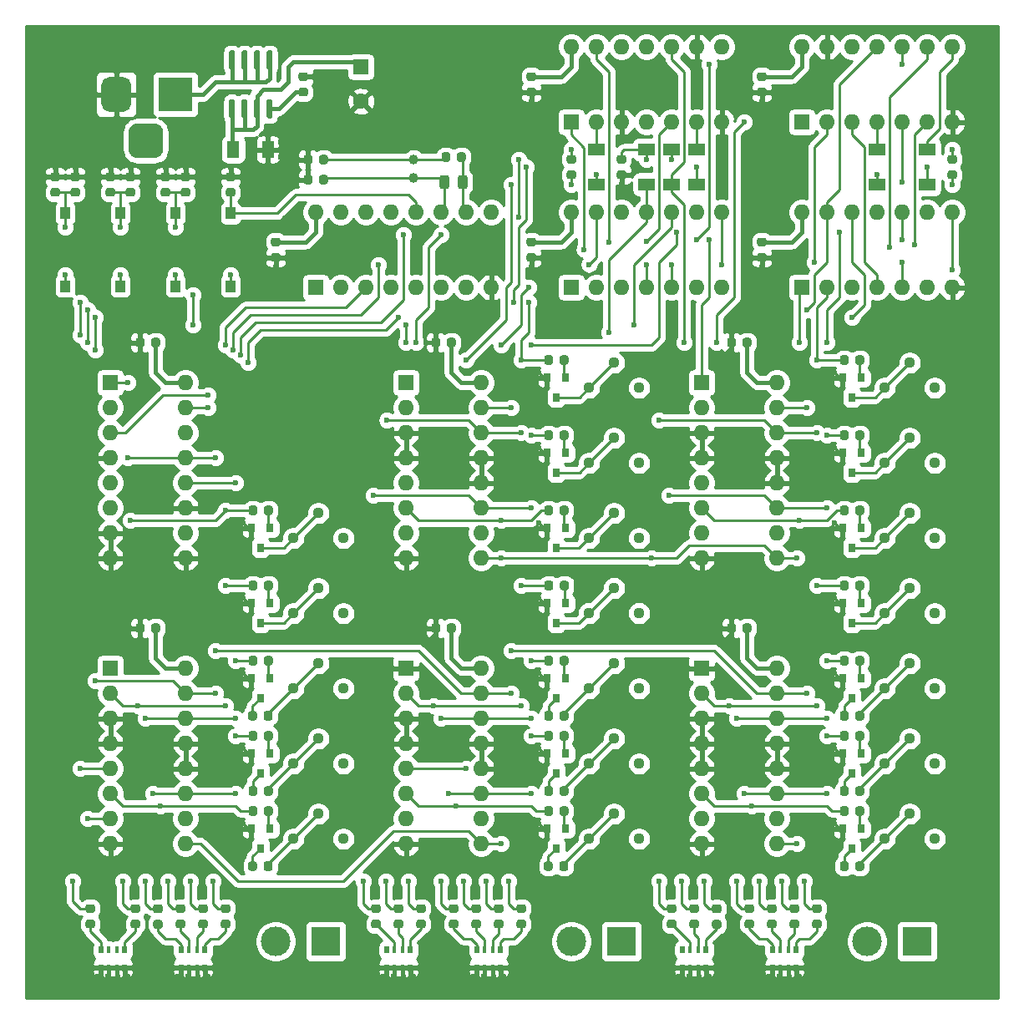
<source format=gbr>
%TF.GenerationSoftware,KiCad,Pcbnew,(5.1.10)-1*%
%TF.CreationDate,2021-09-09T00:33:45+07:00*%
%TF.ProjectId,ampmeter_clock,616d706d-6574-4657-925f-636c6f636b2e,1*%
%TF.SameCoordinates,Original*%
%TF.FileFunction,Copper,L1,Top*%
%TF.FilePolarity,Positive*%
%FSLAX46Y46*%
G04 Gerber Fmt 4.6, Leading zero omitted, Abs format (unit mm)*
G04 Created by KiCad (PCBNEW (5.1.10)-1) date 2021-09-09 00:33:45*
%MOMM*%
%LPD*%
G01*
G04 APERTURE LIST*
%TA.AperFunction,SMDPad,CuDef*%
%ADD10R,1.000000X1.200000*%
%TD*%
%TA.AperFunction,ComponentPad*%
%ADD11C,1.600000*%
%TD*%
%TA.AperFunction,ComponentPad*%
%ADD12R,1.600000X1.600000*%
%TD*%
%TA.AperFunction,ComponentPad*%
%ADD13C,1.000000*%
%TD*%
%TA.AperFunction,ComponentPad*%
%ADD14O,1.600000X1.600000*%
%TD*%
%TA.AperFunction,ComponentPad*%
%ADD15C,1.120000*%
%TD*%
%TA.AperFunction,SMDPad,CuDef*%
%ADD16R,0.500000X0.800000*%
%TD*%
%TA.AperFunction,SMDPad,CuDef*%
%ADD17R,0.400000X0.800000*%
%TD*%
%TA.AperFunction,SMDPad,CuDef*%
%ADD18R,0.800000X0.900000*%
%TD*%
%TA.AperFunction,ComponentPad*%
%ADD19C,3.000000*%
%TD*%
%TA.AperFunction,ComponentPad*%
%ADD20R,3.000000X3.000000*%
%TD*%
%TA.AperFunction,ComponentPad*%
%ADD21R,3.500000X3.500000*%
%TD*%
%TA.AperFunction,SMDPad,CuDef*%
%ADD22R,1.700000X1.300000*%
%TD*%
%TA.AperFunction,SMDPad,CuDef*%
%ADD23R,1.300000X1.700000*%
%TD*%
%TA.AperFunction,ViaPad*%
%ADD24C,0.600000*%
%TD*%
%TA.AperFunction,Conductor*%
%ADD25C,0.250000*%
%TD*%
%TA.AperFunction,Conductor*%
%ADD26C,0.400000*%
%TD*%
%TA.AperFunction,Conductor*%
%ADD27C,0.254000*%
%TD*%
%TA.AperFunction,Conductor*%
%ADD28C,0.100000*%
%TD*%
G04 APERTURE END LIST*
D10*
%TO.P,SW4,1*%
%TO.N,+5V*%
X61468000Y-62120000D03*
%TO.P,SW4,2*%
%TO.N,Net-(R8-Pad1)*%
X61468000Y-54720000D03*
%TD*%
%TO.P,SW3,1*%
%TO.N,+5V*%
X55880000Y-62120000D03*
%TO.P,SW3,2*%
%TO.N,Net-(C16-Pad1)*%
X55880000Y-54720000D03*
%TD*%
%TO.P,SW2,1*%
%TO.N,+5V*%
X50292000Y-62120000D03*
%TO.P,SW2,2*%
%TO.N,Net-(C15-Pad1)*%
X50292000Y-54720000D03*
%TD*%
%TO.P,SW1,1*%
%TO.N,+5V*%
X44704000Y-62120000D03*
%TO.P,SW1,2*%
%TO.N,Net-(C14-Pad1)*%
X44704000Y-54720000D03*
%TD*%
D11*
%TO.P,C17,2*%
%TO.N,GND*%
X74676000Y-43378000D03*
D12*
%TO.P,C17,1*%
%TO.N,+5V*%
X74676000Y-39878000D03*
%TD*%
D13*
%TO.P,Y1,1*%
%TO.N,Net-(C12-Pad1)*%
X80010000Y-49276000D03*
%TO.P,Y1,2*%
%TO.N,Net-(C13-Pad1)*%
X80010000Y-51176000D03*
%TD*%
D14*
%TO.P,U11,16*%
%TO.N,+5V*%
X56896000Y-100838000D03*
%TO.P,U11,8*%
%TO.N,GND*%
X49276000Y-118618000D03*
%TO.P,U11,15*%
%TO.N,CLK*%
X56896000Y-103378000D03*
%TO.P,U11,7*%
%TO.N,Net-(U11-Pad7)*%
X49276000Y-116078000D03*
%TO.P,U11,14*%
%TO.N,HOUR_2*%
X56896000Y-105918000D03*
%TO.P,U11,6*%
%TO.N,HOUR_0*%
X49276000Y-113538000D03*
%TO.P,U11,13*%
%TO.N,GND*%
X56896000Y-108458000D03*
%TO.P,U11,5*%
%TO.N,~CI_STAGE3*%
X49276000Y-110998000D03*
%TO.P,U11,12*%
%TO.N,GND*%
X56896000Y-110998000D03*
%TO.P,U11,4*%
X49276000Y-108458000D03*
%TO.P,U11,11*%
%TO.N,HOUR_1*%
X56896000Y-113538000D03*
%TO.P,U11,3*%
%TO.N,GND*%
X49276000Y-105918000D03*
%TO.P,U11,10*%
%TO.N,+5V*%
X56896000Y-116078000D03*
%TO.P,U11,2*%
%TO.N,HOUR_3*%
X49276000Y-103378000D03*
%TO.P,U11,9*%
%TO.N,RST*%
X56896000Y-118618000D03*
D12*
%TO.P,U11,1*%
%TO.N,RST_STAGE3*%
X49276000Y-100838000D03*
%TD*%
%TO.P,U10,1*%
%TO.N,RST_STAGE2*%
X79248000Y-71882000D03*
D14*
%TO.P,U10,9*%
%TO.N,RST*%
X86868000Y-89662000D03*
%TO.P,U10,2*%
%TO.N,Net-(U10-Pad2)*%
X79248000Y-74422000D03*
%TO.P,U10,10*%
%TO.N,+5V*%
X86868000Y-87122000D03*
%TO.P,U10,3*%
%TO.N,GND*%
X79248000Y-76962000D03*
%TO.P,U10,11*%
%TO.N,MIN_5*%
X86868000Y-84582000D03*
%TO.P,U10,4*%
%TO.N,GND*%
X79248000Y-79502000D03*
%TO.P,U10,12*%
X86868000Y-82042000D03*
%TO.P,U10,5*%
%TO.N,Net-(U10-Pad5)*%
X79248000Y-82042000D03*
%TO.P,U10,13*%
%TO.N,GND*%
X86868000Y-79502000D03*
%TO.P,U10,6*%
%TO.N,MIN_4*%
X79248000Y-84582000D03*
%TO.P,U10,14*%
%TO.N,MIN_6*%
X86868000Y-76962000D03*
%TO.P,U10,7*%
%TO.N,Net-(U10-Pad7)*%
X79248000Y-87122000D03*
%TO.P,U10,15*%
%TO.N,CLK*%
X86868000Y-74422000D03*
%TO.P,U10,8*%
%TO.N,GND*%
X79248000Y-89662000D03*
%TO.P,U10,16*%
%TO.N,+5V*%
X86868000Y-71882000D03*
%TD*%
D12*
%TO.P,U9,1*%
%TO.N,GND*%
X79248000Y-100838000D03*
D14*
%TO.P,U9,9*%
%TO.N,RST*%
X86868000Y-118618000D03*
%TO.P,U9,2*%
%TO.N,MIN_3*%
X79248000Y-103378000D03*
%TO.P,U9,10*%
%TO.N,+5V*%
X86868000Y-116078000D03*
%TO.P,U9,3*%
%TO.N,GND*%
X79248000Y-105918000D03*
%TO.P,U9,11*%
%TO.N,MIN_1*%
X86868000Y-113538000D03*
%TO.P,U9,4*%
%TO.N,GND*%
X79248000Y-108458000D03*
%TO.P,U9,12*%
X86868000Y-110998000D03*
%TO.P,U9,5*%
%TO.N,~CI_STAGE2*%
X79248000Y-110998000D03*
%TO.P,U9,13*%
%TO.N,GND*%
X86868000Y-108458000D03*
%TO.P,U9,6*%
%TO.N,MIN_0*%
X79248000Y-113538000D03*
%TO.P,U9,14*%
%TO.N,MIN_2*%
X86868000Y-105918000D03*
%TO.P,U9,7*%
%TO.N,Net-(U10-Pad5)*%
X79248000Y-116078000D03*
%TO.P,U9,15*%
%TO.N,CLK*%
X86868000Y-103378000D03*
%TO.P,U9,8*%
%TO.N,GND*%
X79248000Y-118618000D03*
%TO.P,U9,16*%
%TO.N,+5V*%
X86868000Y-100838000D03*
%TD*%
%TO.P,U8,16*%
%TO.N,+5V*%
X116840000Y-71882000D03*
%TO.P,U8,8*%
%TO.N,GND*%
X109220000Y-89662000D03*
%TO.P,U8,15*%
%TO.N,CLK*%
X116840000Y-74422000D03*
%TO.P,U8,7*%
%TO.N,Net-(U8-Pad7)*%
X109220000Y-87122000D03*
%TO.P,U8,14*%
%TO.N,SEC_6*%
X116840000Y-76962000D03*
%TO.P,U8,6*%
%TO.N,SEC_4*%
X109220000Y-84582000D03*
%TO.P,U8,13*%
%TO.N,GND*%
X116840000Y-79502000D03*
%TO.P,U8,5*%
%TO.N,Net-(U2-Pad1)*%
X109220000Y-82042000D03*
%TO.P,U8,12*%
%TO.N,GND*%
X116840000Y-82042000D03*
%TO.P,U8,4*%
X109220000Y-79502000D03*
%TO.P,U8,11*%
%TO.N,SEC_5*%
X116840000Y-84582000D03*
%TO.P,U8,3*%
%TO.N,GND*%
X109220000Y-76962000D03*
%TO.P,U8,10*%
%TO.N,+5V*%
X116840000Y-87122000D03*
%TO.P,U8,2*%
%TO.N,Net-(U8-Pad2)*%
X109220000Y-74422000D03*
%TO.P,U8,9*%
%TO.N,RST*%
X116840000Y-89662000D03*
D12*
%TO.P,U8,1*%
%TO.N,RST_STAGE1*%
X109220000Y-71882000D03*
%TD*%
D14*
%TO.P,U7,16*%
%TO.N,+5V*%
X116840000Y-100838000D03*
%TO.P,U7,8*%
%TO.N,GND*%
X109220000Y-118618000D03*
%TO.P,U7,15*%
%TO.N,CLK*%
X116840000Y-103378000D03*
%TO.P,U7,7*%
%TO.N,Net-(U2-Pad1)*%
X109220000Y-116078000D03*
%TO.P,U7,14*%
%TO.N,SEC_2*%
X116840000Y-105918000D03*
%TO.P,U7,6*%
%TO.N,SEC_0*%
X109220000Y-113538000D03*
%TO.P,U7,13*%
%TO.N,GND*%
X116840000Y-108458000D03*
%TO.P,U7,5*%
X109220000Y-110998000D03*
%TO.P,U7,12*%
X116840000Y-110998000D03*
%TO.P,U7,4*%
X109220000Y-108458000D03*
%TO.P,U7,11*%
%TO.N,SEC_1*%
X116840000Y-113538000D03*
%TO.P,U7,3*%
%TO.N,GND*%
X109220000Y-105918000D03*
%TO.P,U7,10*%
%TO.N,+5V*%
X116840000Y-116078000D03*
%TO.P,U7,2*%
%TO.N,SEC_3*%
X109220000Y-103378000D03*
%TO.P,U7,9*%
%TO.N,RST*%
X116840000Y-118618000D03*
D12*
%TO.P,U7,1*%
%TO.N,GND*%
X109220000Y-100838000D03*
%TD*%
%TO.P,U6,1*%
%TO.N,Net-(U6-Pad1)*%
X70104000Y-62230000D03*
D14*
%TO.P,U6,9*%
%TO.N,Net-(U6-Pad9)*%
X87884000Y-54610000D03*
%TO.P,U6,2*%
%TO.N,Net-(U6-Pad2)*%
X72644000Y-62230000D03*
%TO.P,U6,10*%
%TO.N,Net-(R4-Pad1)*%
X85344000Y-54610000D03*
%TO.P,U6,3*%
%TO.N,Net-(U1-Pad3)*%
X75184000Y-62230000D03*
%TO.P,U6,11*%
%TO.N,Net-(C13-Pad1)*%
X82804000Y-54610000D03*
%TO.P,U6,4*%
%TO.N,Net-(U6-Pad4)*%
X77724000Y-62230000D03*
%TO.P,U6,12*%
%TO.N,Net-(R8-Pad1)*%
X80264000Y-54610000D03*
%TO.P,U6,5*%
%TO.N,Net-(U6-Pad5)*%
X80264000Y-62230000D03*
%TO.P,U6,13*%
%TO.N,Net-(U6-Pad13)*%
X77724000Y-54610000D03*
%TO.P,U6,6*%
%TO.N,Net-(U6-Pad6)*%
X82804000Y-62230000D03*
%TO.P,U6,14*%
%TO.N,Net-(U6-Pad14)*%
X75184000Y-54610000D03*
%TO.P,U6,7*%
%TO.N,Net-(U6-Pad7)*%
X85344000Y-62230000D03*
%TO.P,U6,15*%
%TO.N,Net-(U6-Pad15)*%
X72644000Y-54610000D03*
%TO.P,U6,8*%
%TO.N,GND*%
X87884000Y-62230000D03*
%TO.P,U6,16*%
%TO.N,+5V*%
X70104000Y-54610000D03*
%TD*%
%TO.P,U5,14*%
%TO.N,+5V*%
X96012000Y-54610000D03*
%TO.P,U5,7*%
%TO.N,GND*%
X111252000Y-62230000D03*
%TO.P,U5,13*%
%TO.N,HOUR_4*%
X98552000Y-54610000D03*
%TO.P,U5,6*%
%TO.N,Net-(U5-Pad3)*%
X108712000Y-62230000D03*
%TO.P,U5,12*%
%TO.N,Net-(U4-Pad11)*%
X101092000Y-54610000D03*
%TO.P,U5,5*%
%TO.N,Net-(U2-Pad6)*%
X106172000Y-62230000D03*
%TO.P,U5,11*%
%TO.N,RST_STAGE3*%
X103632000Y-54610000D03*
%TO.P,U5,4*%
%TO.N,Net-(U2-Pad9)*%
X103632000Y-62230000D03*
%TO.P,U5,10*%
%TO.N,RST_STAGE2*%
X106172000Y-54610000D03*
%TO.P,U5,3*%
%TO.N,Net-(U5-Pad3)*%
X101092000Y-62230000D03*
%TO.P,U5,9*%
%TO.N,MIN_5*%
X108712000Y-54610000D03*
%TO.P,U5,2*%
%TO.N,MIN_6*%
X98552000Y-62230000D03*
%TO.P,U5,8*%
X111252000Y-54610000D03*
D12*
%TO.P,U5,1*%
%TO.N,MIN_4*%
X96012000Y-62230000D03*
%TD*%
D14*
%TO.P,U4,14*%
%TO.N,+5V*%
X119380000Y-54610000D03*
%TO.P,U4,7*%
%TO.N,GND*%
X134620000Y-62230000D03*
%TO.P,U4,13*%
%TO.N,Net-(U11-Pad7)*%
X121920000Y-54610000D03*
%TO.P,U4,6*%
%TO.N,Net-(U4-Pad3)*%
X132080000Y-62230000D03*
%TO.P,U4,12*%
%TO.N,HOUR_3*%
X124460000Y-54610000D03*
%TO.P,U4,5*%
%TO.N,Net-(U2-Pad2)*%
X129540000Y-62230000D03*
%TO.P,U4,11*%
%TO.N,Net-(U4-Pad11)*%
X127000000Y-54610000D03*
%TO.P,U4,4*%
%TO.N,Net-(U2-Pad3)*%
X127000000Y-62230000D03*
%TO.P,U4,10*%
%TO.N,RST_STAGE1*%
X129540000Y-54610000D03*
%TO.P,U4,3*%
%TO.N,Net-(U4-Pad3)*%
X124460000Y-62230000D03*
%TO.P,U4,9*%
%TO.N,SEC_5*%
X132080000Y-54610000D03*
%TO.P,U4,2*%
%TO.N,SEC_6*%
X121920000Y-62230000D03*
%TO.P,U4,8*%
X134620000Y-54610000D03*
D12*
%TO.P,U4,1*%
%TO.N,SEC_4*%
X119380000Y-62230000D03*
%TD*%
D14*
%TO.P,U3,14*%
%TO.N,+5V*%
X96012000Y-37846000D03*
%TO.P,U3,7*%
%TO.N,GND*%
X111252000Y-45466000D03*
%TO.P,U3,13*%
%TO.N,Net-(C16-Pad1)*%
X98552000Y-37846000D03*
%TO.P,U3,6*%
%TO.N,Net-(D4-Pad1)*%
X108712000Y-45466000D03*
%TO.P,U3,12*%
%TO.N,Net-(U3-Pad11)*%
X101092000Y-37846000D03*
%TO.P,U3,5*%
%TO.N,Net-(C14-Pad1)*%
X106172000Y-45466000D03*
%TO.P,U3,11*%
%TO.N,Net-(U3-Pad11)*%
X103632000Y-37846000D03*
%TO.P,U3,4*%
%TO.N,Net-(U3-Pad4)*%
X103632000Y-45466000D03*
%TO.P,U3,10*%
%TO.N,RST*%
X106172000Y-37846000D03*
%TO.P,U3,3*%
%TO.N,GND*%
X101092000Y-45466000D03*
%TO.P,U3,9*%
X108712000Y-37846000D03*
%TO.P,U3,2*%
%TO.N,Net-(D2-Pad1)*%
X98552000Y-45466000D03*
%TO.P,U3,8*%
%TO.N,Net-(U3-Pad8)*%
X111252000Y-37846000D03*
D12*
%TO.P,U3,1*%
%TO.N,Net-(C15-Pad1)*%
X96012000Y-45466000D03*
%TD*%
D14*
%TO.P,U2,14*%
%TO.N,+5V*%
X119380000Y-37846000D03*
%TO.P,U2,7*%
%TO.N,GND*%
X134620000Y-45466000D03*
%TO.P,U2,13*%
X121920000Y-37846000D03*
%TO.P,U2,6*%
%TO.N,Net-(U2-Pad6)*%
X132080000Y-45466000D03*
%TO.P,U2,12*%
%TO.N,Net-(U2-Pad12)*%
X124460000Y-37846000D03*
%TO.P,U2,5*%
%TO.N,Net-(U10-Pad5)*%
X129540000Y-45466000D03*
%TO.P,U2,11*%
%TO.N,Net-(U11-Pad7)*%
X127000000Y-37846000D03*
%TO.P,U2,4*%
%TO.N,~CO_STAGE1*%
X127000000Y-45466000D03*
%TO.P,U2,10*%
%TO.N,Net-(U1-Pad10)*%
X129540000Y-37846000D03*
%TO.P,U2,3*%
%TO.N,Net-(U2-Pad3)*%
X124460000Y-45466000D03*
%TO.P,U2,9*%
%TO.N,Net-(U2-Pad9)*%
X132080000Y-37846000D03*
%TO.P,U2,2*%
%TO.N,Net-(U2-Pad2)*%
X121920000Y-45466000D03*
%TO.P,U2,8*%
%TO.N,~CO_STAGE2*%
X134620000Y-37846000D03*
D12*
%TO.P,U2,1*%
%TO.N,Net-(U2-Pad1)*%
X119380000Y-45466000D03*
%TD*%
D14*
%TO.P,U1,16*%
%TO.N,+5V*%
X56896000Y-71882000D03*
%TO.P,U1,8*%
%TO.N,GND*%
X49276000Y-89662000D03*
%TO.P,U1,15*%
%TO.N,HOUR_4*%
X56896000Y-74422000D03*
%TO.P,U1,7*%
%TO.N,GND*%
X49276000Y-87122000D03*
%TO.P,U1,14*%
%TO.N,Net-(U1-Pad14)*%
X56896000Y-76962000D03*
%TO.P,U1,6*%
%TO.N,+5V*%
X49276000Y-84582000D03*
%TO.P,U1,13*%
%TO.N,CLK*%
X56896000Y-79502000D03*
%TO.P,U1,5*%
%TO.N,+5V*%
X49276000Y-82042000D03*
%TO.P,U1,12*%
%TO.N,Net-(D6-Pad1)*%
X56896000Y-82042000D03*
%TO.P,U1,4*%
%TO.N,GND*%
X49276000Y-79502000D03*
%TO.P,U1,11*%
X56896000Y-84582000D03*
%TO.P,U1,3*%
%TO.N,Net-(U1-Pad3)*%
X49276000Y-76962000D03*
%TO.P,U1,10*%
%TO.N,Net-(U1-Pad10)*%
X56896000Y-87122000D03*
%TO.P,U1,2*%
%TO.N,Net-(U1-Pad2)*%
X49276000Y-74422000D03*
%TO.P,U1,9*%
%TO.N,GND*%
X56896000Y-89662000D03*
D12*
%TO.P,U1,1*%
%TO.N,CLK*%
X49276000Y-71882000D03*
%TD*%
D15*
%TO.P,RV19,3*%
%TO.N,Net-(MES3-Pad1)*%
X132842000Y-72416000D03*
%TO.P,RV19,2*%
%TO.N,Net-(Q19-Pad3)*%
X130302000Y-69876000D03*
%TO.P,RV19,1*%
X127762000Y-72416000D03*
%TD*%
%TO.P,RV18,3*%
%TO.N,Net-(MES2-Pad1)*%
X102870000Y-72416000D03*
%TO.P,RV18,2*%
%TO.N,Net-(Q18-Pad3)*%
X100330000Y-69876000D03*
%TO.P,RV18,1*%
X97790000Y-72416000D03*
%TD*%
%TO.P,RV17,3*%
%TO.N,Net-(MES3-Pad1)*%
X132842000Y-80036000D03*
%TO.P,RV17,2*%
%TO.N,Net-(Q17-Pad3)*%
X130302000Y-77496000D03*
%TO.P,RV17,1*%
X127762000Y-80036000D03*
%TD*%
%TO.P,RV16,3*%
%TO.N,Net-(MES2-Pad1)*%
X102870000Y-80036000D03*
%TO.P,RV16,2*%
%TO.N,Net-(Q16-Pad3)*%
X100330000Y-77496000D03*
%TO.P,RV16,1*%
X97790000Y-80036000D03*
%TD*%
%TO.P,RV15,3*%
%TO.N,Net-(MES3-Pad1)*%
X132842000Y-87656000D03*
%TO.P,RV15,2*%
%TO.N,Net-(Q15-Pad3)*%
X130302000Y-85116000D03*
%TO.P,RV15,1*%
X127762000Y-87656000D03*
%TD*%
%TO.P,RV14,3*%
%TO.N,Net-(MES2-Pad1)*%
X102870000Y-87656000D03*
%TO.P,RV14,2*%
%TO.N,Net-(Q14-Pad3)*%
X100330000Y-85116000D03*
%TO.P,RV14,1*%
X97790000Y-87656000D03*
%TD*%
%TO.P,RV13,3*%
%TO.N,Net-(MES1-Pad1)*%
X72898000Y-87656000D03*
%TO.P,RV13,2*%
%TO.N,Net-(Q13-Pad3)*%
X70358000Y-85116000D03*
%TO.P,RV13,1*%
X67818000Y-87656000D03*
%TD*%
%TO.P,RV12,3*%
%TO.N,Net-(MES3-Pad1)*%
X132842000Y-95276000D03*
%TO.P,RV12,2*%
%TO.N,Net-(Q12-Pad3)*%
X130302000Y-92736000D03*
%TO.P,RV12,1*%
X127762000Y-95276000D03*
%TD*%
%TO.P,RV11,3*%
%TO.N,Net-(MES2-Pad1)*%
X102870000Y-95250000D03*
%TO.P,RV11,2*%
%TO.N,Net-(Q11-Pad3)*%
X100330000Y-92710000D03*
%TO.P,RV11,1*%
X97790000Y-95250000D03*
%TD*%
%TO.P,RV10,3*%
%TO.N,Net-(MES1-Pad1)*%
X72898000Y-95276000D03*
%TO.P,RV10,2*%
%TO.N,Net-(Q10-Pad3)*%
X70358000Y-92736000D03*
%TO.P,RV10,1*%
X67818000Y-95276000D03*
%TD*%
%TO.P,RV9,3*%
%TO.N,Net-(MES3-Pad1)*%
X132842000Y-102896000D03*
%TO.P,RV9,2*%
%TO.N,Net-(R19-Pad1)*%
X130302000Y-100356000D03*
%TO.P,RV9,1*%
X127762000Y-102896000D03*
%TD*%
%TO.P,RV8,3*%
%TO.N,Net-(MES2-Pad1)*%
X102870000Y-102896000D03*
%TO.P,RV8,2*%
%TO.N,Net-(R18-Pad1)*%
X100330000Y-100356000D03*
%TO.P,RV8,1*%
X97790000Y-102896000D03*
%TD*%
%TO.P,RV7,3*%
%TO.N,Net-(MES1-Pad1)*%
X72898000Y-102896000D03*
%TO.P,RV7,2*%
%TO.N,Net-(R17-Pad1)*%
X70358000Y-100356000D03*
%TO.P,RV7,1*%
X67818000Y-102896000D03*
%TD*%
%TO.P,RV6,3*%
%TO.N,Net-(MES3-Pad1)*%
X132842000Y-110516000D03*
%TO.P,RV6,2*%
%TO.N,Net-(R12-Pad1)*%
X130302000Y-107976000D03*
%TO.P,RV6,1*%
X127762000Y-110516000D03*
%TD*%
%TO.P,RV5,3*%
%TO.N,Net-(MES2-Pad1)*%
X102870000Y-110516000D03*
%TO.P,RV5,2*%
%TO.N,Net-(R11-Pad1)*%
X100330000Y-107976000D03*
%TO.P,RV5,1*%
X97790000Y-110516000D03*
%TD*%
%TO.P,RV4,3*%
%TO.N,Net-(MES1-Pad1)*%
X72898000Y-110516000D03*
%TO.P,RV4,2*%
%TO.N,Net-(R10-Pad1)*%
X70358000Y-107976000D03*
%TO.P,RV4,1*%
X67818000Y-110516000D03*
%TD*%
%TO.P,RV3,3*%
%TO.N,Net-(MES3-Pad1)*%
X132842000Y-118136000D03*
%TO.P,RV3,2*%
%TO.N,Net-(R3-Pad1)*%
X130302000Y-115596000D03*
%TO.P,RV3,1*%
X127762000Y-118136000D03*
%TD*%
%TO.P,RV2,3*%
%TO.N,Net-(MES2-Pad1)*%
X102870000Y-118136000D03*
%TO.P,RV2,2*%
%TO.N,Net-(R2-Pad1)*%
X100330000Y-115596000D03*
%TO.P,RV2,1*%
X97790000Y-118136000D03*
%TD*%
%TO.P,RV1,3*%
%TO.N,Net-(MES1-Pad1)*%
X72898000Y-118136000D03*
%TO.P,RV1,2*%
%TO.N,Net-(R1-Pad1)*%
X70358000Y-115596000D03*
%TO.P,RV1,1*%
X67818000Y-118136000D03*
%TD*%
D16*
%TO.P,RN6,5*%
%TO.N,GND*%
X107258000Y-131202000D03*
D17*
%TO.P,RN6,6*%
X108058000Y-131202000D03*
D16*
%TO.P,RN6,8*%
X109658000Y-131202000D03*
D17*
%TO.P,RN6,7*%
X108858000Y-131202000D03*
D16*
%TO.P,RN6,4*%
%TO.N,Net-(RN6-Pad4)*%
X107258000Y-129402000D03*
D17*
%TO.P,RN6,2*%
%TO.N,Net-(D26-Pad1)*%
X108858000Y-129402000D03*
%TO.P,RN6,3*%
%TO.N,Net-(D27-Pad1)*%
X108058000Y-129402000D03*
D16*
%TO.P,RN6,1*%
%TO.N,Net-(D25-Pad1)*%
X109658000Y-129402000D03*
%TD*%
%TO.P,RN5,5*%
%TO.N,GND*%
X116402000Y-131202000D03*
D17*
%TO.P,RN5,6*%
X117202000Y-131202000D03*
D16*
%TO.P,RN5,8*%
X118802000Y-131202000D03*
D17*
%TO.P,RN5,7*%
X118002000Y-131202000D03*
D16*
%TO.P,RN5,4*%
%TO.N,Net-(D24-Pad1)*%
X116402000Y-129402000D03*
D17*
%TO.P,RN5,2*%
%TO.N,Net-(D22-Pad1)*%
X118002000Y-129402000D03*
%TO.P,RN5,3*%
%TO.N,Net-(D23-Pad1)*%
X117202000Y-129402000D03*
D16*
%TO.P,RN5,1*%
%TO.N,Net-(D21-Pad1)*%
X118802000Y-129402000D03*
%TD*%
%TO.P,RN4,5*%
%TO.N,GND*%
X77286000Y-131202000D03*
D17*
%TO.P,RN4,6*%
X78086000Y-131202000D03*
D16*
%TO.P,RN4,8*%
X79686000Y-131202000D03*
D17*
%TO.P,RN4,7*%
X78886000Y-131202000D03*
D16*
%TO.P,RN4,4*%
%TO.N,Net-(RN4-Pad4)*%
X77286000Y-129402000D03*
D17*
%TO.P,RN4,2*%
%TO.N,Net-(D19-Pad1)*%
X78886000Y-129402000D03*
%TO.P,RN4,3*%
%TO.N,Net-(D20-Pad1)*%
X78086000Y-129402000D03*
D16*
%TO.P,RN4,1*%
%TO.N,Net-(D18-Pad1)*%
X79686000Y-129402000D03*
%TD*%
%TO.P,RN3,5*%
%TO.N,GND*%
X86430000Y-131202000D03*
D17*
%TO.P,RN3,6*%
X87230000Y-131202000D03*
D16*
%TO.P,RN3,8*%
X88830000Y-131202000D03*
D17*
%TO.P,RN3,7*%
X88030000Y-131202000D03*
D16*
%TO.P,RN3,4*%
%TO.N,Net-(D17-Pad1)*%
X86430000Y-129402000D03*
D17*
%TO.P,RN3,2*%
%TO.N,Net-(D15-Pad1)*%
X88030000Y-129402000D03*
%TO.P,RN3,3*%
%TO.N,Net-(D16-Pad1)*%
X87230000Y-129402000D03*
D16*
%TO.P,RN3,1*%
%TO.N,Net-(D14-Pad1)*%
X88830000Y-129402000D03*
%TD*%
%TO.P,RN2,5*%
%TO.N,GND*%
X48330000Y-131202000D03*
D17*
%TO.P,RN2,6*%
X49130000Y-131202000D03*
D16*
%TO.P,RN2,8*%
X50730000Y-131202000D03*
D17*
%TO.P,RN2,7*%
X49930000Y-131202000D03*
D16*
%TO.P,RN2,4*%
%TO.N,Net-(D13-Pad1)*%
X48330000Y-129402000D03*
D17*
%TO.P,RN2,2*%
%TO.N,Net-(RN2-Pad2)*%
X49930000Y-129402000D03*
%TO.P,RN2,3*%
%TO.N,Net-(RN2-Pad3)*%
X49130000Y-129402000D03*
D16*
%TO.P,RN2,1*%
%TO.N,Net-(D12-Pad1)*%
X50730000Y-129402000D03*
%TD*%
%TO.P,RN1,5*%
%TO.N,GND*%
X56458000Y-131202000D03*
D17*
%TO.P,RN1,6*%
X57258000Y-131202000D03*
D16*
%TO.P,RN1,8*%
X58858000Y-131202000D03*
D17*
%TO.P,RN1,7*%
X58058000Y-131202000D03*
D16*
%TO.P,RN1,4*%
%TO.N,Net-(D11-Pad1)*%
X56458000Y-129402000D03*
D17*
%TO.P,RN1,2*%
%TO.N,Net-(D9-Pad1)*%
X58058000Y-129402000D03*
%TO.P,RN1,3*%
%TO.N,Net-(D10-Pad1)*%
X57258000Y-129402000D03*
D16*
%TO.P,RN1,1*%
%TO.N,Net-(D8-Pad1)*%
X58858000Y-129402000D03*
%TD*%
%TO.P,R38,2*%
%TO.N,GND*%
%TA.AperFunction,SMDPad,CuDef*%
G36*
G01*
X69090250Y-41306000D02*
X68577750Y-41306000D01*
G75*
G02*
X68359000Y-41087250I0J218750D01*
G01*
X68359000Y-40649750D01*
G75*
G02*
X68577750Y-40431000I218750J0D01*
G01*
X69090250Y-40431000D01*
G75*
G02*
X69309000Y-40649750I0J-218750D01*
G01*
X69309000Y-41087250D01*
G75*
G02*
X69090250Y-41306000I-218750J0D01*
G01*
G37*
%TD.AperFunction*%
%TO.P,R38,1*%
%TO.N,Net-(Q20-Pad4)*%
%TA.AperFunction,SMDPad,CuDef*%
G36*
G01*
X69090250Y-42881000D02*
X68577750Y-42881000D01*
G75*
G02*
X68359000Y-42662250I0J218750D01*
G01*
X68359000Y-42224750D01*
G75*
G02*
X68577750Y-42006000I218750J0D01*
G01*
X69090250Y-42006000D01*
G75*
G02*
X69309000Y-42224750I0J-218750D01*
G01*
X69309000Y-42662250D01*
G75*
G02*
X69090250Y-42881000I-218750J0D01*
G01*
G37*
%TD.AperFunction*%
%TD*%
%TO.P,R37,2*%
%TO.N,SEC_6*%
%TA.AperFunction,SMDPad,CuDef*%
G36*
G01*
X124110000Y-69339750D02*
X124110000Y-69852250D01*
G75*
G02*
X123891250Y-70071000I-218750J0D01*
G01*
X123453750Y-70071000D01*
G75*
G02*
X123235000Y-69852250I0J218750D01*
G01*
X123235000Y-69339750D01*
G75*
G02*
X123453750Y-69121000I218750J0D01*
G01*
X123891250Y-69121000D01*
G75*
G02*
X124110000Y-69339750I0J-218750D01*
G01*
G37*
%TD.AperFunction*%
%TO.P,R37,1*%
%TO.N,Net-(Q19-Pad1)*%
%TA.AperFunction,SMDPad,CuDef*%
G36*
G01*
X125685000Y-69339750D02*
X125685000Y-69852250D01*
G75*
G02*
X125466250Y-70071000I-218750J0D01*
G01*
X125028750Y-70071000D01*
G75*
G02*
X124810000Y-69852250I0J218750D01*
G01*
X124810000Y-69339750D01*
G75*
G02*
X125028750Y-69121000I218750J0D01*
G01*
X125466250Y-69121000D01*
G75*
G02*
X125685000Y-69339750I0J-218750D01*
G01*
G37*
%TD.AperFunction*%
%TD*%
%TO.P,R36,2*%
%TO.N,MIN_6*%
%TA.AperFunction,SMDPad,CuDef*%
G36*
G01*
X94138000Y-69339750D02*
X94138000Y-69852250D01*
G75*
G02*
X93919250Y-70071000I-218750J0D01*
G01*
X93481750Y-70071000D01*
G75*
G02*
X93263000Y-69852250I0J218750D01*
G01*
X93263000Y-69339750D01*
G75*
G02*
X93481750Y-69121000I218750J0D01*
G01*
X93919250Y-69121000D01*
G75*
G02*
X94138000Y-69339750I0J-218750D01*
G01*
G37*
%TD.AperFunction*%
%TO.P,R36,1*%
%TO.N,Net-(Q18-Pad1)*%
%TA.AperFunction,SMDPad,CuDef*%
G36*
G01*
X95713000Y-69339750D02*
X95713000Y-69852250D01*
G75*
G02*
X95494250Y-70071000I-218750J0D01*
G01*
X95056750Y-70071000D01*
G75*
G02*
X94838000Y-69852250I0J218750D01*
G01*
X94838000Y-69339750D01*
G75*
G02*
X95056750Y-69121000I218750J0D01*
G01*
X95494250Y-69121000D01*
G75*
G02*
X95713000Y-69339750I0J-218750D01*
G01*
G37*
%TD.AperFunction*%
%TD*%
%TO.P,R35,2*%
%TO.N,SEC_5*%
%TA.AperFunction,SMDPad,CuDef*%
G36*
G01*
X124110000Y-76959750D02*
X124110000Y-77472250D01*
G75*
G02*
X123891250Y-77691000I-218750J0D01*
G01*
X123453750Y-77691000D01*
G75*
G02*
X123235000Y-77472250I0J218750D01*
G01*
X123235000Y-76959750D01*
G75*
G02*
X123453750Y-76741000I218750J0D01*
G01*
X123891250Y-76741000D01*
G75*
G02*
X124110000Y-76959750I0J-218750D01*
G01*
G37*
%TD.AperFunction*%
%TO.P,R35,1*%
%TO.N,Net-(Q17-Pad1)*%
%TA.AperFunction,SMDPad,CuDef*%
G36*
G01*
X125685000Y-76959750D02*
X125685000Y-77472250D01*
G75*
G02*
X125466250Y-77691000I-218750J0D01*
G01*
X125028750Y-77691000D01*
G75*
G02*
X124810000Y-77472250I0J218750D01*
G01*
X124810000Y-76959750D01*
G75*
G02*
X125028750Y-76741000I218750J0D01*
G01*
X125466250Y-76741000D01*
G75*
G02*
X125685000Y-76959750I0J-218750D01*
G01*
G37*
%TD.AperFunction*%
%TD*%
%TO.P,R34,2*%
%TO.N,MIN_5*%
%TA.AperFunction,SMDPad,CuDef*%
G36*
G01*
X94138000Y-76959750D02*
X94138000Y-77472250D01*
G75*
G02*
X93919250Y-77691000I-218750J0D01*
G01*
X93481750Y-77691000D01*
G75*
G02*
X93263000Y-77472250I0J218750D01*
G01*
X93263000Y-76959750D01*
G75*
G02*
X93481750Y-76741000I218750J0D01*
G01*
X93919250Y-76741000D01*
G75*
G02*
X94138000Y-76959750I0J-218750D01*
G01*
G37*
%TD.AperFunction*%
%TO.P,R34,1*%
%TO.N,Net-(Q16-Pad1)*%
%TA.AperFunction,SMDPad,CuDef*%
G36*
G01*
X95713000Y-76959750D02*
X95713000Y-77472250D01*
G75*
G02*
X95494250Y-77691000I-218750J0D01*
G01*
X95056750Y-77691000D01*
G75*
G02*
X94838000Y-77472250I0J218750D01*
G01*
X94838000Y-76959750D01*
G75*
G02*
X95056750Y-76741000I218750J0D01*
G01*
X95494250Y-76741000D01*
G75*
G02*
X95713000Y-76959750I0J-218750D01*
G01*
G37*
%TD.AperFunction*%
%TD*%
%TO.P,R33,2*%
%TO.N,SEC_4*%
%TA.AperFunction,SMDPad,CuDef*%
G36*
G01*
X124110000Y-84579750D02*
X124110000Y-85092250D01*
G75*
G02*
X123891250Y-85311000I-218750J0D01*
G01*
X123453750Y-85311000D01*
G75*
G02*
X123235000Y-85092250I0J218750D01*
G01*
X123235000Y-84579750D01*
G75*
G02*
X123453750Y-84361000I218750J0D01*
G01*
X123891250Y-84361000D01*
G75*
G02*
X124110000Y-84579750I0J-218750D01*
G01*
G37*
%TD.AperFunction*%
%TO.P,R33,1*%
%TO.N,Net-(Q15-Pad1)*%
%TA.AperFunction,SMDPad,CuDef*%
G36*
G01*
X125685000Y-84579750D02*
X125685000Y-85092250D01*
G75*
G02*
X125466250Y-85311000I-218750J0D01*
G01*
X125028750Y-85311000D01*
G75*
G02*
X124810000Y-85092250I0J218750D01*
G01*
X124810000Y-84579750D01*
G75*
G02*
X125028750Y-84361000I218750J0D01*
G01*
X125466250Y-84361000D01*
G75*
G02*
X125685000Y-84579750I0J-218750D01*
G01*
G37*
%TD.AperFunction*%
%TD*%
%TO.P,R32,2*%
%TO.N,MIN_4*%
%TA.AperFunction,SMDPad,CuDef*%
G36*
G01*
X94138000Y-84579750D02*
X94138000Y-85092250D01*
G75*
G02*
X93919250Y-85311000I-218750J0D01*
G01*
X93481750Y-85311000D01*
G75*
G02*
X93263000Y-85092250I0J218750D01*
G01*
X93263000Y-84579750D01*
G75*
G02*
X93481750Y-84361000I218750J0D01*
G01*
X93919250Y-84361000D01*
G75*
G02*
X94138000Y-84579750I0J-218750D01*
G01*
G37*
%TD.AperFunction*%
%TO.P,R32,1*%
%TO.N,Net-(Q14-Pad1)*%
%TA.AperFunction,SMDPad,CuDef*%
G36*
G01*
X95713000Y-84579750D02*
X95713000Y-85092250D01*
G75*
G02*
X95494250Y-85311000I-218750J0D01*
G01*
X95056750Y-85311000D01*
G75*
G02*
X94838000Y-85092250I0J218750D01*
G01*
X94838000Y-84579750D01*
G75*
G02*
X95056750Y-84361000I218750J0D01*
G01*
X95494250Y-84361000D01*
G75*
G02*
X95713000Y-84579750I0J-218750D01*
G01*
G37*
%TD.AperFunction*%
%TD*%
%TO.P,R31,2*%
%TO.N,HOUR_4*%
%TA.AperFunction,SMDPad,CuDef*%
G36*
G01*
X64166000Y-84579750D02*
X64166000Y-85092250D01*
G75*
G02*
X63947250Y-85311000I-218750J0D01*
G01*
X63509750Y-85311000D01*
G75*
G02*
X63291000Y-85092250I0J218750D01*
G01*
X63291000Y-84579750D01*
G75*
G02*
X63509750Y-84361000I218750J0D01*
G01*
X63947250Y-84361000D01*
G75*
G02*
X64166000Y-84579750I0J-218750D01*
G01*
G37*
%TD.AperFunction*%
%TO.P,R31,1*%
%TO.N,Net-(Q13-Pad1)*%
%TA.AperFunction,SMDPad,CuDef*%
G36*
G01*
X65741000Y-84579750D02*
X65741000Y-85092250D01*
G75*
G02*
X65522250Y-85311000I-218750J0D01*
G01*
X65084750Y-85311000D01*
G75*
G02*
X64866000Y-85092250I0J218750D01*
G01*
X64866000Y-84579750D01*
G75*
G02*
X65084750Y-84361000I218750J0D01*
G01*
X65522250Y-84361000D01*
G75*
G02*
X65741000Y-84579750I0J-218750D01*
G01*
G37*
%TD.AperFunction*%
%TD*%
%TO.P,R30,2*%
%TO.N,GND*%
%TA.AperFunction,SMDPad,CuDef*%
G36*
G01*
X57152250Y-51466000D02*
X56639750Y-51466000D01*
G75*
G02*
X56421000Y-51247250I0J218750D01*
G01*
X56421000Y-50809750D01*
G75*
G02*
X56639750Y-50591000I218750J0D01*
G01*
X57152250Y-50591000D01*
G75*
G02*
X57371000Y-50809750I0J-218750D01*
G01*
X57371000Y-51247250D01*
G75*
G02*
X57152250Y-51466000I-218750J0D01*
G01*
G37*
%TD.AperFunction*%
%TO.P,R30,1*%
%TO.N,Net-(C16-Pad1)*%
%TA.AperFunction,SMDPad,CuDef*%
G36*
G01*
X57152250Y-53041000D02*
X56639750Y-53041000D01*
G75*
G02*
X56421000Y-52822250I0J218750D01*
G01*
X56421000Y-52384750D01*
G75*
G02*
X56639750Y-52166000I218750J0D01*
G01*
X57152250Y-52166000D01*
G75*
G02*
X57371000Y-52384750I0J-218750D01*
G01*
X57371000Y-52822250D01*
G75*
G02*
X57152250Y-53041000I-218750J0D01*
G01*
G37*
%TD.AperFunction*%
%TD*%
%TO.P,R29,2*%
%TO.N,GND*%
%TA.AperFunction,SMDPad,CuDef*%
G36*
G01*
X100835750Y-50388000D02*
X101348250Y-50388000D01*
G75*
G02*
X101567000Y-50606750I0J-218750D01*
G01*
X101567000Y-51044250D01*
G75*
G02*
X101348250Y-51263000I-218750J0D01*
G01*
X100835750Y-51263000D01*
G75*
G02*
X100617000Y-51044250I0J218750D01*
G01*
X100617000Y-50606750D01*
G75*
G02*
X100835750Y-50388000I218750J0D01*
G01*
G37*
%TD.AperFunction*%
%TO.P,R29,1*%
%TO.N,Net-(D6-Pad1)*%
%TA.AperFunction,SMDPad,CuDef*%
G36*
G01*
X100835750Y-48813000D02*
X101348250Y-48813000D01*
G75*
G02*
X101567000Y-49031750I0J-218750D01*
G01*
X101567000Y-49469250D01*
G75*
G02*
X101348250Y-49688000I-218750J0D01*
G01*
X100835750Y-49688000D01*
G75*
G02*
X100617000Y-49469250I0J218750D01*
G01*
X100617000Y-49031750D01*
G75*
G02*
X100835750Y-48813000I218750J0D01*
G01*
G37*
%TD.AperFunction*%
%TD*%
%TO.P,R28,2*%
%TO.N,SEC_3*%
%TA.AperFunction,SMDPad,CuDef*%
G36*
G01*
X124110000Y-92199750D02*
X124110000Y-92712250D01*
G75*
G02*
X123891250Y-92931000I-218750J0D01*
G01*
X123453750Y-92931000D01*
G75*
G02*
X123235000Y-92712250I0J218750D01*
G01*
X123235000Y-92199750D01*
G75*
G02*
X123453750Y-91981000I218750J0D01*
G01*
X123891250Y-91981000D01*
G75*
G02*
X124110000Y-92199750I0J-218750D01*
G01*
G37*
%TD.AperFunction*%
%TO.P,R28,1*%
%TO.N,Net-(Q12-Pad1)*%
%TA.AperFunction,SMDPad,CuDef*%
G36*
G01*
X125685000Y-92199750D02*
X125685000Y-92712250D01*
G75*
G02*
X125466250Y-92931000I-218750J0D01*
G01*
X125028750Y-92931000D01*
G75*
G02*
X124810000Y-92712250I0J218750D01*
G01*
X124810000Y-92199750D01*
G75*
G02*
X125028750Y-91981000I218750J0D01*
G01*
X125466250Y-91981000D01*
G75*
G02*
X125685000Y-92199750I0J-218750D01*
G01*
G37*
%TD.AperFunction*%
%TD*%
%TO.P,R27,2*%
%TO.N,MIN_3*%
%TA.AperFunction,SMDPad,CuDef*%
G36*
G01*
X94163500Y-92199750D02*
X94163500Y-92712250D01*
G75*
G02*
X93944750Y-92931000I-218750J0D01*
G01*
X93507250Y-92931000D01*
G75*
G02*
X93288500Y-92712250I0J218750D01*
G01*
X93288500Y-92199750D01*
G75*
G02*
X93507250Y-91981000I218750J0D01*
G01*
X93944750Y-91981000D01*
G75*
G02*
X94163500Y-92199750I0J-218750D01*
G01*
G37*
%TD.AperFunction*%
%TO.P,R27,1*%
%TO.N,Net-(Q11-Pad1)*%
%TA.AperFunction,SMDPad,CuDef*%
G36*
G01*
X95738500Y-92199750D02*
X95738500Y-92712250D01*
G75*
G02*
X95519750Y-92931000I-218750J0D01*
G01*
X95082250Y-92931000D01*
G75*
G02*
X94863500Y-92712250I0J218750D01*
G01*
X94863500Y-92199750D01*
G75*
G02*
X95082250Y-91981000I218750J0D01*
G01*
X95519750Y-91981000D01*
G75*
G02*
X95738500Y-92199750I0J-218750D01*
G01*
G37*
%TD.AperFunction*%
%TD*%
%TO.P,R26,2*%
%TO.N,HOUR_3*%
%TA.AperFunction,SMDPad,CuDef*%
G36*
G01*
X64166000Y-92199750D02*
X64166000Y-92712250D01*
G75*
G02*
X63947250Y-92931000I-218750J0D01*
G01*
X63509750Y-92931000D01*
G75*
G02*
X63291000Y-92712250I0J218750D01*
G01*
X63291000Y-92199750D01*
G75*
G02*
X63509750Y-91981000I218750J0D01*
G01*
X63947250Y-91981000D01*
G75*
G02*
X64166000Y-92199750I0J-218750D01*
G01*
G37*
%TD.AperFunction*%
%TO.P,R26,1*%
%TO.N,Net-(Q10-Pad1)*%
%TA.AperFunction,SMDPad,CuDef*%
G36*
G01*
X65741000Y-92199750D02*
X65741000Y-92712250D01*
G75*
G02*
X65522250Y-92931000I-218750J0D01*
G01*
X65084750Y-92931000D01*
G75*
G02*
X64866000Y-92712250I0J218750D01*
G01*
X64866000Y-92199750D01*
G75*
G02*
X65084750Y-91981000I218750J0D01*
G01*
X65522250Y-91981000D01*
G75*
G02*
X65741000Y-92199750I0J-218750D01*
G01*
G37*
%TD.AperFunction*%
%TD*%
%TO.P,R25,2*%
%TO.N,GND*%
%TA.AperFunction,SMDPad,CuDef*%
G36*
G01*
X51564250Y-51466000D02*
X51051750Y-51466000D01*
G75*
G02*
X50833000Y-51247250I0J218750D01*
G01*
X50833000Y-50809750D01*
G75*
G02*
X51051750Y-50591000I218750J0D01*
G01*
X51564250Y-50591000D01*
G75*
G02*
X51783000Y-50809750I0J-218750D01*
G01*
X51783000Y-51247250D01*
G75*
G02*
X51564250Y-51466000I-218750J0D01*
G01*
G37*
%TD.AperFunction*%
%TO.P,R25,1*%
%TO.N,Net-(C15-Pad1)*%
%TA.AperFunction,SMDPad,CuDef*%
G36*
G01*
X51564250Y-53041000D02*
X51051750Y-53041000D01*
G75*
G02*
X50833000Y-52822250I0J218750D01*
G01*
X50833000Y-52384750D01*
G75*
G02*
X51051750Y-52166000I218750J0D01*
G01*
X51564250Y-52166000D01*
G75*
G02*
X51783000Y-52384750I0J-218750D01*
G01*
X51783000Y-52822250D01*
G75*
G02*
X51564250Y-53041000I-218750J0D01*
G01*
G37*
%TD.AperFunction*%
%TD*%
%TO.P,R24,2*%
%TO.N,~CI_STAGE3*%
%TA.AperFunction,SMDPad,CuDef*%
G36*
G01*
X134363750Y-50388000D02*
X134876250Y-50388000D01*
G75*
G02*
X135095000Y-50606750I0J-218750D01*
G01*
X135095000Y-51044250D01*
G75*
G02*
X134876250Y-51263000I-218750J0D01*
G01*
X134363750Y-51263000D01*
G75*
G02*
X134145000Y-51044250I0J218750D01*
G01*
X134145000Y-50606750D01*
G75*
G02*
X134363750Y-50388000I218750J0D01*
G01*
G37*
%TD.AperFunction*%
%TO.P,R24,1*%
%TO.N,+5V*%
%TA.AperFunction,SMDPad,CuDef*%
G36*
G01*
X134363750Y-48813000D02*
X134876250Y-48813000D01*
G75*
G02*
X135095000Y-49031750I0J-218750D01*
G01*
X135095000Y-49469250D01*
G75*
G02*
X134876250Y-49688000I-218750J0D01*
G01*
X134363750Y-49688000D01*
G75*
G02*
X134145000Y-49469250I0J218750D01*
G01*
X134145000Y-49031750D01*
G75*
G02*
X134363750Y-48813000I218750J0D01*
G01*
G37*
%TD.AperFunction*%
%TD*%
%TO.P,R23,2*%
%TO.N,SEC_2*%
%TA.AperFunction,SMDPad,CuDef*%
G36*
G01*
X124110000Y-99819750D02*
X124110000Y-100332250D01*
G75*
G02*
X123891250Y-100551000I-218750J0D01*
G01*
X123453750Y-100551000D01*
G75*
G02*
X123235000Y-100332250I0J218750D01*
G01*
X123235000Y-99819750D01*
G75*
G02*
X123453750Y-99601000I218750J0D01*
G01*
X123891250Y-99601000D01*
G75*
G02*
X124110000Y-99819750I0J-218750D01*
G01*
G37*
%TD.AperFunction*%
%TO.P,R23,1*%
%TO.N,Net-(Q9-Pad1)*%
%TA.AperFunction,SMDPad,CuDef*%
G36*
G01*
X125685000Y-99819750D02*
X125685000Y-100332250D01*
G75*
G02*
X125466250Y-100551000I-218750J0D01*
G01*
X125028750Y-100551000D01*
G75*
G02*
X124810000Y-100332250I0J218750D01*
G01*
X124810000Y-99819750D01*
G75*
G02*
X125028750Y-99601000I218750J0D01*
G01*
X125466250Y-99601000D01*
G75*
G02*
X125685000Y-99819750I0J-218750D01*
G01*
G37*
%TD.AperFunction*%
%TD*%
%TO.P,R22,2*%
%TO.N,MIN_2*%
%TA.AperFunction,SMDPad,CuDef*%
G36*
G01*
X94138000Y-99819750D02*
X94138000Y-100332250D01*
G75*
G02*
X93919250Y-100551000I-218750J0D01*
G01*
X93481750Y-100551000D01*
G75*
G02*
X93263000Y-100332250I0J218750D01*
G01*
X93263000Y-99819750D01*
G75*
G02*
X93481750Y-99601000I218750J0D01*
G01*
X93919250Y-99601000D01*
G75*
G02*
X94138000Y-99819750I0J-218750D01*
G01*
G37*
%TD.AperFunction*%
%TO.P,R22,1*%
%TO.N,Net-(Q8-Pad1)*%
%TA.AperFunction,SMDPad,CuDef*%
G36*
G01*
X95713000Y-99819750D02*
X95713000Y-100332250D01*
G75*
G02*
X95494250Y-100551000I-218750J0D01*
G01*
X95056750Y-100551000D01*
G75*
G02*
X94838000Y-100332250I0J218750D01*
G01*
X94838000Y-99819750D01*
G75*
G02*
X95056750Y-99601000I218750J0D01*
G01*
X95494250Y-99601000D01*
G75*
G02*
X95713000Y-99819750I0J-218750D01*
G01*
G37*
%TD.AperFunction*%
%TD*%
%TO.P,R21,2*%
%TO.N,HOUR_2*%
%TA.AperFunction,SMDPad,CuDef*%
G36*
G01*
X64166000Y-99819750D02*
X64166000Y-100332250D01*
G75*
G02*
X63947250Y-100551000I-218750J0D01*
G01*
X63509750Y-100551000D01*
G75*
G02*
X63291000Y-100332250I0J218750D01*
G01*
X63291000Y-99819750D01*
G75*
G02*
X63509750Y-99601000I218750J0D01*
G01*
X63947250Y-99601000D01*
G75*
G02*
X64166000Y-99819750I0J-218750D01*
G01*
G37*
%TD.AperFunction*%
%TO.P,R21,1*%
%TO.N,Net-(Q7-Pad1)*%
%TA.AperFunction,SMDPad,CuDef*%
G36*
G01*
X65741000Y-99819750D02*
X65741000Y-100332250D01*
G75*
G02*
X65522250Y-100551000I-218750J0D01*
G01*
X65084750Y-100551000D01*
G75*
G02*
X64866000Y-100332250I0J218750D01*
G01*
X64866000Y-99819750D01*
G75*
G02*
X65084750Y-99601000I218750J0D01*
G01*
X65522250Y-99601000D01*
G75*
G02*
X65741000Y-99819750I0J-218750D01*
G01*
G37*
%TD.AperFunction*%
%TD*%
%TO.P,R20,2*%
%TO.N,GND*%
%TA.AperFunction,SMDPad,CuDef*%
G36*
G01*
X45976250Y-51466000D02*
X45463750Y-51466000D01*
G75*
G02*
X45245000Y-51247250I0J218750D01*
G01*
X45245000Y-50809750D01*
G75*
G02*
X45463750Y-50591000I218750J0D01*
G01*
X45976250Y-50591000D01*
G75*
G02*
X46195000Y-50809750I0J-218750D01*
G01*
X46195000Y-51247250D01*
G75*
G02*
X45976250Y-51466000I-218750J0D01*
G01*
G37*
%TD.AperFunction*%
%TO.P,R20,1*%
%TO.N,Net-(C14-Pad1)*%
%TA.AperFunction,SMDPad,CuDef*%
G36*
G01*
X45976250Y-53041000D02*
X45463750Y-53041000D01*
G75*
G02*
X45245000Y-52822250I0J218750D01*
G01*
X45245000Y-52384750D01*
G75*
G02*
X45463750Y-52166000I218750J0D01*
G01*
X45976250Y-52166000D01*
G75*
G02*
X46195000Y-52384750I0J-218750D01*
G01*
X46195000Y-52822250D01*
G75*
G02*
X45976250Y-53041000I-218750J0D01*
G01*
G37*
%TD.AperFunction*%
%TD*%
%TO.P,R19,2*%
%TO.N,Net-(Q9-Pad3)*%
%TA.AperFunction,SMDPad,CuDef*%
G36*
G01*
X124110000Y-105407750D02*
X124110000Y-105920250D01*
G75*
G02*
X123891250Y-106139000I-218750J0D01*
G01*
X123453750Y-106139000D01*
G75*
G02*
X123235000Y-105920250I0J218750D01*
G01*
X123235000Y-105407750D01*
G75*
G02*
X123453750Y-105189000I218750J0D01*
G01*
X123891250Y-105189000D01*
G75*
G02*
X124110000Y-105407750I0J-218750D01*
G01*
G37*
%TD.AperFunction*%
%TO.P,R19,1*%
%TO.N,Net-(R19-Pad1)*%
%TA.AperFunction,SMDPad,CuDef*%
G36*
G01*
X125685000Y-105407750D02*
X125685000Y-105920250D01*
G75*
G02*
X125466250Y-106139000I-218750J0D01*
G01*
X125028750Y-106139000D01*
G75*
G02*
X124810000Y-105920250I0J218750D01*
G01*
X124810000Y-105407750D01*
G75*
G02*
X125028750Y-105189000I218750J0D01*
G01*
X125466250Y-105189000D01*
G75*
G02*
X125685000Y-105407750I0J-218750D01*
G01*
G37*
%TD.AperFunction*%
%TD*%
%TO.P,R18,2*%
%TO.N,Net-(Q8-Pad3)*%
%TA.AperFunction,SMDPad,CuDef*%
G36*
G01*
X94138000Y-105407750D02*
X94138000Y-105920250D01*
G75*
G02*
X93919250Y-106139000I-218750J0D01*
G01*
X93481750Y-106139000D01*
G75*
G02*
X93263000Y-105920250I0J218750D01*
G01*
X93263000Y-105407750D01*
G75*
G02*
X93481750Y-105189000I218750J0D01*
G01*
X93919250Y-105189000D01*
G75*
G02*
X94138000Y-105407750I0J-218750D01*
G01*
G37*
%TD.AperFunction*%
%TO.P,R18,1*%
%TO.N,Net-(R18-Pad1)*%
%TA.AperFunction,SMDPad,CuDef*%
G36*
G01*
X95713000Y-105407750D02*
X95713000Y-105920250D01*
G75*
G02*
X95494250Y-106139000I-218750J0D01*
G01*
X95056750Y-106139000D01*
G75*
G02*
X94838000Y-105920250I0J218750D01*
G01*
X94838000Y-105407750D01*
G75*
G02*
X95056750Y-105189000I218750J0D01*
G01*
X95494250Y-105189000D01*
G75*
G02*
X95713000Y-105407750I0J-218750D01*
G01*
G37*
%TD.AperFunction*%
%TD*%
%TO.P,R17,2*%
%TO.N,Net-(Q7-Pad3)*%
%TA.AperFunction,SMDPad,CuDef*%
G36*
G01*
X64140500Y-105407750D02*
X64140500Y-105920250D01*
G75*
G02*
X63921750Y-106139000I-218750J0D01*
G01*
X63484250Y-106139000D01*
G75*
G02*
X63265500Y-105920250I0J218750D01*
G01*
X63265500Y-105407750D01*
G75*
G02*
X63484250Y-105189000I218750J0D01*
G01*
X63921750Y-105189000D01*
G75*
G02*
X64140500Y-105407750I0J-218750D01*
G01*
G37*
%TD.AperFunction*%
%TO.P,R17,1*%
%TO.N,Net-(R17-Pad1)*%
%TA.AperFunction,SMDPad,CuDef*%
G36*
G01*
X65715500Y-105407750D02*
X65715500Y-105920250D01*
G75*
G02*
X65496750Y-106139000I-218750J0D01*
G01*
X65059250Y-106139000D01*
G75*
G02*
X64840500Y-105920250I0J218750D01*
G01*
X64840500Y-105407750D01*
G75*
G02*
X65059250Y-105189000I218750J0D01*
G01*
X65496750Y-105189000D01*
G75*
G02*
X65715500Y-105407750I0J-218750D01*
G01*
G37*
%TD.AperFunction*%
%TD*%
%TO.P,R16,2*%
%TO.N,~CI_STAGE2*%
%TA.AperFunction,SMDPad,CuDef*%
G36*
G01*
X95755750Y-50388000D02*
X96268250Y-50388000D01*
G75*
G02*
X96487000Y-50606750I0J-218750D01*
G01*
X96487000Y-51044250D01*
G75*
G02*
X96268250Y-51263000I-218750J0D01*
G01*
X95755750Y-51263000D01*
G75*
G02*
X95537000Y-51044250I0J218750D01*
G01*
X95537000Y-50606750D01*
G75*
G02*
X95755750Y-50388000I218750J0D01*
G01*
G37*
%TD.AperFunction*%
%TO.P,R16,1*%
%TO.N,+5V*%
%TA.AperFunction,SMDPad,CuDef*%
G36*
G01*
X95755750Y-48813000D02*
X96268250Y-48813000D01*
G75*
G02*
X96487000Y-49031750I0J-218750D01*
G01*
X96487000Y-49469250D01*
G75*
G02*
X96268250Y-49688000I-218750J0D01*
G01*
X95755750Y-49688000D01*
G75*
G02*
X95537000Y-49469250I0J218750D01*
G01*
X95537000Y-49031750D01*
G75*
G02*
X95755750Y-48813000I218750J0D01*
G01*
G37*
%TD.AperFunction*%
%TD*%
%TO.P,R15,2*%
%TO.N,SEC_1*%
%TA.AperFunction,SMDPad,CuDef*%
G36*
G01*
X124110000Y-107439750D02*
X124110000Y-107952250D01*
G75*
G02*
X123891250Y-108171000I-218750J0D01*
G01*
X123453750Y-108171000D01*
G75*
G02*
X123235000Y-107952250I0J218750D01*
G01*
X123235000Y-107439750D01*
G75*
G02*
X123453750Y-107221000I218750J0D01*
G01*
X123891250Y-107221000D01*
G75*
G02*
X124110000Y-107439750I0J-218750D01*
G01*
G37*
%TD.AperFunction*%
%TO.P,R15,1*%
%TO.N,Net-(Q6-Pad1)*%
%TA.AperFunction,SMDPad,CuDef*%
G36*
G01*
X125685000Y-107439750D02*
X125685000Y-107952250D01*
G75*
G02*
X125466250Y-108171000I-218750J0D01*
G01*
X125028750Y-108171000D01*
G75*
G02*
X124810000Y-107952250I0J218750D01*
G01*
X124810000Y-107439750D01*
G75*
G02*
X125028750Y-107221000I218750J0D01*
G01*
X125466250Y-107221000D01*
G75*
G02*
X125685000Y-107439750I0J-218750D01*
G01*
G37*
%TD.AperFunction*%
%TD*%
%TO.P,R14,2*%
%TO.N,MIN_1*%
%TA.AperFunction,SMDPad,CuDef*%
G36*
G01*
X94138000Y-107439750D02*
X94138000Y-107952250D01*
G75*
G02*
X93919250Y-108171000I-218750J0D01*
G01*
X93481750Y-108171000D01*
G75*
G02*
X93263000Y-107952250I0J218750D01*
G01*
X93263000Y-107439750D01*
G75*
G02*
X93481750Y-107221000I218750J0D01*
G01*
X93919250Y-107221000D01*
G75*
G02*
X94138000Y-107439750I0J-218750D01*
G01*
G37*
%TD.AperFunction*%
%TO.P,R14,1*%
%TO.N,Net-(Q5-Pad1)*%
%TA.AperFunction,SMDPad,CuDef*%
G36*
G01*
X95713000Y-107439750D02*
X95713000Y-107952250D01*
G75*
G02*
X95494250Y-108171000I-218750J0D01*
G01*
X95056750Y-108171000D01*
G75*
G02*
X94838000Y-107952250I0J218750D01*
G01*
X94838000Y-107439750D01*
G75*
G02*
X95056750Y-107221000I218750J0D01*
G01*
X95494250Y-107221000D01*
G75*
G02*
X95713000Y-107439750I0J-218750D01*
G01*
G37*
%TD.AperFunction*%
%TD*%
%TO.P,R13,2*%
%TO.N,HOUR_1*%
%TA.AperFunction,SMDPad,CuDef*%
G36*
G01*
X64166000Y-107439750D02*
X64166000Y-107952250D01*
G75*
G02*
X63947250Y-108171000I-218750J0D01*
G01*
X63509750Y-108171000D01*
G75*
G02*
X63291000Y-107952250I0J218750D01*
G01*
X63291000Y-107439750D01*
G75*
G02*
X63509750Y-107221000I218750J0D01*
G01*
X63947250Y-107221000D01*
G75*
G02*
X64166000Y-107439750I0J-218750D01*
G01*
G37*
%TD.AperFunction*%
%TO.P,R13,1*%
%TO.N,Net-(Q4-Pad1)*%
%TA.AperFunction,SMDPad,CuDef*%
G36*
G01*
X65741000Y-107439750D02*
X65741000Y-107952250D01*
G75*
G02*
X65522250Y-108171000I-218750J0D01*
G01*
X65084750Y-108171000D01*
G75*
G02*
X64866000Y-107952250I0J218750D01*
G01*
X64866000Y-107439750D01*
G75*
G02*
X65084750Y-107221000I218750J0D01*
G01*
X65522250Y-107221000D01*
G75*
G02*
X65741000Y-107439750I0J-218750D01*
G01*
G37*
%TD.AperFunction*%
%TD*%
%TO.P,R12,2*%
%TO.N,Net-(Q6-Pad3)*%
%TA.AperFunction,SMDPad,CuDef*%
G36*
G01*
X124110000Y-113027750D02*
X124110000Y-113540250D01*
G75*
G02*
X123891250Y-113759000I-218750J0D01*
G01*
X123453750Y-113759000D01*
G75*
G02*
X123235000Y-113540250I0J218750D01*
G01*
X123235000Y-113027750D01*
G75*
G02*
X123453750Y-112809000I218750J0D01*
G01*
X123891250Y-112809000D01*
G75*
G02*
X124110000Y-113027750I0J-218750D01*
G01*
G37*
%TD.AperFunction*%
%TO.P,R12,1*%
%TO.N,Net-(R12-Pad1)*%
%TA.AperFunction,SMDPad,CuDef*%
G36*
G01*
X125685000Y-113027750D02*
X125685000Y-113540250D01*
G75*
G02*
X125466250Y-113759000I-218750J0D01*
G01*
X125028750Y-113759000D01*
G75*
G02*
X124810000Y-113540250I0J218750D01*
G01*
X124810000Y-113027750D01*
G75*
G02*
X125028750Y-112809000I218750J0D01*
G01*
X125466250Y-112809000D01*
G75*
G02*
X125685000Y-113027750I0J-218750D01*
G01*
G37*
%TD.AperFunction*%
%TD*%
%TO.P,R11,1*%
%TO.N,Net-(R11-Pad1)*%
%TA.AperFunction,SMDPad,CuDef*%
G36*
G01*
X95713000Y-113027750D02*
X95713000Y-113540250D01*
G75*
G02*
X95494250Y-113759000I-218750J0D01*
G01*
X95056750Y-113759000D01*
G75*
G02*
X94838000Y-113540250I0J218750D01*
G01*
X94838000Y-113027750D01*
G75*
G02*
X95056750Y-112809000I218750J0D01*
G01*
X95494250Y-112809000D01*
G75*
G02*
X95713000Y-113027750I0J-218750D01*
G01*
G37*
%TD.AperFunction*%
%TO.P,R11,2*%
%TO.N,Net-(Q5-Pad3)*%
%TA.AperFunction,SMDPad,CuDef*%
G36*
G01*
X94138000Y-113027750D02*
X94138000Y-113540250D01*
G75*
G02*
X93919250Y-113759000I-218750J0D01*
G01*
X93481750Y-113759000D01*
G75*
G02*
X93263000Y-113540250I0J218750D01*
G01*
X93263000Y-113027750D01*
G75*
G02*
X93481750Y-112809000I218750J0D01*
G01*
X93919250Y-112809000D01*
G75*
G02*
X94138000Y-113027750I0J-218750D01*
G01*
G37*
%TD.AperFunction*%
%TD*%
%TO.P,R10,2*%
%TO.N,Net-(Q4-Pad3)*%
%TA.AperFunction,SMDPad,CuDef*%
G36*
G01*
X64166000Y-113027750D02*
X64166000Y-113540250D01*
G75*
G02*
X63947250Y-113759000I-218750J0D01*
G01*
X63509750Y-113759000D01*
G75*
G02*
X63291000Y-113540250I0J218750D01*
G01*
X63291000Y-113027750D01*
G75*
G02*
X63509750Y-112809000I218750J0D01*
G01*
X63947250Y-112809000D01*
G75*
G02*
X64166000Y-113027750I0J-218750D01*
G01*
G37*
%TD.AperFunction*%
%TO.P,R10,1*%
%TO.N,Net-(R10-Pad1)*%
%TA.AperFunction,SMDPad,CuDef*%
G36*
G01*
X65741000Y-113027750D02*
X65741000Y-113540250D01*
G75*
G02*
X65522250Y-113759000I-218750J0D01*
G01*
X65084750Y-113759000D01*
G75*
G02*
X64866000Y-113540250I0J218750D01*
G01*
X64866000Y-113027750D01*
G75*
G02*
X65084750Y-112809000I218750J0D01*
G01*
X65522250Y-112809000D01*
G75*
G02*
X65741000Y-113027750I0J-218750D01*
G01*
G37*
%TD.AperFunction*%
%TD*%
%TO.P,R9,2*%
%TO.N,Net-(C13-Pad1)*%
%TA.AperFunction,SMDPad,CuDef*%
G36*
G01*
X83624000Y-51105750D02*
X83624000Y-52018250D01*
G75*
G02*
X83380250Y-52262000I-243750J0D01*
G01*
X82892750Y-52262000D01*
G75*
G02*
X82649000Y-52018250I0J243750D01*
G01*
X82649000Y-51105750D01*
G75*
G02*
X82892750Y-50862000I243750J0D01*
G01*
X83380250Y-50862000D01*
G75*
G02*
X83624000Y-51105750I0J-243750D01*
G01*
G37*
%TD.AperFunction*%
%TO.P,R9,1*%
%TO.N,Net-(R4-Pad1)*%
%TA.AperFunction,SMDPad,CuDef*%
G36*
G01*
X85499000Y-51105750D02*
X85499000Y-52018250D01*
G75*
G02*
X85255250Y-52262000I-243750J0D01*
G01*
X84767750Y-52262000D01*
G75*
G02*
X84524000Y-52018250I0J243750D01*
G01*
X84524000Y-51105750D01*
G75*
G02*
X84767750Y-50862000I243750J0D01*
G01*
X85255250Y-50862000D01*
G75*
G02*
X85499000Y-51105750I0J-243750D01*
G01*
G37*
%TD.AperFunction*%
%TD*%
%TO.P,R8,2*%
%TO.N,GND*%
%TA.AperFunction,SMDPad,CuDef*%
G36*
G01*
X61724250Y-51466000D02*
X61211750Y-51466000D01*
G75*
G02*
X60993000Y-51247250I0J218750D01*
G01*
X60993000Y-50809750D01*
G75*
G02*
X61211750Y-50591000I218750J0D01*
G01*
X61724250Y-50591000D01*
G75*
G02*
X61943000Y-50809750I0J-218750D01*
G01*
X61943000Y-51247250D01*
G75*
G02*
X61724250Y-51466000I-218750J0D01*
G01*
G37*
%TD.AperFunction*%
%TO.P,R8,1*%
%TO.N,Net-(R8-Pad1)*%
%TA.AperFunction,SMDPad,CuDef*%
G36*
G01*
X61724250Y-53041000D02*
X61211750Y-53041000D01*
G75*
G02*
X60993000Y-52822250I0J218750D01*
G01*
X60993000Y-52384750D01*
G75*
G02*
X61211750Y-52166000I218750J0D01*
G01*
X61724250Y-52166000D01*
G75*
G02*
X61943000Y-52384750I0J-218750D01*
G01*
X61943000Y-52822250D01*
G75*
G02*
X61724250Y-53041000I-218750J0D01*
G01*
G37*
%TD.AperFunction*%
%TD*%
%TO.P,R7,2*%
%TO.N,SEC_0*%
%TA.AperFunction,SMDPad,CuDef*%
G36*
G01*
X124110000Y-115059750D02*
X124110000Y-115572250D01*
G75*
G02*
X123891250Y-115791000I-218750J0D01*
G01*
X123453750Y-115791000D01*
G75*
G02*
X123235000Y-115572250I0J218750D01*
G01*
X123235000Y-115059750D01*
G75*
G02*
X123453750Y-114841000I218750J0D01*
G01*
X123891250Y-114841000D01*
G75*
G02*
X124110000Y-115059750I0J-218750D01*
G01*
G37*
%TD.AperFunction*%
%TO.P,R7,1*%
%TO.N,Net-(Q3-Pad1)*%
%TA.AperFunction,SMDPad,CuDef*%
G36*
G01*
X125685000Y-115059750D02*
X125685000Y-115572250D01*
G75*
G02*
X125466250Y-115791000I-218750J0D01*
G01*
X125028750Y-115791000D01*
G75*
G02*
X124810000Y-115572250I0J218750D01*
G01*
X124810000Y-115059750D01*
G75*
G02*
X125028750Y-114841000I218750J0D01*
G01*
X125466250Y-114841000D01*
G75*
G02*
X125685000Y-115059750I0J-218750D01*
G01*
G37*
%TD.AperFunction*%
%TD*%
%TO.P,R6,2*%
%TO.N,MIN_0*%
%TA.AperFunction,SMDPad,CuDef*%
G36*
G01*
X94138000Y-115059750D02*
X94138000Y-115572250D01*
G75*
G02*
X93919250Y-115791000I-218750J0D01*
G01*
X93481750Y-115791000D01*
G75*
G02*
X93263000Y-115572250I0J218750D01*
G01*
X93263000Y-115059750D01*
G75*
G02*
X93481750Y-114841000I218750J0D01*
G01*
X93919250Y-114841000D01*
G75*
G02*
X94138000Y-115059750I0J-218750D01*
G01*
G37*
%TD.AperFunction*%
%TO.P,R6,1*%
%TO.N,Net-(Q2-Pad1)*%
%TA.AperFunction,SMDPad,CuDef*%
G36*
G01*
X95713000Y-115059750D02*
X95713000Y-115572250D01*
G75*
G02*
X95494250Y-115791000I-218750J0D01*
G01*
X95056750Y-115791000D01*
G75*
G02*
X94838000Y-115572250I0J218750D01*
G01*
X94838000Y-115059750D01*
G75*
G02*
X95056750Y-114841000I218750J0D01*
G01*
X95494250Y-114841000D01*
G75*
G02*
X95713000Y-115059750I0J-218750D01*
G01*
G37*
%TD.AperFunction*%
%TD*%
%TO.P,R5,2*%
%TO.N,HOUR_0*%
%TA.AperFunction,SMDPad,CuDef*%
G36*
G01*
X64166000Y-115059750D02*
X64166000Y-115572250D01*
G75*
G02*
X63947250Y-115791000I-218750J0D01*
G01*
X63509750Y-115791000D01*
G75*
G02*
X63291000Y-115572250I0J218750D01*
G01*
X63291000Y-115059750D01*
G75*
G02*
X63509750Y-114841000I218750J0D01*
G01*
X63947250Y-114841000D01*
G75*
G02*
X64166000Y-115059750I0J-218750D01*
G01*
G37*
%TD.AperFunction*%
%TO.P,R5,1*%
%TO.N,Net-(Q1-Pad1)*%
%TA.AperFunction,SMDPad,CuDef*%
G36*
G01*
X65741000Y-115059750D02*
X65741000Y-115572250D01*
G75*
G02*
X65522250Y-115791000I-218750J0D01*
G01*
X65084750Y-115791000D01*
G75*
G02*
X64866000Y-115572250I0J218750D01*
G01*
X64866000Y-115059750D01*
G75*
G02*
X65084750Y-114841000I218750J0D01*
G01*
X65522250Y-114841000D01*
G75*
G02*
X65741000Y-115059750I0J-218750D01*
G01*
G37*
%TD.AperFunction*%
%TD*%
%TO.P,R4,2*%
%TO.N,Net-(C12-Pad1)*%
%TA.AperFunction,SMDPad,CuDef*%
G36*
G01*
X83724000Y-48765750D02*
X83724000Y-49278250D01*
G75*
G02*
X83505250Y-49497000I-218750J0D01*
G01*
X83067750Y-49497000D01*
G75*
G02*
X82849000Y-49278250I0J218750D01*
G01*
X82849000Y-48765750D01*
G75*
G02*
X83067750Y-48547000I218750J0D01*
G01*
X83505250Y-48547000D01*
G75*
G02*
X83724000Y-48765750I0J-218750D01*
G01*
G37*
%TD.AperFunction*%
%TO.P,R4,1*%
%TO.N,Net-(R4-Pad1)*%
%TA.AperFunction,SMDPad,CuDef*%
G36*
G01*
X85299000Y-48765750D02*
X85299000Y-49278250D01*
G75*
G02*
X85080250Y-49497000I-218750J0D01*
G01*
X84642750Y-49497000D01*
G75*
G02*
X84424000Y-49278250I0J218750D01*
G01*
X84424000Y-48765750D01*
G75*
G02*
X84642750Y-48547000I218750J0D01*
G01*
X85080250Y-48547000D01*
G75*
G02*
X85299000Y-48765750I0J-218750D01*
G01*
G37*
%TD.AperFunction*%
%TD*%
%TO.P,R3,2*%
%TO.N,Net-(Q3-Pad3)*%
%TA.AperFunction,SMDPad,CuDef*%
G36*
G01*
X124110000Y-120647750D02*
X124110000Y-121160250D01*
G75*
G02*
X123891250Y-121379000I-218750J0D01*
G01*
X123453750Y-121379000D01*
G75*
G02*
X123235000Y-121160250I0J218750D01*
G01*
X123235000Y-120647750D01*
G75*
G02*
X123453750Y-120429000I218750J0D01*
G01*
X123891250Y-120429000D01*
G75*
G02*
X124110000Y-120647750I0J-218750D01*
G01*
G37*
%TD.AperFunction*%
%TO.P,R3,1*%
%TO.N,Net-(R3-Pad1)*%
%TA.AperFunction,SMDPad,CuDef*%
G36*
G01*
X125685000Y-120647750D02*
X125685000Y-121160250D01*
G75*
G02*
X125466250Y-121379000I-218750J0D01*
G01*
X125028750Y-121379000D01*
G75*
G02*
X124810000Y-121160250I0J218750D01*
G01*
X124810000Y-120647750D01*
G75*
G02*
X125028750Y-120429000I218750J0D01*
G01*
X125466250Y-120429000D01*
G75*
G02*
X125685000Y-120647750I0J-218750D01*
G01*
G37*
%TD.AperFunction*%
%TD*%
%TO.P,R2,2*%
%TO.N,Net-(Q2-Pad3)*%
%TA.AperFunction,SMDPad,CuDef*%
G36*
G01*
X94112500Y-120647750D02*
X94112500Y-121160250D01*
G75*
G02*
X93893750Y-121379000I-218750J0D01*
G01*
X93456250Y-121379000D01*
G75*
G02*
X93237500Y-121160250I0J218750D01*
G01*
X93237500Y-120647750D01*
G75*
G02*
X93456250Y-120429000I218750J0D01*
G01*
X93893750Y-120429000D01*
G75*
G02*
X94112500Y-120647750I0J-218750D01*
G01*
G37*
%TD.AperFunction*%
%TO.P,R2,1*%
%TO.N,Net-(R2-Pad1)*%
%TA.AperFunction,SMDPad,CuDef*%
G36*
G01*
X95687500Y-120647750D02*
X95687500Y-121160250D01*
G75*
G02*
X95468750Y-121379000I-218750J0D01*
G01*
X95031250Y-121379000D01*
G75*
G02*
X94812500Y-121160250I0J218750D01*
G01*
X94812500Y-120647750D01*
G75*
G02*
X95031250Y-120429000I218750J0D01*
G01*
X95468750Y-120429000D01*
G75*
G02*
X95687500Y-120647750I0J-218750D01*
G01*
G37*
%TD.AperFunction*%
%TD*%
%TO.P,R1,2*%
%TO.N,Net-(Q1-Pad3)*%
%TA.AperFunction,SMDPad,CuDef*%
G36*
G01*
X64140500Y-120647750D02*
X64140500Y-121160250D01*
G75*
G02*
X63921750Y-121379000I-218750J0D01*
G01*
X63484250Y-121379000D01*
G75*
G02*
X63265500Y-121160250I0J218750D01*
G01*
X63265500Y-120647750D01*
G75*
G02*
X63484250Y-120429000I218750J0D01*
G01*
X63921750Y-120429000D01*
G75*
G02*
X64140500Y-120647750I0J-218750D01*
G01*
G37*
%TD.AperFunction*%
%TO.P,R1,1*%
%TO.N,Net-(R1-Pad1)*%
%TA.AperFunction,SMDPad,CuDef*%
G36*
G01*
X65715500Y-120647750D02*
X65715500Y-121160250D01*
G75*
G02*
X65496750Y-121379000I-218750J0D01*
G01*
X65059250Y-121379000D01*
G75*
G02*
X64840500Y-121160250I0J218750D01*
G01*
X64840500Y-120647750D01*
G75*
G02*
X65059250Y-120429000I218750J0D01*
G01*
X65496750Y-120429000D01*
G75*
G02*
X65715500Y-120647750I0J-218750D01*
G01*
G37*
%TD.AperFunction*%
%TD*%
%TO.P,Q20,8*%
%TO.N,Net-(J1-Pad1)*%
%TA.AperFunction,SMDPad,CuDef*%
G36*
G01*
X61745000Y-40156000D02*
X61445000Y-40156000D01*
G75*
G02*
X61295000Y-40006000I0J150000D01*
G01*
X61295000Y-38356000D01*
G75*
G02*
X61445000Y-38206000I150000J0D01*
G01*
X61745000Y-38206000D01*
G75*
G02*
X61895000Y-38356000I0J-150000D01*
G01*
X61895000Y-40006000D01*
G75*
G02*
X61745000Y-40156000I-150000J0D01*
G01*
G37*
%TD.AperFunction*%
%TO.P,Q20,7*%
%TA.AperFunction,SMDPad,CuDef*%
G36*
G01*
X63015000Y-40156000D02*
X62715000Y-40156000D01*
G75*
G02*
X62565000Y-40006000I0J150000D01*
G01*
X62565000Y-38356000D01*
G75*
G02*
X62715000Y-38206000I150000J0D01*
G01*
X63015000Y-38206000D01*
G75*
G02*
X63165000Y-38356000I0J-150000D01*
G01*
X63165000Y-40006000D01*
G75*
G02*
X63015000Y-40156000I-150000J0D01*
G01*
G37*
%TD.AperFunction*%
%TO.P,Q20,6*%
%TA.AperFunction,SMDPad,CuDef*%
G36*
G01*
X64285000Y-40156000D02*
X63985000Y-40156000D01*
G75*
G02*
X63835000Y-40006000I0J150000D01*
G01*
X63835000Y-38356000D01*
G75*
G02*
X63985000Y-38206000I150000J0D01*
G01*
X64285000Y-38206000D01*
G75*
G02*
X64435000Y-38356000I0J-150000D01*
G01*
X64435000Y-40006000D01*
G75*
G02*
X64285000Y-40156000I-150000J0D01*
G01*
G37*
%TD.AperFunction*%
%TO.P,Q20,5*%
%TA.AperFunction,SMDPad,CuDef*%
G36*
G01*
X65555000Y-40156000D02*
X65255000Y-40156000D01*
G75*
G02*
X65105000Y-40006000I0J150000D01*
G01*
X65105000Y-38356000D01*
G75*
G02*
X65255000Y-38206000I150000J0D01*
G01*
X65555000Y-38206000D01*
G75*
G02*
X65705000Y-38356000I0J-150000D01*
G01*
X65705000Y-40006000D01*
G75*
G02*
X65555000Y-40156000I-150000J0D01*
G01*
G37*
%TD.AperFunction*%
%TO.P,Q20,4*%
%TO.N,Net-(Q20-Pad4)*%
%TA.AperFunction,SMDPad,CuDef*%
G36*
G01*
X65555000Y-45106000D02*
X65255000Y-45106000D01*
G75*
G02*
X65105000Y-44956000I0J150000D01*
G01*
X65105000Y-43306000D01*
G75*
G02*
X65255000Y-43156000I150000J0D01*
G01*
X65555000Y-43156000D01*
G75*
G02*
X65705000Y-43306000I0J-150000D01*
G01*
X65705000Y-44956000D01*
G75*
G02*
X65555000Y-45106000I-150000J0D01*
G01*
G37*
%TD.AperFunction*%
%TO.P,Q20,3*%
%TO.N,+5V*%
%TA.AperFunction,SMDPad,CuDef*%
G36*
G01*
X64285000Y-45106000D02*
X63985000Y-45106000D01*
G75*
G02*
X63835000Y-44956000I0J150000D01*
G01*
X63835000Y-43306000D01*
G75*
G02*
X63985000Y-43156000I150000J0D01*
G01*
X64285000Y-43156000D01*
G75*
G02*
X64435000Y-43306000I0J-150000D01*
G01*
X64435000Y-44956000D01*
G75*
G02*
X64285000Y-45106000I-150000J0D01*
G01*
G37*
%TD.AperFunction*%
%TO.P,Q20,2*%
%TA.AperFunction,SMDPad,CuDef*%
G36*
G01*
X63015000Y-45106000D02*
X62715000Y-45106000D01*
G75*
G02*
X62565000Y-44956000I0J150000D01*
G01*
X62565000Y-43306000D01*
G75*
G02*
X62715000Y-43156000I150000J0D01*
G01*
X63015000Y-43156000D01*
G75*
G02*
X63165000Y-43306000I0J-150000D01*
G01*
X63165000Y-44956000D01*
G75*
G02*
X63015000Y-45106000I-150000J0D01*
G01*
G37*
%TD.AperFunction*%
%TO.P,Q20,1*%
%TA.AperFunction,SMDPad,CuDef*%
G36*
G01*
X61745000Y-45106000D02*
X61445000Y-45106000D01*
G75*
G02*
X61295000Y-44956000I0J150000D01*
G01*
X61295000Y-43306000D01*
G75*
G02*
X61445000Y-43156000I150000J0D01*
G01*
X61745000Y-43156000D01*
G75*
G02*
X61895000Y-43306000I0J-150000D01*
G01*
X61895000Y-44956000D01*
G75*
G02*
X61745000Y-45106000I-150000J0D01*
G01*
G37*
%TD.AperFunction*%
%TD*%
D18*
%TO.P,Q19,3*%
%TO.N,Net-(Q19-Pad3)*%
X124460000Y-73390000D03*
%TO.P,Q19,2*%
%TO.N,GND*%
X123510000Y-71390000D03*
%TO.P,Q19,1*%
%TO.N,Net-(Q19-Pad1)*%
X125410000Y-71390000D03*
%TD*%
%TO.P,Q18,3*%
%TO.N,Net-(Q18-Pad3)*%
X94488000Y-73390000D03*
%TO.P,Q18,2*%
%TO.N,GND*%
X93538000Y-71390000D03*
%TO.P,Q18,1*%
%TO.N,Net-(Q18-Pad1)*%
X95438000Y-71390000D03*
%TD*%
%TO.P,Q17,3*%
%TO.N,Net-(Q17-Pad3)*%
X124460000Y-81010000D03*
%TO.P,Q17,2*%
%TO.N,GND*%
X123510000Y-79010000D03*
%TO.P,Q17,1*%
%TO.N,Net-(Q17-Pad1)*%
X125410000Y-79010000D03*
%TD*%
%TO.P,Q16,3*%
%TO.N,Net-(Q16-Pad3)*%
X94488000Y-81010000D03*
%TO.P,Q16,2*%
%TO.N,GND*%
X93538000Y-79010000D03*
%TO.P,Q16,1*%
%TO.N,Net-(Q16-Pad1)*%
X95438000Y-79010000D03*
%TD*%
%TO.P,Q15,3*%
%TO.N,Net-(Q15-Pad3)*%
X124460000Y-88630000D03*
%TO.P,Q15,2*%
%TO.N,GND*%
X123510000Y-86630000D03*
%TO.P,Q15,1*%
%TO.N,Net-(Q15-Pad1)*%
X125410000Y-86630000D03*
%TD*%
%TO.P,Q14,3*%
%TO.N,Net-(Q14-Pad3)*%
X94488000Y-88646000D03*
%TO.P,Q14,2*%
%TO.N,GND*%
X93538000Y-86646000D03*
%TO.P,Q14,1*%
%TO.N,Net-(Q14-Pad1)*%
X95438000Y-86646000D03*
%TD*%
%TO.P,Q13,1*%
%TO.N,Net-(Q13-Pad1)*%
X65466000Y-86630000D03*
%TO.P,Q13,2*%
%TO.N,GND*%
X63566000Y-86630000D03*
%TO.P,Q13,3*%
%TO.N,Net-(Q13-Pad3)*%
X64516000Y-88630000D03*
%TD*%
%TO.P,Q12,3*%
%TO.N,Net-(Q12-Pad3)*%
X124460000Y-96250000D03*
%TO.P,Q12,2*%
%TO.N,GND*%
X123510000Y-94250000D03*
%TO.P,Q12,1*%
%TO.N,Net-(Q12-Pad1)*%
X125410000Y-94250000D03*
%TD*%
%TO.P,Q11,3*%
%TO.N,Net-(Q11-Pad3)*%
X94488000Y-96250000D03*
%TO.P,Q11,2*%
%TO.N,GND*%
X93538000Y-94250000D03*
%TO.P,Q11,1*%
%TO.N,Net-(Q11-Pad1)*%
X95438000Y-94250000D03*
%TD*%
%TO.P,Q10,3*%
%TO.N,Net-(Q10-Pad3)*%
X64516000Y-96250000D03*
%TO.P,Q10,2*%
%TO.N,GND*%
X63566000Y-94250000D03*
%TO.P,Q10,1*%
%TO.N,Net-(Q10-Pad1)*%
X65466000Y-94250000D03*
%TD*%
%TO.P,Q9,3*%
%TO.N,Net-(Q9-Pad3)*%
X124460000Y-103870000D03*
%TO.P,Q9,2*%
%TO.N,GND*%
X123510000Y-101870000D03*
%TO.P,Q9,1*%
%TO.N,Net-(Q9-Pad1)*%
X125410000Y-101870000D03*
%TD*%
%TO.P,Q8,3*%
%TO.N,Net-(Q8-Pad3)*%
X94488000Y-103870000D03*
%TO.P,Q8,2*%
%TO.N,GND*%
X93538000Y-101870000D03*
%TO.P,Q8,1*%
%TO.N,Net-(Q8-Pad1)*%
X95438000Y-101870000D03*
%TD*%
%TO.P,Q7,3*%
%TO.N,Net-(Q7-Pad3)*%
X64516000Y-103870000D03*
%TO.P,Q7,2*%
%TO.N,GND*%
X63566000Y-101870000D03*
%TO.P,Q7,1*%
%TO.N,Net-(Q7-Pad1)*%
X65466000Y-101870000D03*
%TD*%
%TO.P,Q6,3*%
%TO.N,Net-(Q6-Pad3)*%
X124460000Y-111490000D03*
%TO.P,Q6,2*%
%TO.N,GND*%
X123510000Y-109490000D03*
%TO.P,Q6,1*%
%TO.N,Net-(Q6-Pad1)*%
X125410000Y-109490000D03*
%TD*%
%TO.P,Q5,3*%
%TO.N,Net-(Q5-Pad3)*%
X94488000Y-111490000D03*
%TO.P,Q5,2*%
%TO.N,GND*%
X93538000Y-109490000D03*
%TO.P,Q5,1*%
%TO.N,Net-(Q5-Pad1)*%
X95438000Y-109490000D03*
%TD*%
%TO.P,Q4,3*%
%TO.N,Net-(Q4-Pad3)*%
X64516000Y-111490000D03*
%TO.P,Q4,2*%
%TO.N,GND*%
X63566000Y-109490000D03*
%TO.P,Q4,1*%
%TO.N,Net-(Q4-Pad1)*%
X65466000Y-109490000D03*
%TD*%
%TO.P,Q3,3*%
%TO.N,Net-(Q3-Pad3)*%
X124460000Y-119110000D03*
%TO.P,Q3,2*%
%TO.N,GND*%
X123510000Y-117110000D03*
%TO.P,Q3,1*%
%TO.N,Net-(Q3-Pad1)*%
X125410000Y-117110000D03*
%TD*%
%TO.P,Q2,3*%
%TO.N,Net-(Q2-Pad3)*%
X94488000Y-119110000D03*
%TO.P,Q2,2*%
%TO.N,GND*%
X93538000Y-117110000D03*
%TO.P,Q2,1*%
%TO.N,Net-(Q2-Pad1)*%
X95438000Y-117110000D03*
%TD*%
%TO.P,Q1,3*%
%TO.N,Net-(Q1-Pad3)*%
X64516000Y-119110000D03*
%TO.P,Q1,2*%
%TO.N,GND*%
X63566000Y-117110000D03*
%TO.P,Q1,1*%
%TO.N,Net-(Q1-Pad1)*%
X65466000Y-117110000D03*
%TD*%
D19*
%TO.P,MES3,2*%
%TO.N,+5V*%
X125984000Y-128524000D03*
D20*
%TO.P,MES3,1*%
%TO.N,Net-(MES3-Pad1)*%
X131064000Y-128524000D03*
%TD*%
D19*
%TO.P,MES2,2*%
%TO.N,+5V*%
X96012000Y-128524000D03*
D20*
%TO.P,MES2,1*%
%TO.N,Net-(MES2-Pad1)*%
X101092000Y-128524000D03*
%TD*%
D19*
%TO.P,MES1,2*%
%TO.N,+5V*%
X66040000Y-128524000D03*
D20*
%TO.P,MES1,1*%
%TO.N,Net-(MES1-Pad1)*%
X71120000Y-128524000D03*
%TD*%
%TO.P,J1,3*%
%TO.N,Net-(J1-Pad3)*%
%TA.AperFunction,ComponentPad*%
G36*
G01*
X51130000Y-48247000D02*
X51130000Y-46497000D01*
G75*
G02*
X52005000Y-45622000I875000J0D01*
G01*
X53755000Y-45622000D01*
G75*
G02*
X54630000Y-46497000I0J-875000D01*
G01*
X54630000Y-48247000D01*
G75*
G02*
X53755000Y-49122000I-875000J0D01*
G01*
X52005000Y-49122000D01*
G75*
G02*
X51130000Y-48247000I0J875000D01*
G01*
G37*
%TD.AperFunction*%
%TO.P,J1,2*%
%TO.N,GND*%
%TA.AperFunction,ComponentPad*%
G36*
G01*
X48380000Y-43672000D02*
X48380000Y-41672000D01*
G75*
G02*
X49130000Y-40922000I750000J0D01*
G01*
X50630000Y-40922000D01*
G75*
G02*
X51380000Y-41672000I0J-750000D01*
G01*
X51380000Y-43672000D01*
G75*
G02*
X50630000Y-44422000I-750000J0D01*
G01*
X49130000Y-44422000D01*
G75*
G02*
X48380000Y-43672000I0J750000D01*
G01*
G37*
%TD.AperFunction*%
D21*
%TO.P,J1,1*%
%TO.N,Net-(J1-Pad1)*%
X55880000Y-42672000D03*
%TD*%
%TO.P,D27,2*%
%TO.N,SEC_6*%
%TA.AperFunction,SMDPad,CuDef*%
G36*
G01*
X106428250Y-125634000D02*
X105915750Y-125634000D01*
G75*
G02*
X105697000Y-125415250I0J218750D01*
G01*
X105697000Y-124977750D01*
G75*
G02*
X105915750Y-124759000I218750J0D01*
G01*
X106428250Y-124759000D01*
G75*
G02*
X106647000Y-124977750I0J-218750D01*
G01*
X106647000Y-125415250D01*
G75*
G02*
X106428250Y-125634000I-218750J0D01*
G01*
G37*
%TD.AperFunction*%
%TO.P,D27,1*%
%TO.N,Net-(D27-Pad1)*%
%TA.AperFunction,SMDPad,CuDef*%
G36*
G01*
X106428250Y-127209000D02*
X105915750Y-127209000D01*
G75*
G02*
X105697000Y-126990250I0J218750D01*
G01*
X105697000Y-126552750D01*
G75*
G02*
X105915750Y-126334000I218750J0D01*
G01*
X106428250Y-126334000D01*
G75*
G02*
X106647000Y-126552750I0J-218750D01*
G01*
X106647000Y-126990250D01*
G75*
G02*
X106428250Y-127209000I-218750J0D01*
G01*
G37*
%TD.AperFunction*%
%TD*%
%TO.P,D26,2*%
%TO.N,SEC_5*%
%TA.AperFunction,SMDPad,CuDef*%
G36*
G01*
X108714250Y-125634000D02*
X108201750Y-125634000D01*
G75*
G02*
X107983000Y-125415250I0J218750D01*
G01*
X107983000Y-124977750D01*
G75*
G02*
X108201750Y-124759000I218750J0D01*
G01*
X108714250Y-124759000D01*
G75*
G02*
X108933000Y-124977750I0J-218750D01*
G01*
X108933000Y-125415250D01*
G75*
G02*
X108714250Y-125634000I-218750J0D01*
G01*
G37*
%TD.AperFunction*%
%TO.P,D26,1*%
%TO.N,Net-(D26-Pad1)*%
%TA.AperFunction,SMDPad,CuDef*%
G36*
G01*
X108714250Y-127209000D02*
X108201750Y-127209000D01*
G75*
G02*
X107983000Y-126990250I0J218750D01*
G01*
X107983000Y-126552750D01*
G75*
G02*
X108201750Y-126334000I218750J0D01*
G01*
X108714250Y-126334000D01*
G75*
G02*
X108933000Y-126552750I0J-218750D01*
G01*
X108933000Y-126990250D01*
G75*
G02*
X108714250Y-127209000I-218750J0D01*
G01*
G37*
%TD.AperFunction*%
%TD*%
%TO.P,D25,2*%
%TO.N,SEC_4*%
%TA.AperFunction,SMDPad,CuDef*%
G36*
G01*
X111000250Y-125659500D02*
X110487750Y-125659500D01*
G75*
G02*
X110269000Y-125440750I0J218750D01*
G01*
X110269000Y-125003250D01*
G75*
G02*
X110487750Y-124784500I218750J0D01*
G01*
X111000250Y-124784500D01*
G75*
G02*
X111219000Y-125003250I0J-218750D01*
G01*
X111219000Y-125440750D01*
G75*
G02*
X111000250Y-125659500I-218750J0D01*
G01*
G37*
%TD.AperFunction*%
%TO.P,D25,1*%
%TO.N,Net-(D25-Pad1)*%
%TA.AperFunction,SMDPad,CuDef*%
G36*
G01*
X111000250Y-127234500D02*
X110487750Y-127234500D01*
G75*
G02*
X110269000Y-127015750I0J218750D01*
G01*
X110269000Y-126578250D01*
G75*
G02*
X110487750Y-126359500I218750J0D01*
G01*
X111000250Y-126359500D01*
G75*
G02*
X111219000Y-126578250I0J-218750D01*
G01*
X111219000Y-127015750D01*
G75*
G02*
X111000250Y-127234500I-218750J0D01*
G01*
G37*
%TD.AperFunction*%
%TD*%
%TO.P,D24,2*%
%TO.N,SEC_3*%
%TA.AperFunction,SMDPad,CuDef*%
G36*
G01*
X114302250Y-125634000D02*
X113789750Y-125634000D01*
G75*
G02*
X113571000Y-125415250I0J218750D01*
G01*
X113571000Y-124977750D01*
G75*
G02*
X113789750Y-124759000I218750J0D01*
G01*
X114302250Y-124759000D01*
G75*
G02*
X114521000Y-124977750I0J-218750D01*
G01*
X114521000Y-125415250D01*
G75*
G02*
X114302250Y-125634000I-218750J0D01*
G01*
G37*
%TD.AperFunction*%
%TO.P,D24,1*%
%TO.N,Net-(D24-Pad1)*%
%TA.AperFunction,SMDPad,CuDef*%
G36*
G01*
X114302250Y-127209000D02*
X113789750Y-127209000D01*
G75*
G02*
X113571000Y-126990250I0J218750D01*
G01*
X113571000Y-126552750D01*
G75*
G02*
X113789750Y-126334000I218750J0D01*
G01*
X114302250Y-126334000D01*
G75*
G02*
X114521000Y-126552750I0J-218750D01*
G01*
X114521000Y-126990250D01*
G75*
G02*
X114302250Y-127209000I-218750J0D01*
G01*
G37*
%TD.AperFunction*%
%TD*%
%TO.P,D23,2*%
%TO.N,SEC_2*%
%TA.AperFunction,SMDPad,CuDef*%
G36*
G01*
X116588250Y-125634000D02*
X116075750Y-125634000D01*
G75*
G02*
X115857000Y-125415250I0J218750D01*
G01*
X115857000Y-124977750D01*
G75*
G02*
X116075750Y-124759000I218750J0D01*
G01*
X116588250Y-124759000D01*
G75*
G02*
X116807000Y-124977750I0J-218750D01*
G01*
X116807000Y-125415250D01*
G75*
G02*
X116588250Y-125634000I-218750J0D01*
G01*
G37*
%TD.AperFunction*%
%TO.P,D23,1*%
%TO.N,Net-(D23-Pad1)*%
%TA.AperFunction,SMDPad,CuDef*%
G36*
G01*
X116588250Y-127209000D02*
X116075750Y-127209000D01*
G75*
G02*
X115857000Y-126990250I0J218750D01*
G01*
X115857000Y-126552750D01*
G75*
G02*
X116075750Y-126334000I218750J0D01*
G01*
X116588250Y-126334000D01*
G75*
G02*
X116807000Y-126552750I0J-218750D01*
G01*
X116807000Y-126990250D01*
G75*
G02*
X116588250Y-127209000I-218750J0D01*
G01*
G37*
%TD.AperFunction*%
%TD*%
%TO.P,D22,2*%
%TO.N,SEC_1*%
%TA.AperFunction,SMDPad,CuDef*%
G36*
G01*
X118874250Y-125634000D02*
X118361750Y-125634000D01*
G75*
G02*
X118143000Y-125415250I0J218750D01*
G01*
X118143000Y-124977750D01*
G75*
G02*
X118361750Y-124759000I218750J0D01*
G01*
X118874250Y-124759000D01*
G75*
G02*
X119093000Y-124977750I0J-218750D01*
G01*
X119093000Y-125415250D01*
G75*
G02*
X118874250Y-125634000I-218750J0D01*
G01*
G37*
%TD.AperFunction*%
%TO.P,D22,1*%
%TO.N,Net-(D22-Pad1)*%
%TA.AperFunction,SMDPad,CuDef*%
G36*
G01*
X118874250Y-127209000D02*
X118361750Y-127209000D01*
G75*
G02*
X118143000Y-126990250I0J218750D01*
G01*
X118143000Y-126552750D01*
G75*
G02*
X118361750Y-126334000I218750J0D01*
G01*
X118874250Y-126334000D01*
G75*
G02*
X119093000Y-126552750I0J-218750D01*
G01*
X119093000Y-126990250D01*
G75*
G02*
X118874250Y-127209000I-218750J0D01*
G01*
G37*
%TD.AperFunction*%
%TD*%
%TO.P,D21,2*%
%TO.N,SEC_0*%
%TA.AperFunction,SMDPad,CuDef*%
G36*
G01*
X121160250Y-125634000D02*
X120647750Y-125634000D01*
G75*
G02*
X120429000Y-125415250I0J218750D01*
G01*
X120429000Y-124977750D01*
G75*
G02*
X120647750Y-124759000I218750J0D01*
G01*
X121160250Y-124759000D01*
G75*
G02*
X121379000Y-124977750I0J-218750D01*
G01*
X121379000Y-125415250D01*
G75*
G02*
X121160250Y-125634000I-218750J0D01*
G01*
G37*
%TD.AperFunction*%
%TO.P,D21,1*%
%TO.N,Net-(D21-Pad1)*%
%TA.AperFunction,SMDPad,CuDef*%
G36*
G01*
X121160250Y-127209000D02*
X120647750Y-127209000D01*
G75*
G02*
X120429000Y-126990250I0J218750D01*
G01*
X120429000Y-126552750D01*
G75*
G02*
X120647750Y-126334000I218750J0D01*
G01*
X121160250Y-126334000D01*
G75*
G02*
X121379000Y-126552750I0J-218750D01*
G01*
X121379000Y-126990250D01*
G75*
G02*
X121160250Y-127209000I-218750J0D01*
G01*
G37*
%TD.AperFunction*%
%TD*%
%TO.P,D20,2*%
%TO.N,MIN_6*%
%TA.AperFunction,SMDPad,CuDef*%
G36*
G01*
X76456250Y-125634000D02*
X75943750Y-125634000D01*
G75*
G02*
X75725000Y-125415250I0J218750D01*
G01*
X75725000Y-124977750D01*
G75*
G02*
X75943750Y-124759000I218750J0D01*
G01*
X76456250Y-124759000D01*
G75*
G02*
X76675000Y-124977750I0J-218750D01*
G01*
X76675000Y-125415250D01*
G75*
G02*
X76456250Y-125634000I-218750J0D01*
G01*
G37*
%TD.AperFunction*%
%TO.P,D20,1*%
%TO.N,Net-(D20-Pad1)*%
%TA.AperFunction,SMDPad,CuDef*%
G36*
G01*
X76456250Y-127209000D02*
X75943750Y-127209000D01*
G75*
G02*
X75725000Y-126990250I0J218750D01*
G01*
X75725000Y-126552750D01*
G75*
G02*
X75943750Y-126334000I218750J0D01*
G01*
X76456250Y-126334000D01*
G75*
G02*
X76675000Y-126552750I0J-218750D01*
G01*
X76675000Y-126990250D01*
G75*
G02*
X76456250Y-127209000I-218750J0D01*
G01*
G37*
%TD.AperFunction*%
%TD*%
%TO.P,D19,2*%
%TO.N,MIN_5*%
%TA.AperFunction,SMDPad,CuDef*%
G36*
G01*
X78742250Y-125634000D02*
X78229750Y-125634000D01*
G75*
G02*
X78011000Y-125415250I0J218750D01*
G01*
X78011000Y-124977750D01*
G75*
G02*
X78229750Y-124759000I218750J0D01*
G01*
X78742250Y-124759000D01*
G75*
G02*
X78961000Y-124977750I0J-218750D01*
G01*
X78961000Y-125415250D01*
G75*
G02*
X78742250Y-125634000I-218750J0D01*
G01*
G37*
%TD.AperFunction*%
%TO.P,D19,1*%
%TO.N,Net-(D19-Pad1)*%
%TA.AperFunction,SMDPad,CuDef*%
G36*
G01*
X78742250Y-127209000D02*
X78229750Y-127209000D01*
G75*
G02*
X78011000Y-126990250I0J218750D01*
G01*
X78011000Y-126552750D01*
G75*
G02*
X78229750Y-126334000I218750J0D01*
G01*
X78742250Y-126334000D01*
G75*
G02*
X78961000Y-126552750I0J-218750D01*
G01*
X78961000Y-126990250D01*
G75*
G02*
X78742250Y-127209000I-218750J0D01*
G01*
G37*
%TD.AperFunction*%
%TD*%
%TO.P,D18,2*%
%TO.N,MIN_4*%
%TA.AperFunction,SMDPad,CuDef*%
G36*
G01*
X81028250Y-125634000D02*
X80515750Y-125634000D01*
G75*
G02*
X80297000Y-125415250I0J218750D01*
G01*
X80297000Y-124977750D01*
G75*
G02*
X80515750Y-124759000I218750J0D01*
G01*
X81028250Y-124759000D01*
G75*
G02*
X81247000Y-124977750I0J-218750D01*
G01*
X81247000Y-125415250D01*
G75*
G02*
X81028250Y-125634000I-218750J0D01*
G01*
G37*
%TD.AperFunction*%
%TO.P,D18,1*%
%TO.N,Net-(D18-Pad1)*%
%TA.AperFunction,SMDPad,CuDef*%
G36*
G01*
X81028250Y-127209000D02*
X80515750Y-127209000D01*
G75*
G02*
X80297000Y-126990250I0J218750D01*
G01*
X80297000Y-126552750D01*
G75*
G02*
X80515750Y-126334000I218750J0D01*
G01*
X81028250Y-126334000D01*
G75*
G02*
X81247000Y-126552750I0J-218750D01*
G01*
X81247000Y-126990250D01*
G75*
G02*
X81028250Y-127209000I-218750J0D01*
G01*
G37*
%TD.AperFunction*%
%TD*%
%TO.P,D17,2*%
%TO.N,MIN_3*%
%TA.AperFunction,SMDPad,CuDef*%
G36*
G01*
X84330250Y-125634000D02*
X83817750Y-125634000D01*
G75*
G02*
X83599000Y-125415250I0J218750D01*
G01*
X83599000Y-124977750D01*
G75*
G02*
X83817750Y-124759000I218750J0D01*
G01*
X84330250Y-124759000D01*
G75*
G02*
X84549000Y-124977750I0J-218750D01*
G01*
X84549000Y-125415250D01*
G75*
G02*
X84330250Y-125634000I-218750J0D01*
G01*
G37*
%TD.AperFunction*%
%TO.P,D17,1*%
%TO.N,Net-(D17-Pad1)*%
%TA.AperFunction,SMDPad,CuDef*%
G36*
G01*
X84330250Y-127209000D02*
X83817750Y-127209000D01*
G75*
G02*
X83599000Y-126990250I0J218750D01*
G01*
X83599000Y-126552750D01*
G75*
G02*
X83817750Y-126334000I218750J0D01*
G01*
X84330250Y-126334000D01*
G75*
G02*
X84549000Y-126552750I0J-218750D01*
G01*
X84549000Y-126990250D01*
G75*
G02*
X84330250Y-127209000I-218750J0D01*
G01*
G37*
%TD.AperFunction*%
%TD*%
%TO.P,D16,2*%
%TO.N,MIN_2*%
%TA.AperFunction,SMDPad,CuDef*%
G36*
G01*
X86616250Y-125634000D02*
X86103750Y-125634000D01*
G75*
G02*
X85885000Y-125415250I0J218750D01*
G01*
X85885000Y-124977750D01*
G75*
G02*
X86103750Y-124759000I218750J0D01*
G01*
X86616250Y-124759000D01*
G75*
G02*
X86835000Y-124977750I0J-218750D01*
G01*
X86835000Y-125415250D01*
G75*
G02*
X86616250Y-125634000I-218750J0D01*
G01*
G37*
%TD.AperFunction*%
%TO.P,D16,1*%
%TO.N,Net-(D16-Pad1)*%
%TA.AperFunction,SMDPad,CuDef*%
G36*
G01*
X86616250Y-127209000D02*
X86103750Y-127209000D01*
G75*
G02*
X85885000Y-126990250I0J218750D01*
G01*
X85885000Y-126552750D01*
G75*
G02*
X86103750Y-126334000I218750J0D01*
G01*
X86616250Y-126334000D01*
G75*
G02*
X86835000Y-126552750I0J-218750D01*
G01*
X86835000Y-126990250D01*
G75*
G02*
X86616250Y-127209000I-218750J0D01*
G01*
G37*
%TD.AperFunction*%
%TD*%
%TO.P,D15,2*%
%TO.N,MIN_1*%
%TA.AperFunction,SMDPad,CuDef*%
G36*
G01*
X88902250Y-125634000D02*
X88389750Y-125634000D01*
G75*
G02*
X88171000Y-125415250I0J218750D01*
G01*
X88171000Y-124977750D01*
G75*
G02*
X88389750Y-124759000I218750J0D01*
G01*
X88902250Y-124759000D01*
G75*
G02*
X89121000Y-124977750I0J-218750D01*
G01*
X89121000Y-125415250D01*
G75*
G02*
X88902250Y-125634000I-218750J0D01*
G01*
G37*
%TD.AperFunction*%
%TO.P,D15,1*%
%TO.N,Net-(D15-Pad1)*%
%TA.AperFunction,SMDPad,CuDef*%
G36*
G01*
X88902250Y-127209000D02*
X88389750Y-127209000D01*
G75*
G02*
X88171000Y-126990250I0J218750D01*
G01*
X88171000Y-126552750D01*
G75*
G02*
X88389750Y-126334000I218750J0D01*
G01*
X88902250Y-126334000D01*
G75*
G02*
X89121000Y-126552750I0J-218750D01*
G01*
X89121000Y-126990250D01*
G75*
G02*
X88902250Y-127209000I-218750J0D01*
G01*
G37*
%TD.AperFunction*%
%TD*%
%TO.P,D14,2*%
%TO.N,MIN_0*%
%TA.AperFunction,SMDPad,CuDef*%
G36*
G01*
X91188250Y-125634000D02*
X90675750Y-125634000D01*
G75*
G02*
X90457000Y-125415250I0J218750D01*
G01*
X90457000Y-124977750D01*
G75*
G02*
X90675750Y-124759000I218750J0D01*
G01*
X91188250Y-124759000D01*
G75*
G02*
X91407000Y-124977750I0J-218750D01*
G01*
X91407000Y-125415250D01*
G75*
G02*
X91188250Y-125634000I-218750J0D01*
G01*
G37*
%TD.AperFunction*%
%TO.P,D14,1*%
%TO.N,Net-(D14-Pad1)*%
%TA.AperFunction,SMDPad,CuDef*%
G36*
G01*
X91188250Y-127209000D02*
X90675750Y-127209000D01*
G75*
G02*
X90457000Y-126990250I0J218750D01*
G01*
X90457000Y-126552750D01*
G75*
G02*
X90675750Y-126334000I218750J0D01*
G01*
X91188250Y-126334000D01*
G75*
G02*
X91407000Y-126552750I0J-218750D01*
G01*
X91407000Y-126990250D01*
G75*
G02*
X91188250Y-127209000I-218750J0D01*
G01*
G37*
%TD.AperFunction*%
%TD*%
%TO.P,D13,2*%
%TO.N,CLK*%
%TA.AperFunction,SMDPad,CuDef*%
G36*
G01*
X47500250Y-125634000D02*
X46987750Y-125634000D01*
G75*
G02*
X46769000Y-125415250I0J218750D01*
G01*
X46769000Y-124977750D01*
G75*
G02*
X46987750Y-124759000I218750J0D01*
G01*
X47500250Y-124759000D01*
G75*
G02*
X47719000Y-124977750I0J-218750D01*
G01*
X47719000Y-125415250D01*
G75*
G02*
X47500250Y-125634000I-218750J0D01*
G01*
G37*
%TD.AperFunction*%
%TO.P,D13,1*%
%TO.N,Net-(D13-Pad1)*%
%TA.AperFunction,SMDPad,CuDef*%
G36*
G01*
X47500250Y-127209000D02*
X46987750Y-127209000D01*
G75*
G02*
X46769000Y-126990250I0J218750D01*
G01*
X46769000Y-126552750D01*
G75*
G02*
X46987750Y-126334000I218750J0D01*
G01*
X47500250Y-126334000D01*
G75*
G02*
X47719000Y-126552750I0J-218750D01*
G01*
X47719000Y-126990250D01*
G75*
G02*
X47500250Y-127209000I-218750J0D01*
G01*
G37*
%TD.AperFunction*%
%TD*%
%TO.P,D12,2*%
%TO.N,HOUR_4*%
%TA.AperFunction,SMDPad,CuDef*%
G36*
G01*
X52072250Y-125634000D02*
X51559750Y-125634000D01*
G75*
G02*
X51341000Y-125415250I0J218750D01*
G01*
X51341000Y-124977750D01*
G75*
G02*
X51559750Y-124759000I218750J0D01*
G01*
X52072250Y-124759000D01*
G75*
G02*
X52291000Y-124977750I0J-218750D01*
G01*
X52291000Y-125415250D01*
G75*
G02*
X52072250Y-125634000I-218750J0D01*
G01*
G37*
%TD.AperFunction*%
%TO.P,D12,1*%
%TO.N,Net-(D12-Pad1)*%
%TA.AperFunction,SMDPad,CuDef*%
G36*
G01*
X52072250Y-127209000D02*
X51559750Y-127209000D01*
G75*
G02*
X51341000Y-126990250I0J218750D01*
G01*
X51341000Y-126552750D01*
G75*
G02*
X51559750Y-126334000I218750J0D01*
G01*
X52072250Y-126334000D01*
G75*
G02*
X52291000Y-126552750I0J-218750D01*
G01*
X52291000Y-126990250D01*
G75*
G02*
X52072250Y-127209000I-218750J0D01*
G01*
G37*
%TD.AperFunction*%
%TD*%
%TO.P,D11,2*%
%TO.N,HOUR_3*%
%TA.AperFunction,SMDPad,CuDef*%
G36*
G01*
X54358250Y-125659500D02*
X53845750Y-125659500D01*
G75*
G02*
X53627000Y-125440750I0J218750D01*
G01*
X53627000Y-125003250D01*
G75*
G02*
X53845750Y-124784500I218750J0D01*
G01*
X54358250Y-124784500D01*
G75*
G02*
X54577000Y-125003250I0J-218750D01*
G01*
X54577000Y-125440750D01*
G75*
G02*
X54358250Y-125659500I-218750J0D01*
G01*
G37*
%TD.AperFunction*%
%TO.P,D11,1*%
%TO.N,Net-(D11-Pad1)*%
%TA.AperFunction,SMDPad,CuDef*%
G36*
G01*
X54358250Y-127234500D02*
X53845750Y-127234500D01*
G75*
G02*
X53627000Y-127015750I0J218750D01*
G01*
X53627000Y-126578250D01*
G75*
G02*
X53845750Y-126359500I218750J0D01*
G01*
X54358250Y-126359500D01*
G75*
G02*
X54577000Y-126578250I0J-218750D01*
G01*
X54577000Y-127015750D01*
G75*
G02*
X54358250Y-127234500I-218750J0D01*
G01*
G37*
%TD.AperFunction*%
%TD*%
%TO.P,D10,2*%
%TO.N,HOUR_2*%
%TA.AperFunction,SMDPad,CuDef*%
G36*
G01*
X56644250Y-125634000D02*
X56131750Y-125634000D01*
G75*
G02*
X55913000Y-125415250I0J218750D01*
G01*
X55913000Y-124977750D01*
G75*
G02*
X56131750Y-124759000I218750J0D01*
G01*
X56644250Y-124759000D01*
G75*
G02*
X56863000Y-124977750I0J-218750D01*
G01*
X56863000Y-125415250D01*
G75*
G02*
X56644250Y-125634000I-218750J0D01*
G01*
G37*
%TD.AperFunction*%
%TO.P,D10,1*%
%TO.N,Net-(D10-Pad1)*%
%TA.AperFunction,SMDPad,CuDef*%
G36*
G01*
X56644250Y-127209000D02*
X56131750Y-127209000D01*
G75*
G02*
X55913000Y-126990250I0J218750D01*
G01*
X55913000Y-126552750D01*
G75*
G02*
X56131750Y-126334000I218750J0D01*
G01*
X56644250Y-126334000D01*
G75*
G02*
X56863000Y-126552750I0J-218750D01*
G01*
X56863000Y-126990250D01*
G75*
G02*
X56644250Y-127209000I-218750J0D01*
G01*
G37*
%TD.AperFunction*%
%TD*%
%TO.P,D9,2*%
%TO.N,HOUR_1*%
%TA.AperFunction,SMDPad,CuDef*%
G36*
G01*
X58930250Y-125634000D02*
X58417750Y-125634000D01*
G75*
G02*
X58199000Y-125415250I0J218750D01*
G01*
X58199000Y-124977750D01*
G75*
G02*
X58417750Y-124759000I218750J0D01*
G01*
X58930250Y-124759000D01*
G75*
G02*
X59149000Y-124977750I0J-218750D01*
G01*
X59149000Y-125415250D01*
G75*
G02*
X58930250Y-125634000I-218750J0D01*
G01*
G37*
%TD.AperFunction*%
%TO.P,D9,1*%
%TO.N,Net-(D9-Pad1)*%
%TA.AperFunction,SMDPad,CuDef*%
G36*
G01*
X58930250Y-127209000D02*
X58417750Y-127209000D01*
G75*
G02*
X58199000Y-126990250I0J218750D01*
G01*
X58199000Y-126552750D01*
G75*
G02*
X58417750Y-126334000I218750J0D01*
G01*
X58930250Y-126334000D01*
G75*
G02*
X59149000Y-126552750I0J-218750D01*
G01*
X59149000Y-126990250D01*
G75*
G02*
X58930250Y-127209000I-218750J0D01*
G01*
G37*
%TD.AperFunction*%
%TD*%
%TO.P,D8,2*%
%TO.N,HOUR_0*%
%TA.AperFunction,SMDPad,CuDef*%
G36*
G01*
X61216250Y-125634000D02*
X60703750Y-125634000D01*
G75*
G02*
X60485000Y-125415250I0J218750D01*
G01*
X60485000Y-124977750D01*
G75*
G02*
X60703750Y-124759000I218750J0D01*
G01*
X61216250Y-124759000D01*
G75*
G02*
X61435000Y-124977750I0J-218750D01*
G01*
X61435000Y-125415250D01*
G75*
G02*
X61216250Y-125634000I-218750J0D01*
G01*
G37*
%TD.AperFunction*%
%TO.P,D8,1*%
%TO.N,Net-(D8-Pad1)*%
%TA.AperFunction,SMDPad,CuDef*%
G36*
G01*
X61216250Y-127209000D02*
X60703750Y-127209000D01*
G75*
G02*
X60485000Y-126990250I0J218750D01*
G01*
X60485000Y-126552750D01*
G75*
G02*
X60703750Y-126334000I218750J0D01*
G01*
X61216250Y-126334000D01*
G75*
G02*
X61435000Y-126552750I0J-218750D01*
G01*
X61435000Y-126990250D01*
G75*
G02*
X61216250Y-127209000I-218750J0D01*
G01*
G37*
%TD.AperFunction*%
%TD*%
D22*
%TO.P,D7,2*%
%TO.N,RST*%
X106172000Y-51788000D03*
%TO.P,D7,1*%
%TO.N,Net-(D6-Pad1)*%
X106172000Y-48288000D03*
%TD*%
%TO.P,D6,2*%
%TO.N,RST_STAGE3*%
X103632000Y-51788000D03*
%TO.P,D6,1*%
%TO.N,Net-(D6-Pad1)*%
X103632000Y-48288000D03*
%TD*%
%TO.P,D5,2*%
%TO.N,~CI_STAGE3*%
X132080000Y-51788000D03*
%TO.P,D5,1*%
%TO.N,~CO_STAGE2*%
X132080000Y-48288000D03*
%TD*%
%TO.P,D4,2*%
%TO.N,~CI_STAGE3*%
X108712000Y-51788000D03*
%TO.P,D4,1*%
%TO.N,Net-(D4-Pad1)*%
X108712000Y-48288000D03*
%TD*%
%TO.P,D3,2*%
%TO.N,~CI_STAGE2*%
X127000000Y-51788000D03*
%TO.P,D3,1*%
%TO.N,~CO_STAGE1*%
X127000000Y-48288000D03*
%TD*%
%TO.P,D2,2*%
%TO.N,~CI_STAGE2*%
X98552000Y-51788000D03*
%TO.P,D2,1*%
%TO.N,Net-(D2-Pad1)*%
X98552000Y-48288000D03*
%TD*%
D23*
%TO.P,D1,2*%
%TO.N,GND*%
X65250000Y-48260000D03*
%TO.P,D1,1*%
%TO.N,+5V*%
X61750000Y-48260000D03*
%TD*%
%TO.P,C16,2*%
%TO.N,GND*%
%TA.AperFunction,SMDPad,CuDef*%
G36*
G01*
X55120250Y-51466000D02*
X54607750Y-51466000D01*
G75*
G02*
X54389000Y-51247250I0J218750D01*
G01*
X54389000Y-50809750D01*
G75*
G02*
X54607750Y-50591000I218750J0D01*
G01*
X55120250Y-50591000D01*
G75*
G02*
X55339000Y-50809750I0J-218750D01*
G01*
X55339000Y-51247250D01*
G75*
G02*
X55120250Y-51466000I-218750J0D01*
G01*
G37*
%TD.AperFunction*%
%TO.P,C16,1*%
%TO.N,Net-(C16-Pad1)*%
%TA.AperFunction,SMDPad,CuDef*%
G36*
G01*
X55120250Y-53041000D02*
X54607750Y-53041000D01*
G75*
G02*
X54389000Y-52822250I0J218750D01*
G01*
X54389000Y-52384750D01*
G75*
G02*
X54607750Y-52166000I218750J0D01*
G01*
X55120250Y-52166000D01*
G75*
G02*
X55339000Y-52384750I0J-218750D01*
G01*
X55339000Y-52822250D01*
G75*
G02*
X55120250Y-53041000I-218750J0D01*
G01*
G37*
%TD.AperFunction*%
%TD*%
%TO.P,C15,2*%
%TO.N,GND*%
%TA.AperFunction,SMDPad,CuDef*%
G36*
G01*
X49532250Y-51466000D02*
X49019750Y-51466000D01*
G75*
G02*
X48801000Y-51247250I0J218750D01*
G01*
X48801000Y-50809750D01*
G75*
G02*
X49019750Y-50591000I218750J0D01*
G01*
X49532250Y-50591000D01*
G75*
G02*
X49751000Y-50809750I0J-218750D01*
G01*
X49751000Y-51247250D01*
G75*
G02*
X49532250Y-51466000I-218750J0D01*
G01*
G37*
%TD.AperFunction*%
%TO.P,C15,1*%
%TO.N,Net-(C15-Pad1)*%
%TA.AperFunction,SMDPad,CuDef*%
G36*
G01*
X49532250Y-53041000D02*
X49019750Y-53041000D01*
G75*
G02*
X48801000Y-52822250I0J218750D01*
G01*
X48801000Y-52384750D01*
G75*
G02*
X49019750Y-52166000I218750J0D01*
G01*
X49532250Y-52166000D01*
G75*
G02*
X49751000Y-52384750I0J-218750D01*
G01*
X49751000Y-52822250D01*
G75*
G02*
X49532250Y-53041000I-218750J0D01*
G01*
G37*
%TD.AperFunction*%
%TD*%
%TO.P,C14,2*%
%TO.N,GND*%
%TA.AperFunction,SMDPad,CuDef*%
G36*
G01*
X43944250Y-51466000D02*
X43431750Y-51466000D01*
G75*
G02*
X43213000Y-51247250I0J218750D01*
G01*
X43213000Y-50809750D01*
G75*
G02*
X43431750Y-50591000I218750J0D01*
G01*
X43944250Y-50591000D01*
G75*
G02*
X44163000Y-50809750I0J-218750D01*
G01*
X44163000Y-51247250D01*
G75*
G02*
X43944250Y-51466000I-218750J0D01*
G01*
G37*
%TD.AperFunction*%
%TO.P,C14,1*%
%TO.N,Net-(C14-Pad1)*%
%TA.AperFunction,SMDPad,CuDef*%
G36*
G01*
X43944250Y-53041000D02*
X43431750Y-53041000D01*
G75*
G02*
X43213000Y-52822250I0J218750D01*
G01*
X43213000Y-52384750D01*
G75*
G02*
X43431750Y-52166000I218750J0D01*
G01*
X43944250Y-52166000D01*
G75*
G02*
X44163000Y-52384750I0J-218750D01*
G01*
X44163000Y-52822250D01*
G75*
G02*
X43944250Y-53041000I-218750J0D01*
G01*
G37*
%TD.AperFunction*%
%TD*%
%TO.P,C13,2*%
%TO.N,GND*%
%TA.AperFunction,SMDPad,CuDef*%
G36*
G01*
X69754000Y-51051750D02*
X69754000Y-51564250D01*
G75*
G02*
X69535250Y-51783000I-218750J0D01*
G01*
X69097750Y-51783000D01*
G75*
G02*
X68879000Y-51564250I0J218750D01*
G01*
X68879000Y-51051750D01*
G75*
G02*
X69097750Y-50833000I218750J0D01*
G01*
X69535250Y-50833000D01*
G75*
G02*
X69754000Y-51051750I0J-218750D01*
G01*
G37*
%TD.AperFunction*%
%TO.P,C13,1*%
%TO.N,Net-(C13-Pad1)*%
%TA.AperFunction,SMDPad,CuDef*%
G36*
G01*
X71329000Y-51051750D02*
X71329000Y-51564250D01*
G75*
G02*
X71110250Y-51783000I-218750J0D01*
G01*
X70672750Y-51783000D01*
G75*
G02*
X70454000Y-51564250I0J218750D01*
G01*
X70454000Y-51051750D01*
G75*
G02*
X70672750Y-50833000I218750J0D01*
G01*
X71110250Y-50833000D01*
G75*
G02*
X71329000Y-51051750I0J-218750D01*
G01*
G37*
%TD.AperFunction*%
%TD*%
%TO.P,C12,2*%
%TO.N,GND*%
%TA.AperFunction,SMDPad,CuDef*%
G36*
G01*
X69754000Y-49019750D02*
X69754000Y-49532250D01*
G75*
G02*
X69535250Y-49751000I-218750J0D01*
G01*
X69097750Y-49751000D01*
G75*
G02*
X68879000Y-49532250I0J218750D01*
G01*
X68879000Y-49019750D01*
G75*
G02*
X69097750Y-48801000I218750J0D01*
G01*
X69535250Y-48801000D01*
G75*
G02*
X69754000Y-49019750I0J-218750D01*
G01*
G37*
%TD.AperFunction*%
%TO.P,C12,1*%
%TO.N,Net-(C12-Pad1)*%
%TA.AperFunction,SMDPad,CuDef*%
G36*
G01*
X71329000Y-49019750D02*
X71329000Y-49532250D01*
G75*
G02*
X71110250Y-49751000I-218750J0D01*
G01*
X70672750Y-49751000D01*
G75*
G02*
X70454000Y-49532250I0J218750D01*
G01*
X70454000Y-49019750D01*
G75*
G02*
X70672750Y-48801000I218750J0D01*
G01*
X71110250Y-48801000D01*
G75*
G02*
X71329000Y-49019750I0J-218750D01*
G01*
G37*
%TD.AperFunction*%
%TD*%
%TO.P,C11,2*%
%TO.N,GND*%
%TA.AperFunction,SMDPad,CuDef*%
G36*
G01*
X52736000Y-96517750D02*
X52736000Y-97030250D01*
G75*
G02*
X52517250Y-97249000I-218750J0D01*
G01*
X52079750Y-97249000D01*
G75*
G02*
X51861000Y-97030250I0J218750D01*
G01*
X51861000Y-96517750D01*
G75*
G02*
X52079750Y-96299000I218750J0D01*
G01*
X52517250Y-96299000D01*
G75*
G02*
X52736000Y-96517750I0J-218750D01*
G01*
G37*
%TD.AperFunction*%
%TO.P,C11,1*%
%TO.N,+5V*%
%TA.AperFunction,SMDPad,CuDef*%
G36*
G01*
X54311000Y-96517750D02*
X54311000Y-97030250D01*
G75*
G02*
X54092250Y-97249000I-218750J0D01*
G01*
X53654750Y-97249000D01*
G75*
G02*
X53436000Y-97030250I0J218750D01*
G01*
X53436000Y-96517750D01*
G75*
G02*
X53654750Y-96299000I218750J0D01*
G01*
X54092250Y-96299000D01*
G75*
G02*
X54311000Y-96517750I0J-218750D01*
G01*
G37*
%TD.AperFunction*%
%TD*%
%TO.P,C10,2*%
%TO.N,GND*%
%TA.AperFunction,SMDPad,CuDef*%
G36*
G01*
X82708000Y-67561750D02*
X82708000Y-68074250D01*
G75*
G02*
X82489250Y-68293000I-218750J0D01*
G01*
X82051750Y-68293000D01*
G75*
G02*
X81833000Y-68074250I0J218750D01*
G01*
X81833000Y-67561750D01*
G75*
G02*
X82051750Y-67343000I218750J0D01*
G01*
X82489250Y-67343000D01*
G75*
G02*
X82708000Y-67561750I0J-218750D01*
G01*
G37*
%TD.AperFunction*%
%TO.P,C10,1*%
%TO.N,+5V*%
%TA.AperFunction,SMDPad,CuDef*%
G36*
G01*
X84283000Y-67561750D02*
X84283000Y-68074250D01*
G75*
G02*
X84064250Y-68293000I-218750J0D01*
G01*
X83626750Y-68293000D01*
G75*
G02*
X83408000Y-68074250I0J218750D01*
G01*
X83408000Y-67561750D01*
G75*
G02*
X83626750Y-67343000I218750J0D01*
G01*
X84064250Y-67343000D01*
G75*
G02*
X84283000Y-67561750I0J-218750D01*
G01*
G37*
%TD.AperFunction*%
%TD*%
%TO.P,C9,2*%
%TO.N,GND*%
%TA.AperFunction,SMDPad,CuDef*%
G36*
G01*
X82708000Y-96517750D02*
X82708000Y-97030250D01*
G75*
G02*
X82489250Y-97249000I-218750J0D01*
G01*
X82051750Y-97249000D01*
G75*
G02*
X81833000Y-97030250I0J218750D01*
G01*
X81833000Y-96517750D01*
G75*
G02*
X82051750Y-96299000I218750J0D01*
G01*
X82489250Y-96299000D01*
G75*
G02*
X82708000Y-96517750I0J-218750D01*
G01*
G37*
%TD.AperFunction*%
%TO.P,C9,1*%
%TO.N,+5V*%
%TA.AperFunction,SMDPad,CuDef*%
G36*
G01*
X84283000Y-96517750D02*
X84283000Y-97030250D01*
G75*
G02*
X84064250Y-97249000I-218750J0D01*
G01*
X83626750Y-97249000D01*
G75*
G02*
X83408000Y-97030250I0J218750D01*
G01*
X83408000Y-96517750D01*
G75*
G02*
X83626750Y-96299000I218750J0D01*
G01*
X84064250Y-96299000D01*
G75*
G02*
X84283000Y-96517750I0J-218750D01*
G01*
G37*
%TD.AperFunction*%
%TD*%
%TO.P,C8,2*%
%TO.N,GND*%
%TA.AperFunction,SMDPad,CuDef*%
G36*
G01*
X112680000Y-67561750D02*
X112680000Y-68074250D01*
G75*
G02*
X112461250Y-68293000I-218750J0D01*
G01*
X112023750Y-68293000D01*
G75*
G02*
X111805000Y-68074250I0J218750D01*
G01*
X111805000Y-67561750D01*
G75*
G02*
X112023750Y-67343000I218750J0D01*
G01*
X112461250Y-67343000D01*
G75*
G02*
X112680000Y-67561750I0J-218750D01*
G01*
G37*
%TD.AperFunction*%
%TO.P,C8,1*%
%TO.N,+5V*%
%TA.AperFunction,SMDPad,CuDef*%
G36*
G01*
X114255000Y-67561750D02*
X114255000Y-68074250D01*
G75*
G02*
X114036250Y-68293000I-218750J0D01*
G01*
X113598750Y-68293000D01*
G75*
G02*
X113380000Y-68074250I0J218750D01*
G01*
X113380000Y-67561750D01*
G75*
G02*
X113598750Y-67343000I218750J0D01*
G01*
X114036250Y-67343000D01*
G75*
G02*
X114255000Y-67561750I0J-218750D01*
G01*
G37*
%TD.AperFunction*%
%TD*%
%TO.P,C7,2*%
%TO.N,GND*%
%TA.AperFunction,SMDPad,CuDef*%
G36*
G01*
X112680000Y-96517750D02*
X112680000Y-97030250D01*
G75*
G02*
X112461250Y-97249000I-218750J0D01*
G01*
X112023750Y-97249000D01*
G75*
G02*
X111805000Y-97030250I0J218750D01*
G01*
X111805000Y-96517750D01*
G75*
G02*
X112023750Y-96299000I218750J0D01*
G01*
X112461250Y-96299000D01*
G75*
G02*
X112680000Y-96517750I0J-218750D01*
G01*
G37*
%TD.AperFunction*%
%TO.P,C7,1*%
%TO.N,+5V*%
%TA.AperFunction,SMDPad,CuDef*%
G36*
G01*
X114255000Y-96517750D02*
X114255000Y-97030250D01*
G75*
G02*
X114036250Y-97249000I-218750J0D01*
G01*
X113598750Y-97249000D01*
G75*
G02*
X113380000Y-97030250I0J218750D01*
G01*
X113380000Y-96517750D01*
G75*
G02*
X113598750Y-96299000I218750J0D01*
G01*
X114036250Y-96299000D01*
G75*
G02*
X114255000Y-96517750I0J-218750D01*
G01*
G37*
%TD.AperFunction*%
%TD*%
%TO.P,C6,1*%
%TO.N,+5V*%
%TA.AperFunction,SMDPad,CuDef*%
G36*
G01*
X65783750Y-57195000D02*
X66296250Y-57195000D01*
G75*
G02*
X66515000Y-57413750I0J-218750D01*
G01*
X66515000Y-57851250D01*
G75*
G02*
X66296250Y-58070000I-218750J0D01*
G01*
X65783750Y-58070000D01*
G75*
G02*
X65565000Y-57851250I0J218750D01*
G01*
X65565000Y-57413750D01*
G75*
G02*
X65783750Y-57195000I218750J0D01*
G01*
G37*
%TD.AperFunction*%
%TO.P,C6,2*%
%TO.N,GND*%
%TA.AperFunction,SMDPad,CuDef*%
G36*
G01*
X65783750Y-58770000D02*
X66296250Y-58770000D01*
G75*
G02*
X66515000Y-58988750I0J-218750D01*
G01*
X66515000Y-59426250D01*
G75*
G02*
X66296250Y-59645000I-218750J0D01*
G01*
X65783750Y-59645000D01*
G75*
G02*
X65565000Y-59426250I0J218750D01*
G01*
X65565000Y-58988750D01*
G75*
G02*
X65783750Y-58770000I218750J0D01*
G01*
G37*
%TD.AperFunction*%
%TD*%
%TO.P,C5,2*%
%TO.N,GND*%
%TA.AperFunction,SMDPad,CuDef*%
G36*
G01*
X91691750Y-58770000D02*
X92204250Y-58770000D01*
G75*
G02*
X92423000Y-58988750I0J-218750D01*
G01*
X92423000Y-59426250D01*
G75*
G02*
X92204250Y-59645000I-218750J0D01*
G01*
X91691750Y-59645000D01*
G75*
G02*
X91473000Y-59426250I0J218750D01*
G01*
X91473000Y-58988750D01*
G75*
G02*
X91691750Y-58770000I218750J0D01*
G01*
G37*
%TD.AperFunction*%
%TO.P,C5,1*%
%TO.N,+5V*%
%TA.AperFunction,SMDPad,CuDef*%
G36*
G01*
X91691750Y-57195000D02*
X92204250Y-57195000D01*
G75*
G02*
X92423000Y-57413750I0J-218750D01*
G01*
X92423000Y-57851250D01*
G75*
G02*
X92204250Y-58070000I-218750J0D01*
G01*
X91691750Y-58070000D01*
G75*
G02*
X91473000Y-57851250I0J218750D01*
G01*
X91473000Y-57413750D01*
G75*
G02*
X91691750Y-57195000I218750J0D01*
G01*
G37*
%TD.AperFunction*%
%TD*%
%TO.P,C4,2*%
%TO.N,GND*%
%TA.AperFunction,SMDPad,CuDef*%
G36*
G01*
X115059750Y-58770000D02*
X115572250Y-58770000D01*
G75*
G02*
X115791000Y-58988750I0J-218750D01*
G01*
X115791000Y-59426250D01*
G75*
G02*
X115572250Y-59645000I-218750J0D01*
G01*
X115059750Y-59645000D01*
G75*
G02*
X114841000Y-59426250I0J218750D01*
G01*
X114841000Y-58988750D01*
G75*
G02*
X115059750Y-58770000I218750J0D01*
G01*
G37*
%TD.AperFunction*%
%TO.P,C4,1*%
%TO.N,+5V*%
%TA.AperFunction,SMDPad,CuDef*%
G36*
G01*
X115059750Y-57195000D02*
X115572250Y-57195000D01*
G75*
G02*
X115791000Y-57413750I0J-218750D01*
G01*
X115791000Y-57851250D01*
G75*
G02*
X115572250Y-58070000I-218750J0D01*
G01*
X115059750Y-58070000D01*
G75*
G02*
X114841000Y-57851250I0J218750D01*
G01*
X114841000Y-57413750D01*
G75*
G02*
X115059750Y-57195000I218750J0D01*
G01*
G37*
%TD.AperFunction*%
%TD*%
%TO.P,C3,2*%
%TO.N,GND*%
%TA.AperFunction,SMDPad,CuDef*%
G36*
G01*
X91691750Y-42006000D02*
X92204250Y-42006000D01*
G75*
G02*
X92423000Y-42224750I0J-218750D01*
G01*
X92423000Y-42662250D01*
G75*
G02*
X92204250Y-42881000I-218750J0D01*
G01*
X91691750Y-42881000D01*
G75*
G02*
X91473000Y-42662250I0J218750D01*
G01*
X91473000Y-42224750D01*
G75*
G02*
X91691750Y-42006000I218750J0D01*
G01*
G37*
%TD.AperFunction*%
%TO.P,C3,1*%
%TO.N,+5V*%
%TA.AperFunction,SMDPad,CuDef*%
G36*
G01*
X91691750Y-40431000D02*
X92204250Y-40431000D01*
G75*
G02*
X92423000Y-40649750I0J-218750D01*
G01*
X92423000Y-41087250D01*
G75*
G02*
X92204250Y-41306000I-218750J0D01*
G01*
X91691750Y-41306000D01*
G75*
G02*
X91473000Y-41087250I0J218750D01*
G01*
X91473000Y-40649750D01*
G75*
G02*
X91691750Y-40431000I218750J0D01*
G01*
G37*
%TD.AperFunction*%
%TD*%
%TO.P,C2,2*%
%TO.N,GND*%
%TA.AperFunction,SMDPad,CuDef*%
G36*
G01*
X115059750Y-42006000D02*
X115572250Y-42006000D01*
G75*
G02*
X115791000Y-42224750I0J-218750D01*
G01*
X115791000Y-42662250D01*
G75*
G02*
X115572250Y-42881000I-218750J0D01*
G01*
X115059750Y-42881000D01*
G75*
G02*
X114841000Y-42662250I0J218750D01*
G01*
X114841000Y-42224750D01*
G75*
G02*
X115059750Y-42006000I218750J0D01*
G01*
G37*
%TD.AperFunction*%
%TO.P,C2,1*%
%TO.N,+5V*%
%TA.AperFunction,SMDPad,CuDef*%
G36*
G01*
X115059750Y-40431000D02*
X115572250Y-40431000D01*
G75*
G02*
X115791000Y-40649750I0J-218750D01*
G01*
X115791000Y-41087250D01*
G75*
G02*
X115572250Y-41306000I-218750J0D01*
G01*
X115059750Y-41306000D01*
G75*
G02*
X114841000Y-41087250I0J218750D01*
G01*
X114841000Y-40649750D01*
G75*
G02*
X115059750Y-40431000I218750J0D01*
G01*
G37*
%TD.AperFunction*%
%TD*%
%TO.P,C1,2*%
%TO.N,GND*%
%TA.AperFunction,SMDPad,CuDef*%
G36*
G01*
X52736000Y-67561750D02*
X52736000Y-68074250D01*
G75*
G02*
X52517250Y-68293000I-218750J0D01*
G01*
X52079750Y-68293000D01*
G75*
G02*
X51861000Y-68074250I0J218750D01*
G01*
X51861000Y-67561750D01*
G75*
G02*
X52079750Y-67343000I218750J0D01*
G01*
X52517250Y-67343000D01*
G75*
G02*
X52736000Y-67561750I0J-218750D01*
G01*
G37*
%TD.AperFunction*%
%TO.P,C1,1*%
%TO.N,+5V*%
%TA.AperFunction,SMDPad,CuDef*%
G36*
G01*
X54311000Y-67561750D02*
X54311000Y-68074250D01*
G75*
G02*
X54092250Y-68293000I-218750J0D01*
G01*
X53654750Y-68293000D01*
G75*
G02*
X53436000Y-68074250I0J218750D01*
G01*
X53436000Y-67561750D01*
G75*
G02*
X53654750Y-67343000I218750J0D01*
G01*
X54092250Y-67343000D01*
G75*
G02*
X54311000Y-67561750I0J-218750D01*
G01*
G37*
%TD.AperFunction*%
%TD*%
D24*
%TO.N,GND*%
X101092000Y-51816000D03*
X68326000Y-49276000D03*
X68326000Y-51308000D03*
X66548000Y-47498000D03*
X66548000Y-48260000D03*
X66548000Y-49022000D03*
X69850000Y-40894000D03*
X66040000Y-60198000D03*
X91948000Y-60198000D03*
X115316000Y-43434000D03*
X91948000Y-43434000D03*
X115316000Y-60198000D03*
X51308000Y-67818000D03*
X51308000Y-96774000D03*
X43688000Y-50038000D03*
X45720000Y-50038000D03*
X49276000Y-50038000D03*
X51308000Y-50038000D03*
X54864000Y-50038000D03*
X56896000Y-50038000D03*
X61468000Y-50038000D03*
X48006000Y-132080000D03*
X49022000Y-132080000D03*
X50038000Y-132080000D03*
X51054000Y-132080000D03*
X56134000Y-132080000D03*
X57150000Y-132080000D03*
X58166000Y-132080000D03*
X59182000Y-132080000D03*
X76962000Y-132080000D03*
X77978000Y-132080000D03*
X78994000Y-132080000D03*
X80010000Y-132080000D03*
X86106000Y-132080000D03*
X87122000Y-132080000D03*
X88138000Y-132080000D03*
X89154000Y-132080000D03*
X106934000Y-132080000D03*
X107950000Y-132080000D03*
X108966000Y-132080000D03*
X109982000Y-132080000D03*
X116078000Y-132080000D03*
X117094000Y-132080000D03*
X118110000Y-132080000D03*
X119126000Y-132080000D03*
X62738000Y-116586000D03*
X62738000Y-108966000D03*
X62738000Y-101346000D03*
X62738000Y-93726000D03*
X62738000Y-86106000D03*
X92710000Y-70866000D03*
X92710000Y-78486000D03*
X92710000Y-86106000D03*
X92710000Y-93726000D03*
X92710000Y-101346000D03*
X92710000Y-108966000D03*
X92710000Y-116586000D03*
X122682000Y-116586000D03*
X122682000Y-108966000D03*
X122682000Y-101346000D03*
X122682000Y-93726000D03*
X122682000Y-86106000D03*
X122682000Y-78486000D03*
X122682000Y-70866000D03*
X111506000Y-98044000D03*
X81534000Y-98044000D03*
X111506000Y-69088000D03*
X81280000Y-67818000D03*
%TO.N,+5V*%
X44704000Y-60960000D03*
X50292000Y-60960000D03*
X55880000Y-60960000D03*
X61468000Y-60960000D03*
X96012000Y-48260000D03*
X134620000Y-48260000D03*
%TO.N,Net-(C14-Pad1)*%
X44704000Y-56134000D03*
X103600000Y-57600000D03*
%TO.N,Net-(C15-Pad1)*%
X50292000Y-56134000D03*
X97300000Y-58400000D03*
%TO.N,Net-(C16-Pad1)*%
X55880000Y-56134000D03*
X99822000Y-57658000D03*
%TO.N,~CI_STAGE2*%
X96012000Y-51816000D03*
X98552000Y-50800000D03*
X127000000Y-50800000D03*
X89916000Y-51816000D03*
X85344000Y-69596000D03*
X85344000Y-110998000D03*
%TO.N,~CI_STAGE3*%
X134620000Y-51816000D03*
X108712000Y-50038000D03*
X132080000Y-50038000D03*
X91440000Y-50038000D03*
X90170000Y-63754000D03*
X46228000Y-110998000D03*
X46228000Y-67056000D03*
X46228000Y-63754000D03*
%TO.N,RST_STAGE3*%
X99822000Y-66802000D03*
X47752000Y-65278000D03*
X47752000Y-68580000D03*
%TO.N,Net-(D6-Pad1)*%
X106172000Y-49276000D03*
X103632000Y-49276000D03*
X61976000Y-82042000D03*
X78994000Y-56896000D03*
X90678000Y-55118000D03*
X90678000Y-49276000D03*
X62484000Y-69088000D03*
%TO.N,RST*%
X88900000Y-89662000D03*
X88900000Y-118618000D03*
X118872000Y-89662000D03*
X118872000Y-118618000D03*
X104140000Y-89662000D03*
X107442000Y-67818000D03*
%TO.N,HOUR_0*%
X59690000Y-122428000D03*
X54356000Y-114808000D03*
%TO.N,HOUR_1*%
X57404000Y-122428000D03*
X53594000Y-113538000D03*
X61976000Y-113538000D03*
X61976000Y-107696000D03*
%TO.N,HOUR_2*%
X55118000Y-122428000D03*
X52832000Y-105918000D03*
X61976000Y-100076000D03*
X61976000Y-105918000D03*
%TO.N,HOUR_3*%
X52070000Y-104648000D03*
X52832000Y-122428000D03*
X60960000Y-92456000D03*
X60960000Y-104648000D03*
X124460000Y-65278000D03*
X63246000Y-69850000D03*
X78486000Y-65278000D03*
%TO.N,HOUR_4*%
X60960000Y-84836000D03*
X59182000Y-74422000D03*
X50546000Y-122428000D03*
X51308000Y-85852000D03*
X76454000Y-59944000D03*
X61722000Y-68580000D03*
X97800000Y-59900000D03*
%TO.N,CLK*%
X59944000Y-79502000D03*
X51054000Y-71882000D03*
X51054000Y-79502000D03*
X89916000Y-103378000D03*
X89916000Y-74422000D03*
X119888000Y-103378000D03*
X119888000Y-74422000D03*
X59944000Y-103378000D03*
X89916000Y-99060000D03*
X59944000Y-99060000D03*
X45466000Y-122428000D03*
X47752000Y-102108000D03*
%TO.N,MIN_0*%
X89662000Y-122428000D03*
X84328000Y-114808000D03*
%TO.N,MIN_1*%
X87376000Y-122428000D03*
X83566000Y-113538000D03*
X91948000Y-107696000D03*
X91948000Y-113538000D03*
%TO.N,MIN_2*%
X85090000Y-122428000D03*
X82804000Y-105918000D03*
X91948000Y-105918000D03*
X91948000Y-100076000D03*
%TO.N,MIN_3*%
X82042000Y-104648000D03*
X82804000Y-122428000D03*
X90932000Y-104648000D03*
X90932000Y-92456000D03*
%TO.N,MIN_4*%
X79502000Y-122428000D03*
X88900000Y-85852000D03*
X88900000Y-68072000D03*
X91694000Y-62230000D03*
%TO.N,MIN_5*%
X77216000Y-122428000D03*
X75946000Y-83312000D03*
X91948000Y-84582000D03*
X91948000Y-77216000D03*
X91948000Y-68072000D03*
X106680000Y-56642000D03*
%TO.N,MIN_6*%
X74930000Y-122428000D03*
X90932000Y-69596000D03*
X90932000Y-76962000D03*
X91694000Y-63754000D03*
X111252000Y-59952000D03*
X77308000Y-75692000D03*
%TO.N,SEC_0*%
X114300000Y-114808000D03*
X119634000Y-122428000D03*
%TO.N,SEC_1*%
X121920000Y-113538000D03*
X121920000Y-107696000D03*
X113538000Y-113538000D03*
X117348000Y-122428000D03*
%TO.N,SEC_2*%
X121920000Y-105918000D03*
X121920000Y-100076000D03*
X112776000Y-105918000D03*
X115062000Y-122428000D03*
%TO.N,SEC_3*%
X120904000Y-104648000D03*
X120904000Y-92456000D03*
X112014000Y-104648000D03*
X112776000Y-122428000D03*
%TO.N,SEC_4*%
X109474000Y-122428000D03*
X119126000Y-85852000D03*
X119126000Y-67818000D03*
%TO.N,SEC_5*%
X107188000Y-122428000D03*
X121920000Y-84582000D03*
X121920000Y-77216000D03*
X105918000Y-83312000D03*
X121920000Y-67818000D03*
X123190000Y-56642000D03*
%TO.N,SEC_6*%
X104902000Y-122428000D03*
X120904000Y-76962000D03*
X120904000Y-69596000D03*
X134620000Y-60452000D03*
X104902000Y-75692000D03*
%TO.N,Net-(U1-Pad3)*%
X59182000Y-73152000D03*
X60960000Y-68072000D03*
%TO.N,Net-(U1-Pad10)*%
X129540000Y-39624000D03*
X109982000Y-39624000D03*
X108712000Y-57404000D03*
X57658000Y-62992000D03*
X57658000Y-66040000D03*
%TO.N,Net-(U2-Pad6)*%
X130810000Y-57912000D03*
X106172000Y-59972000D03*
%TO.N,Net-(U10-Pad5)*%
X80264000Y-67818000D03*
X82804000Y-56896000D03*
X129540000Y-51562000D03*
%TO.N,Net-(U11-Pad7)*%
X119888000Y-64516000D03*
X46990000Y-116078000D03*
X46990000Y-67818000D03*
X46990000Y-64516000D03*
%TO.N,Net-(U2-Pad9)*%
X128270000Y-58166000D03*
X103632000Y-59968000D03*
%TO.N,Net-(U2-Pad2)*%
X129540000Y-59690000D03*
X120650000Y-59690000D03*
%TO.N,Net-(U2-Pad1)*%
X110744000Y-67818000D03*
X113538000Y-45466000D03*
%TO.N,RST_STAGE1*%
X109982000Y-57404000D03*
X129540000Y-57404000D03*
%TO.N,RST_STAGE2*%
X102362000Y-66040000D03*
X79248000Y-66040000D03*
X79248000Y-67818000D03*
%TD*%
D25*
%TO.N,GND*%
X69316500Y-49276000D02*
X68326000Y-49276000D01*
X69316500Y-51308000D02*
X68326000Y-51308000D01*
D26*
X69824500Y-40868500D02*
X69850000Y-40894000D01*
X68834000Y-40868500D02*
X69824500Y-40868500D01*
X115316000Y-42443500D02*
X115316000Y-43434000D01*
X91948000Y-42443500D02*
X91948000Y-43434000D01*
X115316000Y-59207500D02*
X115316000Y-60198000D01*
X91948000Y-59207500D02*
X91948000Y-60198000D01*
X66040000Y-59207500D02*
X66040000Y-60198000D01*
X52298500Y-67818000D02*
X51308000Y-67818000D01*
X52298500Y-96774000D02*
X51308000Y-96774000D01*
X61468000Y-51028500D02*
X61468000Y-50038000D01*
X54864000Y-51028500D02*
X54864000Y-50038000D01*
X56896000Y-51028500D02*
X56896000Y-50038000D01*
X51308000Y-51028500D02*
X51308000Y-50038000D01*
X49276000Y-51028500D02*
X49276000Y-50038000D01*
X45720000Y-51028500D02*
X45720000Y-50038000D01*
X43688000Y-51028500D02*
X43688000Y-50038000D01*
D25*
X101092000Y-50825500D02*
X101092000Y-51816000D01*
X63262000Y-117110000D02*
X62738000Y-116586000D01*
X63566000Y-117110000D02*
X63262000Y-117110000D01*
X63262000Y-109490000D02*
X62738000Y-108966000D01*
X63566000Y-109490000D02*
X63262000Y-109490000D01*
X63262000Y-101870000D02*
X62738000Y-101346000D01*
X63566000Y-101870000D02*
X63262000Y-101870000D01*
X63262000Y-94250000D02*
X62738000Y-93726000D01*
X63566000Y-94250000D02*
X63262000Y-94250000D01*
X63262000Y-86630000D02*
X62738000Y-86106000D01*
X63566000Y-86630000D02*
X63262000Y-86630000D01*
X93234000Y-71390000D02*
X92710000Y-70866000D01*
X93538000Y-71390000D02*
X93234000Y-71390000D01*
X93234000Y-79010000D02*
X92710000Y-78486000D01*
X93538000Y-79010000D02*
X93234000Y-79010000D01*
X93250000Y-86646000D02*
X92710000Y-86106000D01*
X93538000Y-86646000D02*
X93250000Y-86646000D01*
X93234000Y-94250000D02*
X92710000Y-93726000D01*
X93538000Y-94250000D02*
X93234000Y-94250000D01*
X93234000Y-101870000D02*
X92710000Y-101346000D01*
X93538000Y-101870000D02*
X93234000Y-101870000D01*
X93234000Y-109490000D02*
X92710000Y-108966000D01*
X93538000Y-109490000D02*
X93234000Y-109490000D01*
X93234000Y-117110000D02*
X92710000Y-116586000D01*
X93538000Y-117110000D02*
X93234000Y-117110000D01*
X123206000Y-117110000D02*
X122682000Y-116586000D01*
X123510000Y-117110000D02*
X123206000Y-117110000D01*
X123206000Y-109490000D02*
X122682000Y-108966000D01*
X123510000Y-109490000D02*
X123206000Y-109490000D01*
X123206000Y-101870000D02*
X122682000Y-101346000D01*
X123510000Y-101870000D02*
X123206000Y-101870000D01*
X123206000Y-94250000D02*
X122682000Y-93726000D01*
X123510000Y-94250000D02*
X123206000Y-94250000D01*
X123206000Y-86630000D02*
X122682000Y-86106000D01*
X123510000Y-86630000D02*
X123206000Y-86630000D01*
X123206000Y-79010000D02*
X122682000Y-78486000D01*
X123510000Y-79010000D02*
X123206000Y-79010000D01*
X123206000Y-71390000D02*
X122682000Y-70866000D01*
X123510000Y-71390000D02*
X123206000Y-71390000D01*
D26*
X65250000Y-48260000D02*
X66548000Y-48260000D01*
X66548000Y-47498000D02*
X66548000Y-48260000D01*
X66548000Y-49022000D02*
X66548000Y-48260000D01*
X48330000Y-131756000D02*
X48006000Y-132080000D01*
X48330000Y-131202000D02*
X48330000Y-131756000D01*
X49130000Y-131972000D02*
X49022000Y-132080000D01*
X49130000Y-131202000D02*
X49130000Y-131972000D01*
X49930000Y-131972000D02*
X50038000Y-132080000D01*
X49930000Y-131202000D02*
X49930000Y-131972000D01*
X50730000Y-131756000D02*
X51054000Y-132080000D01*
X50730000Y-131202000D02*
X50730000Y-131756000D01*
X56458000Y-131756000D02*
X56134000Y-132080000D01*
X56458000Y-131202000D02*
X56458000Y-131756000D01*
X57258000Y-131972000D02*
X57150000Y-132080000D01*
X57258000Y-131202000D02*
X57258000Y-131972000D01*
X58058000Y-131972000D02*
X58166000Y-132080000D01*
X58058000Y-131202000D02*
X58058000Y-131972000D01*
X58858000Y-131756000D02*
X59182000Y-132080000D01*
X58858000Y-131202000D02*
X58858000Y-131756000D01*
X77286000Y-131756000D02*
X76962000Y-132080000D01*
X77286000Y-131202000D02*
X77286000Y-131756000D01*
X78086000Y-131972000D02*
X77978000Y-132080000D01*
X78086000Y-131202000D02*
X78086000Y-131972000D01*
X78886000Y-131972000D02*
X78994000Y-132080000D01*
X78886000Y-131202000D02*
X78886000Y-131972000D01*
X79686000Y-131756000D02*
X80010000Y-132080000D01*
X79686000Y-131202000D02*
X79686000Y-131756000D01*
X86430000Y-131756000D02*
X86106000Y-132080000D01*
X86430000Y-131202000D02*
X86430000Y-131756000D01*
X87230000Y-131972000D02*
X87122000Y-132080000D01*
X87230000Y-131202000D02*
X87230000Y-131972000D01*
X88030000Y-131972000D02*
X88138000Y-132080000D01*
X88030000Y-131202000D02*
X88030000Y-131972000D01*
X88830000Y-131756000D02*
X89154000Y-132080000D01*
X88830000Y-131202000D02*
X88830000Y-131756000D01*
X107258000Y-131756000D02*
X106934000Y-132080000D01*
X107258000Y-131202000D02*
X107258000Y-131756000D01*
X108058000Y-131972000D02*
X107950000Y-132080000D01*
X108058000Y-131202000D02*
X108058000Y-131972000D01*
X108858000Y-131972000D02*
X108966000Y-132080000D01*
X108858000Y-131202000D02*
X108858000Y-131972000D01*
X109658000Y-131756000D02*
X109982000Y-132080000D01*
X109658000Y-131202000D02*
X109658000Y-131756000D01*
X116402000Y-131756000D02*
X116078000Y-132080000D01*
X116402000Y-131202000D02*
X116402000Y-131756000D01*
X117202000Y-131972000D02*
X117094000Y-132080000D01*
X117202000Y-131202000D02*
X117202000Y-131972000D01*
X118002000Y-131972000D02*
X118110000Y-132080000D01*
X118002000Y-131202000D02*
X118002000Y-131972000D01*
X118802000Y-131756000D02*
X119126000Y-132080000D01*
X118802000Y-131202000D02*
X118802000Y-131756000D01*
X112242500Y-97307500D02*
X111506000Y-98044000D01*
X112242500Y-96774000D02*
X112242500Y-97307500D01*
X82270500Y-97307500D02*
X81534000Y-98044000D01*
X82270500Y-96774000D02*
X82270500Y-97307500D01*
X112242500Y-68351500D02*
X111506000Y-69088000D01*
X112242500Y-67818000D02*
X112242500Y-68351500D01*
X82270500Y-67818000D02*
X81280000Y-67818000D01*
%TO.N,+5V*%
X70104000Y-56642000D02*
X69113500Y-57632500D01*
X70104000Y-54610000D02*
X70104000Y-56642000D01*
X69113500Y-57632500D02*
X66040000Y-57632500D01*
X96012000Y-56642000D02*
X95021500Y-57632500D01*
X96012000Y-54610000D02*
X96012000Y-56642000D01*
X95021500Y-57632500D02*
X91948000Y-57632500D01*
X119380000Y-56642000D02*
X118389500Y-57632500D01*
X119380000Y-54610000D02*
X119380000Y-56642000D01*
X118389500Y-57632500D02*
X115316000Y-57632500D01*
X96012000Y-39878000D02*
X95021500Y-40868500D01*
X96012000Y-37846000D02*
X96012000Y-39878000D01*
X95021500Y-40868500D02*
X91948000Y-40868500D01*
X119380000Y-39878000D02*
X118389500Y-40868500D01*
X119380000Y-37846000D02*
X119380000Y-39878000D01*
X118389500Y-40868500D02*
X115316000Y-40868500D01*
X114808000Y-100838000D02*
X113817500Y-99847500D01*
X116840000Y-100838000D02*
X114808000Y-100838000D01*
X113817500Y-99847500D02*
X113817500Y-96774000D01*
X114808000Y-71882000D02*
X113817500Y-70891500D01*
X116840000Y-71882000D02*
X114808000Y-71882000D01*
X113817500Y-70891500D02*
X113817500Y-67818000D01*
X84836000Y-71882000D02*
X83845500Y-70891500D01*
X86868000Y-71882000D02*
X84836000Y-71882000D01*
X83845500Y-70891500D02*
X83845500Y-67818000D01*
X84836000Y-100838000D02*
X83845500Y-99847500D01*
X86868000Y-100838000D02*
X84836000Y-100838000D01*
X83845500Y-99847500D02*
X83845500Y-96774000D01*
X54864000Y-100838000D02*
X53873500Y-99847500D01*
X56896000Y-100838000D02*
X54864000Y-100838000D01*
X53873500Y-99847500D02*
X53873500Y-96774000D01*
X56896000Y-71882000D02*
X54864000Y-71882000D01*
X53873500Y-70891500D02*
X53873500Y-67818000D01*
X54864000Y-71882000D02*
X53873500Y-70891500D01*
X62865000Y-46101000D02*
X62738000Y-46228000D01*
X62865000Y-44131000D02*
X62865000Y-46101000D01*
X62738000Y-46228000D02*
X61722000Y-46228000D01*
X61595000Y-46101000D02*
X61722000Y-46228000D01*
X61595000Y-44131000D02*
X61595000Y-46101000D01*
X61595000Y-48105000D02*
X61750000Y-48260000D01*
X61595000Y-46101000D02*
X61595000Y-48105000D01*
X63754000Y-46228000D02*
X62738000Y-46228000D01*
X64135000Y-45847000D02*
X63754000Y-46228000D01*
X64135000Y-44131000D02*
X64135000Y-45847000D01*
X64135000Y-44131000D02*
X64135000Y-42799000D01*
X64135000Y-42799000D02*
X64770000Y-42164000D01*
X64770000Y-42164000D02*
X66548000Y-42164000D01*
X66548000Y-42164000D02*
X67310000Y-41402000D01*
X67310000Y-41402000D02*
X67310000Y-39878000D01*
X67310000Y-39878000D02*
X67818000Y-39370000D01*
X74168000Y-39370000D02*
X74676000Y-39878000D01*
X67818000Y-39370000D02*
X74168000Y-39370000D01*
D25*
X134620000Y-49250500D02*
X134620000Y-48260000D01*
X96012000Y-49250500D02*
X96012000Y-48260000D01*
X61468000Y-62120000D02*
X61468000Y-60960000D01*
X55880000Y-62120000D02*
X55880000Y-60960000D01*
X50292000Y-62120000D02*
X50292000Y-60960000D01*
X44704000Y-62120000D02*
X44704000Y-60960000D01*
%TO.N,Net-(C12-Pad1)*%
X83032500Y-49276000D02*
X83286500Y-49022000D01*
X80010000Y-49276000D02*
X83032500Y-49276000D01*
X80010000Y-49276000D02*
X70891500Y-49276000D01*
%TO.N,Net-(C13-Pad1)*%
X83136500Y-54277500D02*
X82804000Y-54610000D01*
X83136500Y-51562000D02*
X83136500Y-54277500D01*
X82750500Y-51176000D02*
X83136500Y-51562000D01*
X80010000Y-51176000D02*
X82750500Y-51176000D01*
X71023500Y-51176000D02*
X70891500Y-51308000D01*
X80010000Y-51176000D02*
X71023500Y-51176000D01*
%TO.N,Net-(C14-Pad1)*%
X44704000Y-54720000D02*
X44704000Y-52629000D01*
X44704000Y-52629000D02*
X44678500Y-52603500D01*
X44678500Y-52603500D02*
X45720000Y-52603500D01*
X43688000Y-52603500D02*
X44678500Y-52603500D01*
X44704000Y-54720000D02*
X44704000Y-56134000D01*
X104900000Y-46738000D02*
X106172000Y-45466000D01*
X103600000Y-57600000D02*
X104900000Y-56300000D01*
X104900000Y-56300000D02*
X104900000Y-46738000D01*
%TO.N,Net-(C15-Pad1)*%
X50292000Y-52629000D02*
X50317500Y-52603500D01*
X50317500Y-52603500D02*
X51308000Y-52603500D01*
X50292000Y-54720000D02*
X50292000Y-52629000D01*
X49276000Y-52603500D02*
X50317500Y-52603500D01*
X50292000Y-54720000D02*
X50292000Y-56134000D01*
X96012000Y-46762000D02*
X96012000Y-45466000D01*
X97300000Y-48050000D02*
X96012000Y-46762000D01*
X97300000Y-58400000D02*
X97300000Y-48050000D01*
%TO.N,Net-(C16-Pad1)*%
X55880000Y-52629000D02*
X55905500Y-52603500D01*
X55880000Y-54720000D02*
X55880000Y-52629000D01*
X55905500Y-52603500D02*
X56896000Y-52603500D01*
X54864000Y-52603500D02*
X55905500Y-52603500D01*
X55880000Y-54720000D02*
X55880000Y-56134000D01*
X99822000Y-57658000D02*
X99822000Y-40386000D01*
X98552000Y-39116000D02*
X98552000Y-37846000D01*
X99822000Y-40386000D02*
X98552000Y-39116000D01*
%TO.N,~CI_STAGE2*%
X127000000Y-51788000D02*
X127000000Y-50800000D01*
X98552000Y-51788000D02*
X98552000Y-50800000D01*
X96012000Y-51816000D02*
X96012000Y-50825500D01*
X85344000Y-110998000D02*
X79248000Y-110998000D01*
X89916000Y-61722000D02*
X89916000Y-51816000D01*
X89408000Y-65532000D02*
X89408000Y-62230000D01*
X89408000Y-62230000D02*
X89916000Y-61722000D01*
X85344000Y-69596000D02*
X89408000Y-65532000D01*
%TO.N,Net-(D2-Pad1)*%
X98552000Y-45466000D02*
X98552000Y-48288000D01*
%TO.N,~CO_STAGE1*%
X127000000Y-45466000D02*
X127000000Y-48288000D01*
%TO.N,~CI_STAGE3*%
X108712000Y-51788000D02*
X108712000Y-50038000D01*
X132080000Y-50038000D02*
X132080000Y-51788000D01*
X134620000Y-50825500D02*
X134620000Y-51816000D01*
X91440000Y-50038000D02*
X91440000Y-55372000D01*
X91440000Y-55372000D02*
X90678000Y-56134000D01*
X90678000Y-56134000D02*
X90678000Y-61468000D01*
X90678000Y-61468000D02*
X90678000Y-61976000D01*
X90170000Y-62484000D02*
X90170000Y-63754000D01*
X90678000Y-61976000D02*
X90170000Y-62484000D01*
X46228000Y-110998000D02*
X49276000Y-110998000D01*
X46228000Y-63754000D02*
X46228000Y-67056000D01*
%TO.N,Net-(D4-Pad1)*%
X108712000Y-45466000D02*
X108712000Y-48288000D01*
%TO.N,~CO_STAGE2*%
X134620000Y-39116000D02*
X134620000Y-37846000D01*
X133350000Y-40386000D02*
X134620000Y-39116000D01*
X133350000Y-46101000D02*
X133350000Y-40386000D01*
X132080000Y-47371000D02*
X133350000Y-46101000D01*
X132080000Y-48288000D02*
X132080000Y-47371000D01*
%TO.N,RST_STAGE3*%
X103632000Y-54610000D02*
X103632000Y-51788000D01*
X103632000Y-54610000D02*
X103632000Y-55626000D01*
X103632000Y-55626000D02*
X99822000Y-59436000D01*
X99822000Y-59436000D02*
X99822000Y-66802000D01*
X47752000Y-65278000D02*
X47752000Y-68580000D01*
%TO.N,Net-(D6-Pad1)*%
X106172000Y-48288000D02*
X106172000Y-49276000D01*
X103632000Y-48288000D02*
X103632000Y-49276000D01*
X103578500Y-48234500D02*
X103632000Y-48288000D01*
X103632000Y-48288000D02*
X101318000Y-48288000D01*
X101092000Y-48514000D02*
X101092000Y-49250500D01*
X101318000Y-48288000D02*
X101092000Y-48514000D01*
X56896000Y-82042000D02*
X61976000Y-82042000D01*
X90678000Y-49276000D02*
X90678000Y-55118000D01*
X78994000Y-63500000D02*
X78994000Y-56896000D01*
X76708000Y-65786000D02*
X78994000Y-63500000D01*
X64008000Y-65786000D02*
X76708000Y-65786000D01*
X62484000Y-67310000D02*
X64008000Y-65786000D01*
X62484000Y-67310000D02*
X62484000Y-69088000D01*
%TO.N,RST*%
X86868000Y-89662000D02*
X88900000Y-89662000D01*
X88900000Y-118618000D02*
X86868000Y-118618000D01*
X116840000Y-89662000D02*
X118872000Y-89662000D01*
X118872000Y-118618000D02*
X116840000Y-118618000D01*
X88900000Y-89662000D02*
X104140000Y-89662000D01*
X106680000Y-89662000D02*
X107950000Y-88392000D01*
X115570000Y-88392000D02*
X116840000Y-89662000D01*
X107950000Y-88392000D02*
X115570000Y-88392000D01*
X85598000Y-117348000D02*
X86868000Y-118618000D01*
X77978000Y-117348000D02*
X85598000Y-117348000D01*
X62230000Y-122428000D02*
X72898000Y-122428000D01*
X72898000Y-122428000D02*
X77978000Y-117348000D01*
X58420000Y-118618000D02*
X62230000Y-122428000D01*
X56896000Y-118618000D02*
X58420000Y-118618000D01*
X104140000Y-89662000D02*
X106680000Y-89662000D01*
X107442000Y-53848000D02*
X106172000Y-52578000D01*
X106172000Y-52578000D02*
X106172000Y-51788000D01*
X107442000Y-67818000D02*
X107442000Y-53848000D01*
X106172000Y-50800000D02*
X106172000Y-51788000D01*
X107442000Y-49530000D02*
X106172000Y-50800000D01*
X107442000Y-40386000D02*
X107442000Y-49530000D01*
X106172000Y-39116000D02*
X107442000Y-40386000D01*
X106172000Y-37846000D02*
X106172000Y-39116000D01*
%TO.N,HOUR_0*%
X59690000Y-122428000D02*
X59690000Y-124714000D01*
X59690000Y-124714000D02*
X60172500Y-125196500D01*
X60172500Y-125196500D02*
X60960000Y-125196500D01*
X50546000Y-114808000D02*
X61976000Y-114808000D01*
X62484000Y-115316000D02*
X63728500Y-115316000D01*
X61976000Y-114808000D02*
X62484000Y-115316000D01*
X49276000Y-113538000D02*
X50546000Y-114808000D01*
%TO.N,Net-(D8-Pad1)*%
X58858000Y-129402000D02*
X58858000Y-128848000D01*
X58858000Y-128848000D02*
X59436000Y-128270000D01*
X59436000Y-128270000D02*
X60198000Y-128270000D01*
X60960000Y-127508000D02*
X60960000Y-126771500D01*
X60198000Y-128270000D02*
X60960000Y-127508000D01*
%TO.N,HOUR_1*%
X57404000Y-124714000D02*
X57886500Y-125196500D01*
X57886500Y-125196500D02*
X58674000Y-125196500D01*
X57404000Y-122428000D02*
X57404000Y-124714000D01*
X56896000Y-113538000D02*
X61976000Y-113538000D01*
X61976000Y-107696000D02*
X63728500Y-107696000D01*
X56896000Y-113538000D02*
X53594000Y-113538000D01*
%TO.N,Net-(D9-Pad1)*%
X58058000Y-129402000D02*
X58058000Y-128124000D01*
X58674000Y-127508000D02*
X58674000Y-126771500D01*
X58058000Y-128124000D02*
X58674000Y-127508000D01*
%TO.N,HOUR_2*%
X55118000Y-122428000D02*
X55118000Y-124714000D01*
X55600500Y-125196500D02*
X56388000Y-125196500D01*
X55118000Y-124714000D02*
X55600500Y-125196500D01*
X61976000Y-100076000D02*
X63728500Y-100076000D01*
X56896000Y-105918000D02*
X61976000Y-105918000D01*
X56896000Y-105918000D02*
X52832000Y-105918000D01*
%TO.N,Net-(D10-Pad1)*%
X57258000Y-129402000D02*
X57258000Y-128378000D01*
X56388000Y-127508000D02*
X56388000Y-126771500D01*
X57258000Y-128378000D02*
X56388000Y-127508000D01*
%TO.N,HOUR_3*%
X52832000Y-122428000D02*
X52832000Y-124714000D01*
X52832000Y-124714000D02*
X53314500Y-125196500D01*
X53314500Y-125196500D02*
X54102000Y-125196500D01*
X60960000Y-92456000D02*
X63754000Y-92456000D01*
X60960000Y-104648000D02*
X50546000Y-104648000D01*
X50546000Y-104648000D02*
X49276000Y-103378000D01*
X124460000Y-54610000D02*
X124460000Y-59690000D01*
X124460000Y-59690000D02*
X125730000Y-60960000D01*
X125730000Y-60960000D02*
X125730000Y-64008000D01*
X125730000Y-64008000D02*
X124460000Y-65278000D01*
X63246000Y-67818000D02*
X63246000Y-69850000D01*
X77216000Y-66548000D02*
X64516000Y-66548000D01*
X78486000Y-65278000D02*
X77216000Y-66548000D01*
X64516000Y-66548000D02*
X63246000Y-67818000D01*
%TO.N,Net-(D11-Pad1)*%
X56458000Y-129402000D02*
X56458000Y-128848000D01*
X56458000Y-128848000D02*
X55880000Y-128270000D01*
X55880000Y-128270000D02*
X54864000Y-128270000D01*
X54102000Y-127508000D02*
X54102000Y-126797000D01*
X54864000Y-128270000D02*
X54102000Y-127508000D01*
%TO.N,HOUR_4*%
X63728500Y-84836000D02*
X60960000Y-84836000D01*
X59182000Y-74422000D02*
X56896000Y-74422000D01*
X51816000Y-125196500D02*
X51028500Y-125196500D01*
X50546000Y-124714000D02*
X50546000Y-122428000D01*
X51028500Y-125196500D02*
X50546000Y-124714000D01*
X59944000Y-85852000D02*
X60960000Y-84836000D01*
X51308000Y-85852000D02*
X59944000Y-85852000D01*
X76454000Y-63246000D02*
X76454000Y-59944000D01*
X63500000Y-65024000D02*
X74676000Y-65024000D01*
X61722000Y-66802000D02*
X63500000Y-65024000D01*
X74676000Y-65024000D02*
X76454000Y-63246000D01*
X61722000Y-66802000D02*
X61722000Y-68580000D01*
X98552000Y-59148000D02*
X98552000Y-54610000D01*
X97800000Y-59900000D02*
X98552000Y-59148000D01*
%TO.N,Net-(D12-Pad1)*%
X50730000Y-129402000D02*
X50730000Y-128594000D01*
X51816000Y-127508000D02*
X51816000Y-126771500D01*
X50730000Y-128594000D02*
X51816000Y-127508000D01*
%TO.N,CLK*%
X59944000Y-79502000D02*
X56896000Y-79502000D01*
X51054000Y-71882000D02*
X49276000Y-71882000D01*
X56896000Y-79502000D02*
X51054000Y-79502000D01*
X86868000Y-103378000D02*
X89916000Y-103378000D01*
X89916000Y-74422000D02*
X86868000Y-74422000D01*
X116840000Y-103378000D02*
X119888000Y-103378000D01*
X119888000Y-74422000D02*
X116840000Y-74422000D01*
X56896000Y-103378000D02*
X59944000Y-103378000D01*
X89916000Y-99060000D02*
X110490000Y-99060000D01*
X114808000Y-103378000D02*
X116840000Y-103378000D01*
X110490000Y-99060000D02*
X114808000Y-103378000D01*
X59944000Y-99060000D02*
X80518000Y-99060000D01*
X84836000Y-103378000D02*
X86868000Y-103378000D01*
X80518000Y-99060000D02*
X84836000Y-103378000D01*
X47244000Y-125196500D02*
X46202500Y-125196500D01*
X45466000Y-124460000D02*
X45466000Y-122428000D01*
X46202500Y-125196500D02*
X45466000Y-124460000D01*
X55626000Y-102108000D02*
X56896000Y-103378000D01*
X47752000Y-102108000D02*
X55626000Y-102108000D01*
%TO.N,Net-(D13-Pad1)*%
X48330000Y-129402000D02*
X48330000Y-128594000D01*
X47244000Y-127508000D02*
X47244000Y-126771500D01*
X48330000Y-128594000D02*
X47244000Y-127508000D01*
%TO.N,MIN_0*%
X89662000Y-122428000D02*
X89662000Y-124714000D01*
X89662000Y-124714000D02*
X90144500Y-125196500D01*
X90144500Y-125196500D02*
X90932000Y-125196500D01*
X79248000Y-113538000D02*
X80518000Y-114808000D01*
X80518000Y-114808000D02*
X91948000Y-114808000D01*
X92456000Y-115316000D02*
X93700500Y-115316000D01*
X91948000Y-114808000D02*
X92456000Y-115316000D01*
%TO.N,Net-(D14-Pad1)*%
X89154000Y-128270000D02*
X90170000Y-128270000D01*
X90170000Y-128270000D02*
X90932000Y-127508000D01*
X90932000Y-127508000D02*
X90932000Y-126771500D01*
X88830000Y-128594000D02*
X89154000Y-128270000D01*
X88830000Y-129402000D02*
X88830000Y-128594000D01*
%TO.N,MIN_1*%
X87376000Y-124714000D02*
X87858500Y-125196500D01*
X87858500Y-125196500D02*
X88646000Y-125196500D01*
X87376000Y-122428000D02*
X87376000Y-124714000D01*
X86868000Y-113538000D02*
X91948000Y-113538000D01*
X91948000Y-107696000D02*
X93700500Y-107696000D01*
X86868000Y-113538000D02*
X83566000Y-113538000D01*
%TO.N,Net-(D15-Pad1)*%
X88646000Y-127762000D02*
X88646000Y-126771500D01*
X88030000Y-128378000D02*
X88646000Y-127762000D01*
X88030000Y-129402000D02*
X88030000Y-128378000D01*
%TO.N,MIN_2*%
X85090000Y-122428000D02*
X85090000Y-124714000D01*
X85572500Y-125196500D02*
X86360000Y-125196500D01*
X85090000Y-124714000D02*
X85572500Y-125196500D01*
X86868000Y-105918000D02*
X91948000Y-105918000D01*
X91948000Y-100076000D02*
X93700500Y-100076000D01*
X86868000Y-105918000D02*
X82804000Y-105918000D01*
%TO.N,Net-(D16-Pad1)*%
X86360000Y-126771500D02*
X86360000Y-127508000D01*
X86360000Y-127508000D02*
X87230000Y-128378000D01*
X87230000Y-128378000D02*
X87230000Y-129402000D01*
%TO.N,MIN_3*%
X82804000Y-122428000D02*
X82804000Y-124714000D01*
X82804000Y-124714000D02*
X83286500Y-125196500D01*
X83286500Y-125196500D02*
X84074000Y-125196500D01*
X80518000Y-104648000D02*
X79248000Y-103378000D01*
X90932000Y-104648000D02*
X80518000Y-104648000D01*
X90932000Y-92456000D02*
X93726000Y-92456000D01*
%TO.N,Net-(D17-Pad1)*%
X85090000Y-128270000D02*
X85852000Y-128270000D01*
X84074000Y-127254000D02*
X85090000Y-128270000D01*
X86430000Y-128848000D02*
X86430000Y-129402000D01*
X85852000Y-128270000D02*
X86430000Y-128848000D01*
X84074000Y-126771500D02*
X84074000Y-127254000D01*
%TO.N,MIN_4*%
X80010000Y-125222000D02*
X80772000Y-125222000D01*
X79502000Y-122428000D02*
X79502000Y-124714000D01*
X79502000Y-124714000D02*
X80010000Y-125222000D01*
X91948000Y-85852000D02*
X92964000Y-84836000D01*
X92964000Y-84836000D02*
X93700500Y-84836000D01*
X80518000Y-85852000D02*
X88900000Y-85852000D01*
X79248000Y-84582000D02*
X80518000Y-85852000D01*
X88900000Y-85852000D02*
X91948000Y-85852000D01*
X90932000Y-66040000D02*
X88900000Y-68072000D01*
X90932000Y-62992000D02*
X90932000Y-66040000D01*
X91694000Y-62230000D02*
X90932000Y-62992000D01*
%TO.N,Net-(D18-Pad1)*%
X80772000Y-126797000D02*
X80772000Y-127254000D01*
X79686000Y-128340000D02*
X79686000Y-129402000D01*
X80772000Y-127254000D02*
X79686000Y-128340000D01*
%TO.N,MIN_5*%
X77698500Y-125196500D02*
X78486000Y-125196500D01*
X77216000Y-124714000D02*
X77698500Y-125196500D01*
X77216000Y-122428000D02*
X77216000Y-124714000D01*
X75946000Y-83312000D02*
X85598000Y-83312000D01*
X85598000Y-83312000D02*
X86868000Y-84582000D01*
X86868000Y-84582000D02*
X91948000Y-84582000D01*
X91948000Y-77216000D02*
X93700500Y-77216000D01*
X104140000Y-68072000D02*
X91948000Y-68072000D01*
X104902000Y-59690000D02*
X104902000Y-67310000D01*
X106680000Y-57912000D02*
X104902000Y-59690000D01*
X106680000Y-56642000D02*
X106680000Y-57912000D01*
X104902000Y-67310000D02*
X104140000Y-68072000D01*
%TO.N,Net-(D19-Pad1)*%
X78486000Y-126771500D02*
X78486000Y-127762000D01*
X78886000Y-128162000D02*
X78886000Y-129402000D01*
X78486000Y-127762000D02*
X78886000Y-128162000D01*
%TO.N,MIN_6*%
X74930000Y-122428000D02*
X74930000Y-124714000D01*
X75412500Y-125196500D02*
X76200000Y-125196500D01*
X74930000Y-124714000D02*
X75412500Y-125196500D01*
X90932000Y-69596000D02*
X93700500Y-69596000D01*
X86868000Y-76962000D02*
X90932000Y-76962000D01*
X91694000Y-66802000D02*
X91694000Y-63754000D01*
X90932000Y-67564000D02*
X91694000Y-66802000D01*
X90932000Y-69596000D02*
X90932000Y-67564000D01*
X111252000Y-59952000D02*
X111252000Y-54610000D01*
X85598000Y-75692000D02*
X86868000Y-76962000D01*
X77308000Y-75692000D02*
X85598000Y-75692000D01*
%TO.N,Net-(D20-Pad1)*%
X78086000Y-128632000D02*
X78086000Y-129402000D01*
X76225500Y-126771500D02*
X78086000Y-128632000D01*
X76200000Y-126771500D02*
X76225500Y-126771500D01*
%TO.N,SEC_0*%
X121920000Y-114808000D02*
X122428000Y-115316000D01*
X114300000Y-114808000D02*
X121920000Y-114808000D01*
X122428000Y-115316000D02*
X123672500Y-115316000D01*
X110490000Y-114808000D02*
X109220000Y-113538000D01*
X114300000Y-114808000D02*
X110490000Y-114808000D01*
X119634000Y-122428000D02*
X119634000Y-124714000D01*
X120116500Y-125196500D02*
X120904000Y-125196500D01*
X119634000Y-124714000D02*
X120116500Y-125196500D01*
%TO.N,Net-(D21-Pad1)*%
X118802000Y-129402000D02*
X118802000Y-128594000D01*
X118802000Y-128594000D02*
X119126000Y-128270000D01*
X119126000Y-128270000D02*
X120142000Y-128270000D01*
X120904000Y-127508000D02*
X120904000Y-126771500D01*
X120142000Y-128270000D02*
X120904000Y-127508000D01*
%TO.N,SEC_1*%
X116840000Y-113538000D02*
X121920000Y-113538000D01*
X121920000Y-107696000D02*
X123672500Y-107696000D01*
X116840000Y-113538000D02*
X113538000Y-113538000D01*
X117348000Y-122428000D02*
X117348000Y-124714000D01*
X117830500Y-125196500D02*
X118618000Y-125196500D01*
X117348000Y-124714000D02*
X117830500Y-125196500D01*
%TO.N,Net-(D22-Pad1)*%
X118002000Y-129402000D02*
X118002000Y-128378000D01*
X118618000Y-127762000D02*
X118618000Y-126771500D01*
X118002000Y-128378000D02*
X118618000Y-127762000D01*
%TO.N,SEC_2*%
X116840000Y-105918000D02*
X121920000Y-105918000D01*
X121920000Y-100076000D02*
X123672500Y-100076000D01*
X116840000Y-105918000D02*
X112776000Y-105918000D01*
X115062000Y-122428000D02*
X115062000Y-124714000D01*
X115544500Y-125196500D02*
X116332000Y-125196500D01*
X115062000Y-124714000D02*
X115544500Y-125196500D01*
%TO.N,Net-(D23-Pad1)*%
X116332000Y-126771500D02*
X116332000Y-127508000D01*
X117202000Y-128378000D02*
X117202000Y-129402000D01*
X116332000Y-127508000D02*
X117202000Y-128378000D01*
%TO.N,SEC_3*%
X120904000Y-92456000D02*
X123672500Y-92456000D01*
X110490000Y-104648000D02*
X109220000Y-103378000D01*
X112014000Y-104648000D02*
X110490000Y-104648000D01*
X120904000Y-104648000D02*
X112014000Y-104648000D01*
X112776000Y-122428000D02*
X112776000Y-124714000D01*
X113258500Y-125196500D02*
X114046000Y-125196500D01*
X112776000Y-124714000D02*
X113258500Y-125196500D01*
%TO.N,Net-(D24-Pad1)*%
X114046000Y-126771500D02*
X114046000Y-127254000D01*
X114046000Y-127254000D02*
X115062000Y-128270000D01*
X115062000Y-128270000D02*
X115824000Y-128270000D01*
X116402000Y-128848000D02*
X116402000Y-129402000D01*
X115824000Y-128270000D02*
X116402000Y-128848000D01*
%TO.N,SEC_4*%
X109474000Y-122428000D02*
X109474000Y-124714000D01*
X109982000Y-125222000D02*
X110744000Y-125222000D01*
X109474000Y-124714000D02*
X109982000Y-125222000D01*
X119126000Y-85852000D02*
X110490000Y-85852000D01*
X110490000Y-85852000D02*
X109220000Y-84582000D01*
X122936000Y-84836000D02*
X123672500Y-84836000D01*
X119126000Y-85852000D02*
X121920000Y-85852000D01*
X121920000Y-85852000D02*
X122936000Y-84836000D01*
X119126000Y-62484000D02*
X119380000Y-62230000D01*
X119126000Y-67818000D02*
X119126000Y-62484000D01*
%TO.N,Net-(D25-Pad1)*%
X110744000Y-126797000D02*
X110744000Y-127254000D01*
X109658000Y-128340000D02*
X109658000Y-129402000D01*
X110744000Y-127254000D02*
X109658000Y-128340000D01*
%TO.N,SEC_5*%
X107188000Y-122428000D02*
X107188000Y-124714000D01*
X116840000Y-84582000D02*
X121920000Y-84582000D01*
X121920000Y-77216000D02*
X123672500Y-77216000D01*
X107670500Y-125196500D02*
X108458000Y-125196500D01*
X107188000Y-124714000D02*
X107670500Y-125196500D01*
X115570000Y-83312000D02*
X116840000Y-84582000D01*
X105918000Y-83312000D02*
X115570000Y-83312000D01*
X121920000Y-64516000D02*
X121920000Y-67818000D01*
X123190000Y-63246000D02*
X121920000Y-64516000D01*
X123190000Y-56642000D02*
X123190000Y-63246000D01*
%TO.N,Net-(D26-Pad1)*%
X108458000Y-126771500D02*
X108458000Y-127762000D01*
X108858000Y-128162000D02*
X108858000Y-129402000D01*
X108458000Y-127762000D02*
X108858000Y-128162000D01*
%TO.N,SEC_6*%
X104902000Y-122428000D02*
X104902000Y-124714000D01*
X120904000Y-69596000D02*
X123672500Y-69596000D01*
X116840000Y-76962000D02*
X120904000Y-76962000D01*
X134620000Y-60452000D02*
X134620000Y-54610000D01*
X105384500Y-125196500D02*
X106172000Y-125196500D01*
X104902000Y-124714000D02*
X105384500Y-125196500D01*
X115570000Y-75692000D02*
X116840000Y-76962000D01*
X104902000Y-75692000D02*
X115570000Y-75692000D01*
X120904000Y-69596000D02*
X120904000Y-64262000D01*
X121920000Y-63246000D02*
X121920000Y-62230000D01*
X120904000Y-64262000D02*
X121920000Y-63246000D01*
%TO.N,Net-(D27-Pad1)*%
X106172000Y-126771500D02*
X106197500Y-126771500D01*
X108058000Y-128632000D02*
X108058000Y-129402000D01*
X106197500Y-126771500D02*
X108058000Y-128632000D01*
D26*
%TO.N,Net-(J1-Pad1)*%
X55880000Y-42672000D02*
X58674000Y-42672000D01*
X58674000Y-42672000D02*
X59944000Y-41402000D01*
X64135000Y-41275000D02*
X64008000Y-41402000D01*
X64135000Y-39181000D02*
X64135000Y-41275000D01*
X62865000Y-41275000D02*
X62738000Y-41402000D01*
X62865000Y-39181000D02*
X62865000Y-41275000D01*
X62738000Y-41402000D02*
X64008000Y-41402000D01*
X61595000Y-41275000D02*
X61722000Y-41402000D01*
X61595000Y-39181000D02*
X61595000Y-41275000D01*
X61722000Y-41402000D02*
X62738000Y-41402000D01*
X59944000Y-41402000D02*
X61722000Y-41402000D01*
X65024000Y-41402000D02*
X64008000Y-41402000D01*
X65405000Y-41021000D02*
X65024000Y-41402000D01*
X65405000Y-39181000D02*
X65405000Y-41021000D01*
D25*
%TO.N,Net-(Q1-Pad3)*%
X63703000Y-119923000D02*
X64516000Y-119110000D01*
X63703000Y-120904000D02*
X63703000Y-119923000D01*
%TO.N,Net-(Q1-Pad1)*%
X65303500Y-116947500D02*
X65466000Y-117110000D01*
X65303500Y-115316000D02*
X65303500Y-116947500D01*
%TO.N,Net-(Q2-Pad3)*%
X93675000Y-119923000D02*
X94488000Y-119110000D01*
X93675000Y-120904000D02*
X93675000Y-119923000D01*
%TO.N,Net-(Q2-Pad1)*%
X95275500Y-116947500D02*
X95438000Y-117110000D01*
X95275500Y-115316000D02*
X95275500Y-116947500D01*
%TO.N,Net-(Q3-Pad3)*%
X123672500Y-119897500D02*
X124460000Y-119110000D01*
X123672500Y-120904000D02*
X123672500Y-119897500D01*
%TO.N,Net-(Q3-Pad1)*%
X125247500Y-116947500D02*
X125410000Y-117110000D01*
X125247500Y-115316000D02*
X125247500Y-116947500D01*
%TO.N,Net-(Q4-Pad3)*%
X63728500Y-112277500D02*
X64516000Y-111490000D01*
X63728500Y-113284000D02*
X63728500Y-112277500D01*
%TO.N,Net-(Q4-Pad1)*%
X65303500Y-109327500D02*
X65466000Y-109490000D01*
X65303500Y-107696000D02*
X65303500Y-109327500D01*
%TO.N,Net-(Q5-Pad3)*%
X93700500Y-112277500D02*
X94488000Y-111490000D01*
X93700500Y-113284000D02*
X93700500Y-112277500D01*
%TO.N,Net-(Q5-Pad1)*%
X95275500Y-109327500D02*
X95438000Y-109490000D01*
X95275500Y-107696000D02*
X95275500Y-109327500D01*
%TO.N,Net-(Q6-Pad3)*%
X123672500Y-112277500D02*
X124460000Y-111490000D01*
X123672500Y-113284000D02*
X123672500Y-112277500D01*
%TO.N,Net-(Q6-Pad1)*%
X125247500Y-109327500D02*
X125410000Y-109490000D01*
X125247500Y-107696000D02*
X125247500Y-109327500D01*
%TO.N,Net-(Q7-Pad3)*%
X63703000Y-104683000D02*
X64516000Y-103870000D01*
X63703000Y-105664000D02*
X63703000Y-104683000D01*
%TO.N,Net-(Q7-Pad1)*%
X65303500Y-101707500D02*
X65466000Y-101870000D01*
X65303500Y-100076000D02*
X65303500Y-101707500D01*
%TO.N,Net-(Q8-Pad3)*%
X93700500Y-104657500D02*
X94488000Y-103870000D01*
X93700500Y-105664000D02*
X93700500Y-104657500D01*
%TO.N,Net-(Q8-Pad1)*%
X95275500Y-101707500D02*
X95438000Y-101870000D01*
X95275500Y-100076000D02*
X95275500Y-101707500D01*
%TO.N,Net-(Q9-Pad3)*%
X123672500Y-104657500D02*
X124460000Y-103870000D01*
X123672500Y-105664000D02*
X123672500Y-104657500D01*
%TO.N,Net-(Q9-Pad1)*%
X125247500Y-101707500D02*
X125410000Y-101870000D01*
X125247500Y-100076000D02*
X125247500Y-101707500D01*
%TO.N,Net-(Q10-Pad3)*%
X66844000Y-96250000D02*
X67818000Y-95276000D01*
X64516000Y-96250000D02*
X66844000Y-96250000D01*
X67818000Y-95276000D02*
X70358000Y-92736000D01*
%TO.N,Net-(Q10-Pad1)*%
X65303500Y-94087500D02*
X65466000Y-94250000D01*
X65303500Y-92456000D02*
X65303500Y-94087500D01*
%TO.N,Net-(Q11-Pad3)*%
X96790000Y-96250000D02*
X97790000Y-95250000D01*
X94488000Y-96250000D02*
X96790000Y-96250000D01*
X97790000Y-95250000D02*
X100330000Y-92710000D01*
%TO.N,Net-(Q11-Pad1)*%
X95301000Y-94113000D02*
X95438000Y-94250000D01*
X95301000Y-92456000D02*
X95301000Y-94113000D01*
%TO.N,Net-(Q12-Pad3)*%
X126788000Y-96250000D02*
X127762000Y-95276000D01*
X124460000Y-96250000D02*
X126788000Y-96250000D01*
X127762000Y-95276000D02*
X130302000Y-92736000D01*
%TO.N,Net-(Q12-Pad1)*%
X125247500Y-94087500D02*
X125410000Y-94250000D01*
X125247500Y-92456000D02*
X125247500Y-94087500D01*
%TO.N,Net-(Q13-Pad3)*%
X66844000Y-88630000D02*
X67818000Y-87656000D01*
X64516000Y-88630000D02*
X66844000Y-88630000D01*
X67818000Y-87656000D02*
X70358000Y-85116000D01*
%TO.N,Net-(Q13-Pad1)*%
X65303500Y-86467500D02*
X65466000Y-86630000D01*
X65303500Y-84836000D02*
X65303500Y-86467500D01*
%TO.N,Net-(Q14-Pad3)*%
X96800000Y-88646000D02*
X97790000Y-87656000D01*
X94488000Y-88646000D02*
X96800000Y-88646000D01*
X97790000Y-87656000D02*
X100330000Y-85116000D01*
%TO.N,Net-(Q14-Pad1)*%
X95275500Y-86483500D02*
X95438000Y-86646000D01*
X95275500Y-84836000D02*
X95275500Y-86483500D01*
%TO.N,Net-(Q15-Pad3)*%
X126788000Y-88630000D02*
X127762000Y-87656000D01*
X124460000Y-88630000D02*
X126788000Y-88630000D01*
X127762000Y-87656000D02*
X130302000Y-85116000D01*
%TO.N,Net-(Q15-Pad1)*%
X125247500Y-86467500D02*
X125410000Y-86630000D01*
X125247500Y-84836000D02*
X125247500Y-86467500D01*
%TO.N,Net-(Q16-Pad3)*%
X96816000Y-81010000D02*
X97790000Y-80036000D01*
X94488000Y-81010000D02*
X96816000Y-81010000D01*
X97790000Y-80036000D02*
X100330000Y-77496000D01*
%TO.N,Net-(Q16-Pad1)*%
X95275500Y-78847500D02*
X95438000Y-79010000D01*
X95275500Y-77216000D02*
X95275500Y-78847500D01*
%TO.N,Net-(Q17-Pad3)*%
X126788000Y-81010000D02*
X127762000Y-80036000D01*
X124460000Y-81010000D02*
X126788000Y-81010000D01*
X127762000Y-80036000D02*
X130302000Y-77496000D01*
%TO.N,Net-(Q17-Pad1)*%
X125247500Y-78847500D02*
X125410000Y-79010000D01*
X125247500Y-77216000D02*
X125247500Y-78847500D01*
%TO.N,Net-(Q18-Pad3)*%
X96816000Y-73390000D02*
X97790000Y-72416000D01*
X94488000Y-73390000D02*
X96816000Y-73390000D01*
X97790000Y-72416000D02*
X100330000Y-69876000D01*
%TO.N,Net-(Q18-Pad1)*%
X95275500Y-71227500D02*
X95438000Y-71390000D01*
X95275500Y-69596000D02*
X95275500Y-71227500D01*
%TO.N,Net-(Q19-Pad3)*%
X126788000Y-73390000D02*
X127762000Y-72416000D01*
X124460000Y-73390000D02*
X126788000Y-73390000D01*
X127762000Y-72416000D02*
X130302000Y-69876000D01*
%TO.N,Net-(Q19-Pad1)*%
X125247500Y-71227500D02*
X125410000Y-71390000D01*
X125247500Y-69596000D02*
X125247500Y-71227500D01*
D26*
%TO.N,Net-(Q20-Pad4)*%
X68046500Y-42443500D02*
X68834000Y-42443500D01*
X66359000Y-44131000D02*
X68046500Y-42443500D01*
X65405000Y-44131000D02*
X66359000Y-44131000D01*
D25*
%TO.N,Net-(R4-Pad1)*%
X85011500Y-54277500D02*
X85344000Y-54610000D01*
X85011500Y-51562000D02*
X85011500Y-54277500D01*
X85011500Y-49172000D02*
X84861500Y-49022000D01*
X85011500Y-51562000D02*
X85011500Y-49172000D01*
%TO.N,Net-(R8-Pad1)*%
X61468000Y-52603500D02*
X61468000Y-54720000D01*
X61468000Y-54720000D02*
X66184000Y-54720000D01*
X66184000Y-54720000D02*
X68072000Y-52832000D01*
X68072000Y-52832000D02*
X79502000Y-52832000D01*
X80264000Y-53594000D02*
X80264000Y-54610000D01*
X79502000Y-52832000D02*
X80264000Y-53594000D01*
%TO.N,Net-(U1-Pad3)*%
X50800000Y-76962000D02*
X49276000Y-76962000D01*
X59182000Y-73152000D02*
X54610000Y-73152000D01*
X54610000Y-73152000D02*
X50800000Y-76962000D01*
X73152000Y-64262000D02*
X75184000Y-62230000D01*
X62992000Y-64262000D02*
X73152000Y-64262000D01*
X60960000Y-66294000D02*
X62992000Y-64262000D01*
X60960000Y-66294000D02*
X60960000Y-68072000D01*
%TO.N,Net-(U1-Pad10)*%
X129540000Y-37846000D02*
X129540000Y-39624000D01*
X109982000Y-39624000D02*
X109982000Y-56134000D01*
X109982000Y-56134000D02*
X108712000Y-57404000D01*
X57658000Y-62992000D02*
X57658000Y-66040000D01*
%TO.N,Net-(U2-Pad6)*%
X130810000Y-46736000D02*
X132080000Y-45466000D01*
X130810000Y-57912000D02*
X130810000Y-46736000D01*
X106172000Y-62230000D02*
X106172000Y-59972000D01*
%TO.N,Net-(U10-Pad5)*%
X80264000Y-67818000D02*
X80264000Y-65532000D01*
X80264000Y-65532000D02*
X81534000Y-64262000D01*
X81534000Y-64262000D02*
X81534000Y-58166000D01*
X81534000Y-58166000D02*
X82804000Y-56896000D01*
X129540000Y-51562000D02*
X129540000Y-45466000D01*
%TO.N,Net-(U11-Pad7)*%
X121920000Y-54610000D02*
X121920000Y-53594000D01*
X121920000Y-53594000D02*
X123190000Y-52324000D01*
X123190000Y-41656000D02*
X127000000Y-37846000D01*
X123190000Y-52324000D02*
X123190000Y-41656000D01*
X121920000Y-54610000D02*
X121920000Y-59690000D01*
X121920000Y-59690000D02*
X120650000Y-60960000D01*
X120650000Y-60960000D02*
X120650000Y-63754000D01*
X120650000Y-63754000D02*
X119888000Y-64516000D01*
X49276000Y-116078000D02*
X46990000Y-116078000D01*
X46990000Y-64516000D02*
X46990000Y-67818000D01*
%TO.N,Net-(U2-Pad3)*%
X124460000Y-45466000D02*
X124460000Y-46736000D01*
X124460000Y-46736000D02*
X125730000Y-48006000D01*
X125730000Y-48006000D02*
X125730000Y-59690000D01*
X127000000Y-60960000D02*
X127000000Y-62230000D01*
X125730000Y-59690000D02*
X127000000Y-60960000D01*
%TO.N,Net-(U2-Pad9)*%
X132080000Y-39116000D02*
X132080000Y-37846000D01*
X128270000Y-42926000D02*
X132080000Y-39116000D01*
X128270000Y-58166000D02*
X128270000Y-42926000D01*
X103632000Y-62230000D02*
X103632000Y-59968000D01*
%TO.N,Net-(U2-Pad2)*%
X129540000Y-59690000D02*
X129540000Y-62230000D01*
X121920000Y-46736000D02*
X121920000Y-45466000D01*
X120650000Y-48006000D02*
X121920000Y-46736000D01*
X120650000Y-59690000D02*
X120650000Y-48006000D01*
%TO.N,Net-(U2-Pad1)*%
X110744000Y-67818000D02*
X110744000Y-65024000D01*
X110744000Y-65024000D02*
X112522000Y-63246000D01*
X112522000Y-46482000D02*
X113538000Y-45466000D01*
X112522000Y-63246000D02*
X112522000Y-46482000D01*
%TO.N,RST_STAGE1*%
X109220000Y-64008000D02*
X109220000Y-71882000D01*
X109982000Y-63246000D02*
X109220000Y-64008000D01*
X109982000Y-57404000D02*
X109982000Y-63246000D01*
X129540000Y-57404000D02*
X129540000Y-54610000D01*
%TO.N,RST_STAGE2*%
X106172000Y-54610000D02*
X106172000Y-56134000D01*
X106172000Y-56134000D02*
X102362000Y-59944000D01*
X102362000Y-59944000D02*
X102362000Y-66040000D01*
X79248000Y-66040000D02*
X79248000Y-67818000D01*
%TO.N,Net-(R1-Pad1)*%
X65278000Y-120676000D02*
X67818000Y-118136000D01*
X65278000Y-120904000D02*
X65278000Y-120676000D01*
X67818000Y-118136000D02*
X70358000Y-115596000D01*
%TO.N,Net-(R2-Pad1)*%
X95250000Y-120676000D02*
X97790000Y-118136000D01*
X95250000Y-120904000D02*
X95250000Y-120676000D01*
X97790000Y-118136000D02*
X100330000Y-115596000D01*
%TO.N,Net-(R3-Pad1)*%
X125247500Y-120650500D02*
X127762000Y-118136000D01*
X125247500Y-120904000D02*
X125247500Y-120650500D01*
X127762000Y-118136000D02*
X130302000Y-115596000D01*
%TO.N,Net-(R10-Pad1)*%
X65303500Y-113030500D02*
X67818000Y-110516000D01*
X65303500Y-113284000D02*
X65303500Y-113030500D01*
X67818000Y-110516000D02*
X70358000Y-107976000D01*
%TO.N,Net-(R11-Pad1)*%
X95275500Y-113030500D02*
X97790000Y-110516000D01*
X95275500Y-113284000D02*
X95275500Y-113030500D01*
X97790000Y-110516000D02*
X100330000Y-107976000D01*
%TO.N,Net-(R12-Pad1)*%
X125247500Y-113030500D02*
X127762000Y-110516000D01*
X125247500Y-113284000D02*
X125247500Y-113030500D01*
X127762000Y-110516000D02*
X130302000Y-107976000D01*
%TO.N,Net-(R17-Pad1)*%
X65278000Y-105436000D02*
X67818000Y-102896000D01*
X65278000Y-105664000D02*
X65278000Y-105436000D01*
X67818000Y-102896000D02*
X70358000Y-100356000D01*
%TO.N,Net-(R18-Pad1)*%
X95275500Y-105410500D02*
X97790000Y-102896000D01*
X95275500Y-105664000D02*
X95275500Y-105410500D01*
X97790000Y-102896000D02*
X100330000Y-100356000D01*
%TO.N,Net-(R19-Pad1)*%
X125247500Y-105410500D02*
X127762000Y-102896000D01*
X125247500Y-105664000D02*
X125247500Y-105410500D01*
X127762000Y-102896000D02*
X130302000Y-100356000D01*
%TD*%
D27*
%TO.N,GND*%
X139305001Y-134305000D02*
X40695000Y-134305000D01*
X40695000Y-131587886D01*
X47442084Y-131587886D01*
X47451588Y-131712608D01*
X47485241Y-131833080D01*
X47541751Y-131944672D01*
X47618945Y-132043094D01*
X47713857Y-132124566D01*
X47822840Y-132185956D01*
X47941706Y-132224905D01*
X48048250Y-132237000D01*
X48207000Y-132078250D01*
X48207000Y-131587886D01*
X48292084Y-131587886D01*
X48301588Y-131712608D01*
X48335241Y-131833080D01*
X48391751Y-131944672D01*
X48453000Y-132022764D01*
X48453000Y-132078250D01*
X48611750Y-132237000D01*
X48718294Y-132224905D01*
X48755000Y-132212877D01*
X48791706Y-132224905D01*
X48898250Y-132237000D01*
X49057000Y-132078250D01*
X49057000Y-132022764D01*
X49118249Y-131944672D01*
X49155000Y-131872099D01*
X49191751Y-131944672D01*
X49203000Y-131959014D01*
X49203000Y-132078250D01*
X49361750Y-132237000D01*
X49468294Y-132224905D01*
X49530000Y-132204686D01*
X49591706Y-132224905D01*
X49698250Y-132237000D01*
X49857000Y-132078250D01*
X49857000Y-131959014D01*
X49868249Y-131944672D01*
X49905000Y-131872099D01*
X49941751Y-131944672D01*
X50003000Y-132022764D01*
X50003000Y-132078250D01*
X50161750Y-132237000D01*
X50268294Y-132224905D01*
X50305000Y-132212877D01*
X50341706Y-132224905D01*
X50448250Y-132237000D01*
X50607000Y-132078250D01*
X50607000Y-132022764D01*
X50668249Y-131944672D01*
X50724759Y-131833080D01*
X50758412Y-131712608D01*
X50767916Y-131587886D01*
X50765000Y-131487750D01*
X50607000Y-131329750D01*
X50607000Y-131329000D01*
X50853000Y-131329000D01*
X50853000Y-132078250D01*
X51011750Y-132237000D01*
X51118294Y-132224905D01*
X51237160Y-132185956D01*
X51346143Y-132124566D01*
X51441055Y-132043094D01*
X51518249Y-131944672D01*
X51574759Y-131833080D01*
X51608412Y-131712608D01*
X51617916Y-131587886D01*
X55570084Y-131587886D01*
X55579588Y-131712608D01*
X55613241Y-131833080D01*
X55669751Y-131944672D01*
X55746945Y-132043094D01*
X55841857Y-132124566D01*
X55950840Y-132185956D01*
X56069706Y-132224905D01*
X56176250Y-132237000D01*
X56335000Y-132078250D01*
X56335000Y-131587886D01*
X56420084Y-131587886D01*
X56429588Y-131712608D01*
X56463241Y-131833080D01*
X56519751Y-131944672D01*
X56581000Y-132022764D01*
X56581000Y-132078250D01*
X56739750Y-132237000D01*
X56846294Y-132224905D01*
X56883000Y-132212877D01*
X56919706Y-132224905D01*
X57026250Y-132237000D01*
X57185000Y-132078250D01*
X57185000Y-132022764D01*
X57246249Y-131944672D01*
X57283000Y-131872099D01*
X57319751Y-131944672D01*
X57331000Y-131959014D01*
X57331000Y-132078250D01*
X57489750Y-132237000D01*
X57596294Y-132224905D01*
X57658000Y-132204686D01*
X57719706Y-132224905D01*
X57826250Y-132237000D01*
X57985000Y-132078250D01*
X57985000Y-131959014D01*
X57996249Y-131944672D01*
X58033000Y-131872099D01*
X58069751Y-131944672D01*
X58131000Y-132022764D01*
X58131000Y-132078250D01*
X58289750Y-132237000D01*
X58396294Y-132224905D01*
X58433000Y-132212877D01*
X58469706Y-132224905D01*
X58576250Y-132237000D01*
X58735000Y-132078250D01*
X58735000Y-132022764D01*
X58796249Y-131944672D01*
X58852759Y-131833080D01*
X58886412Y-131712608D01*
X58895916Y-131587886D01*
X58893000Y-131487750D01*
X58735000Y-131329750D01*
X58735000Y-131329000D01*
X58981000Y-131329000D01*
X58981000Y-132078250D01*
X59139750Y-132237000D01*
X59246294Y-132224905D01*
X59365160Y-132185956D01*
X59474143Y-132124566D01*
X59569055Y-132043094D01*
X59646249Y-131944672D01*
X59702759Y-131833080D01*
X59736412Y-131712608D01*
X59745916Y-131587886D01*
X76398084Y-131587886D01*
X76407588Y-131712608D01*
X76441241Y-131833080D01*
X76497751Y-131944672D01*
X76574945Y-132043094D01*
X76669857Y-132124566D01*
X76778840Y-132185956D01*
X76897706Y-132224905D01*
X77004250Y-132237000D01*
X77163000Y-132078250D01*
X77163000Y-131587886D01*
X77248084Y-131587886D01*
X77257588Y-131712608D01*
X77291241Y-131833080D01*
X77347751Y-131944672D01*
X77409000Y-132022764D01*
X77409000Y-132078250D01*
X77567750Y-132237000D01*
X77674294Y-132224905D01*
X77711000Y-132212877D01*
X77747706Y-132224905D01*
X77854250Y-132237000D01*
X78013000Y-132078250D01*
X78013000Y-132022764D01*
X78074249Y-131944672D01*
X78111000Y-131872099D01*
X78147751Y-131944672D01*
X78159000Y-131959014D01*
X78159000Y-132078250D01*
X78317750Y-132237000D01*
X78424294Y-132224905D01*
X78486000Y-132204686D01*
X78547706Y-132224905D01*
X78654250Y-132237000D01*
X78813000Y-132078250D01*
X78813000Y-131959014D01*
X78824249Y-131944672D01*
X78861000Y-131872099D01*
X78897751Y-131944672D01*
X78959000Y-132022764D01*
X78959000Y-132078250D01*
X79117750Y-132237000D01*
X79224294Y-132224905D01*
X79261000Y-132212877D01*
X79297706Y-132224905D01*
X79404250Y-132237000D01*
X79563000Y-132078250D01*
X79563000Y-132022764D01*
X79624249Y-131944672D01*
X79680759Y-131833080D01*
X79714412Y-131712608D01*
X79723916Y-131587886D01*
X79721000Y-131487750D01*
X79563000Y-131329750D01*
X79563000Y-131329000D01*
X79809000Y-131329000D01*
X79809000Y-132078250D01*
X79967750Y-132237000D01*
X80074294Y-132224905D01*
X80193160Y-132185956D01*
X80302143Y-132124566D01*
X80397055Y-132043094D01*
X80474249Y-131944672D01*
X80530759Y-131833080D01*
X80564412Y-131712608D01*
X80573916Y-131587886D01*
X85542084Y-131587886D01*
X85551588Y-131712608D01*
X85585241Y-131833080D01*
X85641751Y-131944672D01*
X85718945Y-132043094D01*
X85813857Y-132124566D01*
X85922840Y-132185956D01*
X86041706Y-132224905D01*
X86148250Y-132237000D01*
X86307000Y-132078250D01*
X86307000Y-131587886D01*
X86392084Y-131587886D01*
X86401588Y-131712608D01*
X86435241Y-131833080D01*
X86491751Y-131944672D01*
X86553000Y-132022764D01*
X86553000Y-132078250D01*
X86711750Y-132237000D01*
X86818294Y-132224905D01*
X86855000Y-132212877D01*
X86891706Y-132224905D01*
X86998250Y-132237000D01*
X87157000Y-132078250D01*
X87157000Y-132022764D01*
X87218249Y-131944672D01*
X87255000Y-131872099D01*
X87291751Y-131944672D01*
X87303000Y-131959014D01*
X87303000Y-132078250D01*
X87461750Y-132237000D01*
X87568294Y-132224905D01*
X87630000Y-132204686D01*
X87691706Y-132224905D01*
X87798250Y-132237000D01*
X87957000Y-132078250D01*
X87957000Y-131959014D01*
X87968249Y-131944672D01*
X88005000Y-131872099D01*
X88041751Y-131944672D01*
X88103000Y-132022764D01*
X88103000Y-132078250D01*
X88261750Y-132237000D01*
X88368294Y-132224905D01*
X88405000Y-132212877D01*
X88441706Y-132224905D01*
X88548250Y-132237000D01*
X88707000Y-132078250D01*
X88707000Y-132022764D01*
X88768249Y-131944672D01*
X88824759Y-131833080D01*
X88858412Y-131712608D01*
X88867916Y-131587886D01*
X88865000Y-131487750D01*
X88707000Y-131329750D01*
X88707000Y-131329000D01*
X88953000Y-131329000D01*
X88953000Y-132078250D01*
X89111750Y-132237000D01*
X89218294Y-132224905D01*
X89337160Y-132185956D01*
X89446143Y-132124566D01*
X89541055Y-132043094D01*
X89618249Y-131944672D01*
X89674759Y-131833080D01*
X89708412Y-131712608D01*
X89717916Y-131587886D01*
X106370084Y-131587886D01*
X106379588Y-131712608D01*
X106413241Y-131833080D01*
X106469751Y-131944672D01*
X106546945Y-132043094D01*
X106641857Y-132124566D01*
X106750840Y-132185956D01*
X106869706Y-132224905D01*
X106976250Y-132237000D01*
X107135000Y-132078250D01*
X107135000Y-131587886D01*
X107220084Y-131587886D01*
X107229588Y-131712608D01*
X107263241Y-131833080D01*
X107319751Y-131944672D01*
X107381000Y-132022764D01*
X107381000Y-132078250D01*
X107539750Y-132237000D01*
X107646294Y-132224905D01*
X107683000Y-132212877D01*
X107719706Y-132224905D01*
X107826250Y-132237000D01*
X107985000Y-132078250D01*
X107985000Y-132022764D01*
X108046249Y-131944672D01*
X108083000Y-131872099D01*
X108119751Y-131944672D01*
X108131000Y-131959014D01*
X108131000Y-132078250D01*
X108289750Y-132237000D01*
X108396294Y-132224905D01*
X108458000Y-132204686D01*
X108519706Y-132224905D01*
X108626250Y-132237000D01*
X108785000Y-132078250D01*
X108785000Y-131959014D01*
X108796249Y-131944672D01*
X108833000Y-131872099D01*
X108869751Y-131944672D01*
X108931000Y-132022764D01*
X108931000Y-132078250D01*
X109089750Y-132237000D01*
X109196294Y-132224905D01*
X109233000Y-132212877D01*
X109269706Y-132224905D01*
X109376250Y-132237000D01*
X109535000Y-132078250D01*
X109535000Y-132022764D01*
X109596249Y-131944672D01*
X109652759Y-131833080D01*
X109686412Y-131712608D01*
X109695916Y-131587886D01*
X109693000Y-131487750D01*
X109535000Y-131329750D01*
X109535000Y-131329000D01*
X109781000Y-131329000D01*
X109781000Y-132078250D01*
X109939750Y-132237000D01*
X110046294Y-132224905D01*
X110165160Y-132185956D01*
X110274143Y-132124566D01*
X110369055Y-132043094D01*
X110446249Y-131944672D01*
X110502759Y-131833080D01*
X110536412Y-131712608D01*
X110545916Y-131587886D01*
X115514084Y-131587886D01*
X115523588Y-131712608D01*
X115557241Y-131833080D01*
X115613751Y-131944672D01*
X115690945Y-132043094D01*
X115785857Y-132124566D01*
X115894840Y-132185956D01*
X116013706Y-132224905D01*
X116120250Y-132237000D01*
X116279000Y-132078250D01*
X116279000Y-131587886D01*
X116364084Y-131587886D01*
X116373588Y-131712608D01*
X116407241Y-131833080D01*
X116463751Y-131944672D01*
X116525000Y-132022764D01*
X116525000Y-132078250D01*
X116683750Y-132237000D01*
X116790294Y-132224905D01*
X116827000Y-132212877D01*
X116863706Y-132224905D01*
X116970250Y-132237000D01*
X117129000Y-132078250D01*
X117129000Y-132022764D01*
X117190249Y-131944672D01*
X117227000Y-131872099D01*
X117263751Y-131944672D01*
X117275000Y-131959014D01*
X117275000Y-132078250D01*
X117433750Y-132237000D01*
X117540294Y-132224905D01*
X117602000Y-132204686D01*
X117663706Y-132224905D01*
X117770250Y-132237000D01*
X117929000Y-132078250D01*
X117929000Y-131959014D01*
X117940249Y-131944672D01*
X117977000Y-131872099D01*
X118013751Y-131944672D01*
X118075000Y-132022764D01*
X118075000Y-132078250D01*
X118233750Y-132237000D01*
X118340294Y-132224905D01*
X118377000Y-132212877D01*
X118413706Y-132224905D01*
X118520250Y-132237000D01*
X118679000Y-132078250D01*
X118679000Y-132022764D01*
X118740249Y-131944672D01*
X118796759Y-131833080D01*
X118830412Y-131712608D01*
X118839916Y-131587886D01*
X118837000Y-131487750D01*
X118679000Y-131329750D01*
X118679000Y-131329000D01*
X118925000Y-131329000D01*
X118925000Y-132078250D01*
X119083750Y-132237000D01*
X119190294Y-132224905D01*
X119309160Y-132185956D01*
X119418143Y-132124566D01*
X119513055Y-132043094D01*
X119590249Y-131944672D01*
X119646759Y-131833080D01*
X119680412Y-131712608D01*
X119689916Y-131587886D01*
X119687000Y-131487750D01*
X119528250Y-131329000D01*
X118925000Y-131329000D01*
X118679000Y-131329000D01*
X118075000Y-131329000D01*
X118075000Y-131329750D01*
X117977000Y-131427750D01*
X117929000Y-131379750D01*
X117929000Y-131329000D01*
X117275000Y-131329000D01*
X117275000Y-131379750D01*
X117227000Y-131427750D01*
X117129000Y-131329750D01*
X117129000Y-131329000D01*
X116525000Y-131329000D01*
X116525000Y-131329750D01*
X116367000Y-131487750D01*
X116364084Y-131587886D01*
X116279000Y-131587886D01*
X116279000Y-131329000D01*
X115675750Y-131329000D01*
X115517000Y-131487750D01*
X115514084Y-131587886D01*
X110545916Y-131587886D01*
X110543000Y-131487750D01*
X110384250Y-131329000D01*
X109781000Y-131329000D01*
X109535000Y-131329000D01*
X108931000Y-131329000D01*
X108931000Y-131329750D01*
X108833000Y-131427750D01*
X108785000Y-131379750D01*
X108785000Y-131329000D01*
X108131000Y-131329000D01*
X108131000Y-131379750D01*
X108083000Y-131427750D01*
X107985000Y-131329750D01*
X107985000Y-131329000D01*
X107381000Y-131329000D01*
X107381000Y-131329750D01*
X107223000Y-131487750D01*
X107220084Y-131587886D01*
X107135000Y-131587886D01*
X107135000Y-131329000D01*
X106531750Y-131329000D01*
X106373000Y-131487750D01*
X106370084Y-131587886D01*
X89717916Y-131587886D01*
X89715000Y-131487750D01*
X89556250Y-131329000D01*
X88953000Y-131329000D01*
X88707000Y-131329000D01*
X88103000Y-131329000D01*
X88103000Y-131329750D01*
X88005000Y-131427750D01*
X87957000Y-131379750D01*
X87957000Y-131329000D01*
X87303000Y-131329000D01*
X87303000Y-131379750D01*
X87255000Y-131427750D01*
X87157000Y-131329750D01*
X87157000Y-131329000D01*
X86553000Y-131329000D01*
X86553000Y-131329750D01*
X86395000Y-131487750D01*
X86392084Y-131587886D01*
X86307000Y-131587886D01*
X86307000Y-131329000D01*
X85703750Y-131329000D01*
X85545000Y-131487750D01*
X85542084Y-131587886D01*
X80573916Y-131587886D01*
X80571000Y-131487750D01*
X80412250Y-131329000D01*
X79809000Y-131329000D01*
X79563000Y-131329000D01*
X78959000Y-131329000D01*
X78959000Y-131329750D01*
X78861000Y-131427750D01*
X78813000Y-131379750D01*
X78813000Y-131329000D01*
X78159000Y-131329000D01*
X78159000Y-131379750D01*
X78111000Y-131427750D01*
X78013000Y-131329750D01*
X78013000Y-131329000D01*
X77409000Y-131329000D01*
X77409000Y-131329750D01*
X77251000Y-131487750D01*
X77248084Y-131587886D01*
X77163000Y-131587886D01*
X77163000Y-131329000D01*
X76559750Y-131329000D01*
X76401000Y-131487750D01*
X76398084Y-131587886D01*
X59745916Y-131587886D01*
X59743000Y-131487750D01*
X59584250Y-131329000D01*
X58981000Y-131329000D01*
X58735000Y-131329000D01*
X58131000Y-131329000D01*
X58131000Y-131329750D01*
X58033000Y-131427750D01*
X57985000Y-131379750D01*
X57985000Y-131329000D01*
X57331000Y-131329000D01*
X57331000Y-131379750D01*
X57283000Y-131427750D01*
X57185000Y-131329750D01*
X57185000Y-131329000D01*
X56581000Y-131329000D01*
X56581000Y-131329750D01*
X56423000Y-131487750D01*
X56420084Y-131587886D01*
X56335000Y-131587886D01*
X56335000Y-131329000D01*
X55731750Y-131329000D01*
X55573000Y-131487750D01*
X55570084Y-131587886D01*
X51617916Y-131587886D01*
X51615000Y-131487750D01*
X51456250Y-131329000D01*
X50853000Y-131329000D01*
X50607000Y-131329000D01*
X50003000Y-131329000D01*
X50003000Y-131329750D01*
X49905000Y-131427750D01*
X49857000Y-131379750D01*
X49857000Y-131329000D01*
X49203000Y-131329000D01*
X49203000Y-131379750D01*
X49155000Y-131427750D01*
X49057000Y-131329750D01*
X49057000Y-131329000D01*
X48453000Y-131329000D01*
X48453000Y-131329750D01*
X48295000Y-131487750D01*
X48292084Y-131587886D01*
X48207000Y-131587886D01*
X48207000Y-131329000D01*
X47603750Y-131329000D01*
X47445000Y-131487750D01*
X47442084Y-131587886D01*
X40695000Y-131587886D01*
X40695000Y-122335911D01*
X44531000Y-122335911D01*
X44531000Y-122520089D01*
X44566932Y-122700729D01*
X44637414Y-122870889D01*
X44706001Y-122973536D01*
X44706000Y-124422677D01*
X44702324Y-124460000D01*
X44706000Y-124497322D01*
X44706000Y-124497332D01*
X44716997Y-124608985D01*
X44760177Y-124751332D01*
X44760454Y-124752246D01*
X44831026Y-124884276D01*
X44847421Y-124904253D01*
X44925999Y-125000001D01*
X44955002Y-125023803D01*
X45638701Y-125707502D01*
X45662499Y-125736501D01*
X45778224Y-125831474D01*
X45910253Y-125902046D01*
X46053514Y-125945503D01*
X46165167Y-125956500D01*
X46165176Y-125956500D01*
X46202499Y-125960176D01*
X46239822Y-125956500D01*
X46328857Y-125956500D01*
X46351426Y-125984000D01*
X46275329Y-126076725D01*
X46196150Y-126224858D01*
X46147392Y-126385592D01*
X46130928Y-126552750D01*
X46130928Y-126990250D01*
X46147392Y-127157408D01*
X46196150Y-127318142D01*
X46275329Y-127466275D01*
X46381885Y-127596115D01*
X46507904Y-127699535D01*
X46532874Y-127781850D01*
X46538454Y-127800246D01*
X46609026Y-127932276D01*
X46644101Y-127975014D01*
X46703999Y-128048001D01*
X46733002Y-128071804D01*
X47473861Y-128812663D01*
X47454188Y-128877518D01*
X47441928Y-129002000D01*
X47441928Y-129802000D01*
X47454188Y-129926482D01*
X47490498Y-130046180D01*
X47549463Y-130156494D01*
X47628815Y-130253185D01*
X47687924Y-130301695D01*
X47618945Y-130360906D01*
X47541751Y-130459328D01*
X47485241Y-130570920D01*
X47451588Y-130691392D01*
X47442084Y-130816114D01*
X47445000Y-130916250D01*
X47603750Y-131075000D01*
X48207000Y-131075000D01*
X48207000Y-131055000D01*
X48433750Y-131055000D01*
X48453000Y-131074250D01*
X48453000Y-131075000D01*
X49057000Y-131075000D01*
X49057000Y-131074250D01*
X49076250Y-131055000D01*
X49203000Y-131055000D01*
X49203000Y-131075000D01*
X49857000Y-131075000D01*
X49857000Y-131055000D01*
X49983750Y-131055000D01*
X50003000Y-131074250D01*
X50003000Y-131075000D01*
X50607000Y-131075000D01*
X50607000Y-131074250D01*
X50626250Y-131055000D01*
X50853000Y-131055000D01*
X50853000Y-131075000D01*
X51456250Y-131075000D01*
X51615000Y-130916250D01*
X51617916Y-130816114D01*
X51608412Y-130691392D01*
X51574759Y-130570920D01*
X51518249Y-130459328D01*
X51441055Y-130360906D01*
X51372076Y-130301695D01*
X51431185Y-130253185D01*
X51510537Y-130156494D01*
X51569502Y-130046180D01*
X51605812Y-129926482D01*
X51618072Y-129802000D01*
X51618072Y-129002000D01*
X51605812Y-128877518D01*
X51586138Y-128812663D01*
X52327004Y-128071798D01*
X52356001Y-128048001D01*
X52397835Y-127997026D01*
X52450974Y-127932277D01*
X52521546Y-127800247D01*
X52523441Y-127794001D01*
X52552096Y-127699535D01*
X52678115Y-127596115D01*
X52784671Y-127466275D01*
X52863850Y-127318142D01*
X52912608Y-127157408D01*
X52929072Y-126990250D01*
X52929072Y-126552750D01*
X52912608Y-126385592D01*
X52863850Y-126224858D01*
X52784671Y-126076725D01*
X52708574Y-125984000D01*
X52784671Y-125891275D01*
X52839073Y-125789496D01*
X52890223Y-125831474D01*
X53002102Y-125891275D01*
X53022253Y-125902046D01*
X53154052Y-125942026D01*
X53209426Y-126009500D01*
X53133329Y-126102225D01*
X53054150Y-126250358D01*
X53005392Y-126411092D01*
X52988928Y-126578250D01*
X52988928Y-127015750D01*
X53005392Y-127182908D01*
X53054150Y-127343642D01*
X53133329Y-127491775D01*
X53239885Y-127621615D01*
X53369725Y-127728171D01*
X53375532Y-127731275D01*
X53390874Y-127781850D01*
X53396454Y-127800246D01*
X53467026Y-127932276D01*
X53502101Y-127975014D01*
X53561999Y-128048001D01*
X53591002Y-128071803D01*
X54300201Y-128781002D01*
X54323999Y-128810001D01*
X54439724Y-128904974D01*
X54571753Y-128975546D01*
X54715014Y-129019003D01*
X54826667Y-129030000D01*
X54826675Y-129030000D01*
X54864000Y-129033676D01*
X54901325Y-129030000D01*
X55565198Y-129030000D01*
X55569928Y-129034730D01*
X55569928Y-129802000D01*
X55582188Y-129926482D01*
X55618498Y-130046180D01*
X55677463Y-130156494D01*
X55756815Y-130253185D01*
X55815924Y-130301695D01*
X55746945Y-130360906D01*
X55669751Y-130459328D01*
X55613241Y-130570920D01*
X55579588Y-130691392D01*
X55570084Y-130816114D01*
X55573000Y-130916250D01*
X55731750Y-131075000D01*
X56335000Y-131075000D01*
X56335000Y-131055000D01*
X56561750Y-131055000D01*
X56581000Y-131074250D01*
X56581000Y-131075000D01*
X57185000Y-131075000D01*
X57185000Y-131074250D01*
X57204250Y-131055000D01*
X57331000Y-131055000D01*
X57331000Y-131075000D01*
X57985000Y-131075000D01*
X57985000Y-131055000D01*
X58111750Y-131055000D01*
X58131000Y-131074250D01*
X58131000Y-131075000D01*
X58735000Y-131075000D01*
X58735000Y-131074250D01*
X58754250Y-131055000D01*
X58981000Y-131055000D01*
X58981000Y-131075000D01*
X59584250Y-131075000D01*
X59743000Y-130916250D01*
X59745916Y-130816114D01*
X59736412Y-130691392D01*
X59702759Y-130570920D01*
X59646249Y-130459328D01*
X59569055Y-130360906D01*
X59500076Y-130301695D01*
X59559185Y-130253185D01*
X59638537Y-130156494D01*
X59697502Y-130046180D01*
X59733812Y-129926482D01*
X59746072Y-129802000D01*
X59746072Y-129034730D01*
X59750802Y-129030000D01*
X60160678Y-129030000D01*
X60198000Y-129033676D01*
X60235322Y-129030000D01*
X60235333Y-129030000D01*
X60346986Y-129019003D01*
X60490247Y-128975546D01*
X60622276Y-128904974D01*
X60738001Y-128810001D01*
X60761803Y-128780998D01*
X61229080Y-128313721D01*
X63905000Y-128313721D01*
X63905000Y-128734279D01*
X63987047Y-129146756D01*
X64147988Y-129535302D01*
X64381637Y-129884983D01*
X64679017Y-130182363D01*
X65028698Y-130416012D01*
X65417244Y-130576953D01*
X65829721Y-130659000D01*
X66250279Y-130659000D01*
X66662756Y-130576953D01*
X67051302Y-130416012D01*
X67400983Y-130182363D01*
X67698363Y-129884983D01*
X67932012Y-129535302D01*
X68092953Y-129146756D01*
X68175000Y-128734279D01*
X68175000Y-128313721D01*
X68092953Y-127901244D01*
X67932012Y-127512698D01*
X67698363Y-127163017D01*
X67559346Y-127024000D01*
X68981928Y-127024000D01*
X68981928Y-130024000D01*
X68994188Y-130148482D01*
X69030498Y-130268180D01*
X69089463Y-130378494D01*
X69168815Y-130475185D01*
X69265506Y-130554537D01*
X69375820Y-130613502D01*
X69495518Y-130649812D01*
X69620000Y-130662072D01*
X72620000Y-130662072D01*
X72744482Y-130649812D01*
X72864180Y-130613502D01*
X72974494Y-130554537D01*
X73071185Y-130475185D01*
X73150537Y-130378494D01*
X73209502Y-130268180D01*
X73245812Y-130148482D01*
X73258072Y-130024000D01*
X73258072Y-127024000D01*
X73245812Y-126899518D01*
X73209502Y-126779820D01*
X73150537Y-126669506D01*
X73071185Y-126572815D01*
X72974494Y-126493463D01*
X72864180Y-126434498D01*
X72744482Y-126398188D01*
X72620000Y-126385928D01*
X69620000Y-126385928D01*
X69495518Y-126398188D01*
X69375820Y-126434498D01*
X69265506Y-126493463D01*
X69168815Y-126572815D01*
X69089463Y-126669506D01*
X69030498Y-126779820D01*
X68994188Y-126899518D01*
X68981928Y-127024000D01*
X67559346Y-127024000D01*
X67400983Y-126865637D01*
X67051302Y-126631988D01*
X66662756Y-126471047D01*
X66250279Y-126389000D01*
X65829721Y-126389000D01*
X65417244Y-126471047D01*
X65028698Y-126631988D01*
X64679017Y-126865637D01*
X64381637Y-127163017D01*
X64147988Y-127512698D01*
X63987047Y-127901244D01*
X63905000Y-128313721D01*
X61229080Y-128313721D01*
X61471004Y-128071798D01*
X61500001Y-128048001D01*
X61594974Y-127932276D01*
X61665546Y-127800247D01*
X61696096Y-127699535D01*
X61822115Y-127596115D01*
X61928671Y-127466275D01*
X62007850Y-127318142D01*
X62056608Y-127157408D01*
X62073072Y-126990250D01*
X62073072Y-126552750D01*
X62056608Y-126385592D01*
X62007850Y-126224858D01*
X61928671Y-126076725D01*
X61852574Y-125984000D01*
X61928671Y-125891275D01*
X62007850Y-125743142D01*
X62056608Y-125582408D01*
X62073072Y-125415250D01*
X62073072Y-124977750D01*
X62056608Y-124810592D01*
X62007850Y-124649858D01*
X61928671Y-124501725D01*
X61822115Y-124371885D01*
X61692275Y-124265329D01*
X61544142Y-124186150D01*
X61383408Y-124137392D01*
X61216250Y-124120928D01*
X60703750Y-124120928D01*
X60536592Y-124137392D01*
X60450000Y-124163659D01*
X60450000Y-122973535D01*
X60518586Y-122870889D01*
X60589068Y-122700729D01*
X60625000Y-122520089D01*
X60625000Y-122335911D01*
X60589068Y-122155271D01*
X60518586Y-121985111D01*
X60416262Y-121831972D01*
X60286028Y-121701738D01*
X60132889Y-121599414D01*
X59962729Y-121528932D01*
X59782089Y-121493000D01*
X59597911Y-121493000D01*
X59417271Y-121528932D01*
X59247111Y-121599414D01*
X59093972Y-121701738D01*
X58963738Y-121831972D01*
X58861414Y-121985111D01*
X58790932Y-122155271D01*
X58755000Y-122335911D01*
X58755000Y-122520089D01*
X58790932Y-122700729D01*
X58861414Y-122870889D01*
X58930000Y-122973536D01*
X58930001Y-124120928D01*
X58417750Y-124120928D01*
X58250592Y-124137392D01*
X58164000Y-124163659D01*
X58164000Y-122973535D01*
X58232586Y-122870889D01*
X58303068Y-122700729D01*
X58339000Y-122520089D01*
X58339000Y-122335911D01*
X58303068Y-122155271D01*
X58232586Y-121985111D01*
X58130262Y-121831972D01*
X58000028Y-121701738D01*
X57846889Y-121599414D01*
X57676729Y-121528932D01*
X57496089Y-121493000D01*
X57311911Y-121493000D01*
X57131271Y-121528932D01*
X56961111Y-121599414D01*
X56807972Y-121701738D01*
X56677738Y-121831972D01*
X56575414Y-121985111D01*
X56504932Y-122155271D01*
X56469000Y-122335911D01*
X56469000Y-122520089D01*
X56504932Y-122700729D01*
X56575414Y-122870889D01*
X56644000Y-122973536D01*
X56644001Y-124120928D01*
X56131750Y-124120928D01*
X55964592Y-124137392D01*
X55878000Y-124163659D01*
X55878000Y-122973535D01*
X55946586Y-122870889D01*
X56017068Y-122700729D01*
X56053000Y-122520089D01*
X56053000Y-122335911D01*
X56017068Y-122155271D01*
X55946586Y-121985111D01*
X55844262Y-121831972D01*
X55714028Y-121701738D01*
X55560889Y-121599414D01*
X55390729Y-121528932D01*
X55210089Y-121493000D01*
X55025911Y-121493000D01*
X54845271Y-121528932D01*
X54675111Y-121599414D01*
X54521972Y-121701738D01*
X54391738Y-121831972D01*
X54289414Y-121985111D01*
X54218932Y-122155271D01*
X54183000Y-122335911D01*
X54183000Y-122520089D01*
X54218932Y-122700729D01*
X54289414Y-122870889D01*
X54358000Y-122973536D01*
X54358001Y-124146428D01*
X53845750Y-124146428D01*
X53678592Y-124162892D01*
X53592000Y-124189159D01*
X53592000Y-122973535D01*
X53660586Y-122870889D01*
X53731068Y-122700729D01*
X53767000Y-122520089D01*
X53767000Y-122335911D01*
X53731068Y-122155271D01*
X53660586Y-121985111D01*
X53558262Y-121831972D01*
X53428028Y-121701738D01*
X53274889Y-121599414D01*
X53104729Y-121528932D01*
X52924089Y-121493000D01*
X52739911Y-121493000D01*
X52559271Y-121528932D01*
X52389111Y-121599414D01*
X52235972Y-121701738D01*
X52105738Y-121831972D01*
X52003414Y-121985111D01*
X51932932Y-122155271D01*
X51897000Y-122335911D01*
X51897000Y-122520089D01*
X51932932Y-122700729D01*
X52003414Y-122870889D01*
X52072000Y-122973536D01*
X52072001Y-124120928D01*
X51559750Y-124120928D01*
X51392592Y-124137392D01*
X51306000Y-124163659D01*
X51306000Y-122973535D01*
X51374586Y-122870889D01*
X51445068Y-122700729D01*
X51481000Y-122520089D01*
X51481000Y-122335911D01*
X51445068Y-122155271D01*
X51374586Y-121985111D01*
X51272262Y-121831972D01*
X51142028Y-121701738D01*
X50988889Y-121599414D01*
X50818729Y-121528932D01*
X50638089Y-121493000D01*
X50453911Y-121493000D01*
X50273271Y-121528932D01*
X50103111Y-121599414D01*
X49949972Y-121701738D01*
X49819738Y-121831972D01*
X49717414Y-121985111D01*
X49646932Y-122155271D01*
X49611000Y-122335911D01*
X49611000Y-122520089D01*
X49646932Y-122700729D01*
X49717414Y-122870889D01*
X49786001Y-122973537D01*
X49786000Y-124676677D01*
X49782324Y-124714000D01*
X49786000Y-124751322D01*
X49786000Y-124751332D01*
X49796997Y-124862985D01*
X49817251Y-124929753D01*
X49840454Y-125006246D01*
X49911026Y-125138276D01*
X49950871Y-125186826D01*
X50005999Y-125254001D01*
X50035003Y-125277804D01*
X50464696Y-125707497D01*
X50488499Y-125736501D01*
X50548569Y-125785799D01*
X50604223Y-125831474D01*
X50716102Y-125891275D01*
X50736253Y-125902046D01*
X50879514Y-125945503D01*
X50892916Y-125946823D01*
X50923426Y-125984000D01*
X50847329Y-126076725D01*
X50768150Y-126224858D01*
X50719392Y-126385592D01*
X50702928Y-126552750D01*
X50702928Y-126990250D01*
X50719392Y-127157408D01*
X50768150Y-127318142D01*
X50824895Y-127424304D01*
X50218998Y-128030201D01*
X50190000Y-128053999D01*
X50166202Y-128082997D01*
X50166201Y-128082998D01*
X50095026Y-128169724D01*
X50024454Y-128301754D01*
X50005594Y-128363928D01*
X49730000Y-128363928D01*
X49605518Y-128376188D01*
X49530000Y-128399096D01*
X49454482Y-128376188D01*
X49330000Y-128363928D01*
X49054406Y-128363928D01*
X49035546Y-128301753D01*
X49018574Y-128270001D01*
X48964974Y-128169723D01*
X48893799Y-128082997D01*
X48870001Y-128053999D01*
X48841003Y-128030201D01*
X48235105Y-127424304D01*
X48291850Y-127318142D01*
X48340608Y-127157408D01*
X48357072Y-126990250D01*
X48357072Y-126552750D01*
X48340608Y-126385592D01*
X48291850Y-126224858D01*
X48212671Y-126076725D01*
X48136574Y-125984000D01*
X48212671Y-125891275D01*
X48291850Y-125743142D01*
X48340608Y-125582408D01*
X48357072Y-125415250D01*
X48357072Y-124977750D01*
X48340608Y-124810592D01*
X48291850Y-124649858D01*
X48212671Y-124501725D01*
X48106115Y-124371885D01*
X47976275Y-124265329D01*
X47828142Y-124186150D01*
X47667408Y-124137392D01*
X47500250Y-124120928D01*
X46987750Y-124120928D01*
X46820592Y-124137392D01*
X46659858Y-124186150D01*
X46511725Y-124265329D01*
X46420773Y-124339971D01*
X46226000Y-124145199D01*
X46226000Y-122973535D01*
X46294586Y-122870889D01*
X46365068Y-122700729D01*
X46401000Y-122520089D01*
X46401000Y-122335911D01*
X46365068Y-122155271D01*
X46294586Y-121985111D01*
X46192262Y-121831972D01*
X46062028Y-121701738D01*
X45908889Y-121599414D01*
X45738729Y-121528932D01*
X45558089Y-121493000D01*
X45373911Y-121493000D01*
X45193271Y-121528932D01*
X45023111Y-121599414D01*
X44869972Y-121701738D01*
X44739738Y-121831972D01*
X44637414Y-121985111D01*
X44566932Y-122155271D01*
X44531000Y-122335911D01*
X40695000Y-122335911D01*
X40695000Y-118967039D01*
X47884096Y-118967039D01*
X47924754Y-119101087D01*
X48044963Y-119355420D01*
X48212481Y-119581414D01*
X48420869Y-119770385D01*
X48662119Y-119915070D01*
X48926960Y-120009909D01*
X49149000Y-119888624D01*
X49149000Y-118745000D01*
X49403000Y-118745000D01*
X49403000Y-119888624D01*
X49625040Y-120009909D01*
X49889881Y-119915070D01*
X50131131Y-119770385D01*
X50339519Y-119581414D01*
X50507037Y-119355420D01*
X50627246Y-119101087D01*
X50667904Y-118967039D01*
X50545915Y-118745000D01*
X49403000Y-118745000D01*
X49149000Y-118745000D01*
X48006085Y-118745000D01*
X47884096Y-118967039D01*
X40695000Y-118967039D01*
X40695000Y-110905911D01*
X45293000Y-110905911D01*
X45293000Y-111090089D01*
X45328932Y-111270729D01*
X45399414Y-111440889D01*
X45501738Y-111594028D01*
X45631972Y-111724262D01*
X45785111Y-111826586D01*
X45955271Y-111897068D01*
X46135911Y-111933000D01*
X46320089Y-111933000D01*
X46500729Y-111897068D01*
X46670889Y-111826586D01*
X46773535Y-111758000D01*
X48057957Y-111758000D01*
X48161363Y-111912759D01*
X48361241Y-112112637D01*
X48593759Y-112268000D01*
X48361241Y-112423363D01*
X48161363Y-112623241D01*
X48004320Y-112858273D01*
X47896147Y-113119426D01*
X47841000Y-113396665D01*
X47841000Y-113679335D01*
X47896147Y-113956574D01*
X48004320Y-114217727D01*
X48161363Y-114452759D01*
X48361241Y-114652637D01*
X48593759Y-114808000D01*
X48361241Y-114963363D01*
X48161363Y-115163241D01*
X48057957Y-115318000D01*
X47535535Y-115318000D01*
X47432889Y-115249414D01*
X47262729Y-115178932D01*
X47082089Y-115143000D01*
X46897911Y-115143000D01*
X46717271Y-115178932D01*
X46547111Y-115249414D01*
X46393972Y-115351738D01*
X46263738Y-115481972D01*
X46161414Y-115635111D01*
X46090932Y-115805271D01*
X46055000Y-115985911D01*
X46055000Y-116170089D01*
X46090932Y-116350729D01*
X46161414Y-116520889D01*
X46263738Y-116674028D01*
X46393972Y-116804262D01*
X46547111Y-116906586D01*
X46717271Y-116977068D01*
X46897911Y-117013000D01*
X47082089Y-117013000D01*
X47262729Y-116977068D01*
X47432889Y-116906586D01*
X47535535Y-116838000D01*
X48057957Y-116838000D01*
X48161363Y-116992759D01*
X48361241Y-117192637D01*
X48596273Y-117349680D01*
X48606865Y-117354067D01*
X48420869Y-117465615D01*
X48212481Y-117654586D01*
X48044963Y-117880580D01*
X47924754Y-118134913D01*
X47884096Y-118268961D01*
X48006085Y-118491000D01*
X49149000Y-118491000D01*
X49149000Y-118471000D01*
X49403000Y-118471000D01*
X49403000Y-118491000D01*
X50545915Y-118491000D01*
X50667904Y-118268961D01*
X50627246Y-118134913D01*
X50507037Y-117880580D01*
X50339519Y-117654586D01*
X50131131Y-117465615D01*
X49945135Y-117354067D01*
X49955727Y-117349680D01*
X50190759Y-117192637D01*
X50390637Y-116992759D01*
X50547680Y-116757727D01*
X50655853Y-116496574D01*
X50711000Y-116219335D01*
X50711000Y-115936665D01*
X50655853Y-115659426D01*
X50617983Y-115568000D01*
X53810465Y-115568000D01*
X53913111Y-115636586D01*
X54083271Y-115707068D01*
X54263911Y-115743000D01*
X54448089Y-115743000D01*
X54628729Y-115707068D01*
X54798889Y-115636586D01*
X54901535Y-115568000D01*
X55554017Y-115568000D01*
X55516147Y-115659426D01*
X55461000Y-115936665D01*
X55461000Y-116219335D01*
X55516147Y-116496574D01*
X55624320Y-116757727D01*
X55781363Y-116992759D01*
X55981241Y-117192637D01*
X56213759Y-117348000D01*
X55981241Y-117503363D01*
X55781363Y-117703241D01*
X55624320Y-117938273D01*
X55516147Y-118199426D01*
X55461000Y-118476665D01*
X55461000Y-118759335D01*
X55516147Y-119036574D01*
X55624320Y-119297727D01*
X55781363Y-119532759D01*
X55981241Y-119732637D01*
X56216273Y-119889680D01*
X56477426Y-119997853D01*
X56754665Y-120053000D01*
X57037335Y-120053000D01*
X57314574Y-119997853D01*
X57575727Y-119889680D01*
X57810759Y-119732637D01*
X58010637Y-119532759D01*
X58110501Y-119383302D01*
X61666201Y-122939003D01*
X61689999Y-122968001D01*
X61805724Y-123062974D01*
X61937753Y-123133546D01*
X62081014Y-123177003D01*
X62192667Y-123188000D01*
X62192675Y-123188000D01*
X62230000Y-123191676D01*
X62267325Y-123188000D01*
X72860678Y-123188000D01*
X72898000Y-123191676D01*
X72935322Y-123188000D01*
X72935333Y-123188000D01*
X73046986Y-123177003D01*
X73190247Y-123133546D01*
X73322276Y-123062974D01*
X73438001Y-122968001D01*
X73461804Y-122938997D01*
X73995000Y-122405801D01*
X73995000Y-122520089D01*
X74030932Y-122700729D01*
X74101414Y-122870889D01*
X74170000Y-122973536D01*
X74170001Y-124676668D01*
X74166324Y-124714000D01*
X74180998Y-124862985D01*
X74224454Y-125006246D01*
X74295026Y-125138276D01*
X74363737Y-125222000D01*
X74390000Y-125254001D01*
X74418998Y-125277799D01*
X74848696Y-125707497D01*
X74872499Y-125736501D01*
X74932569Y-125785799D01*
X74988223Y-125831474D01*
X75100102Y-125891275D01*
X75120253Y-125902046D01*
X75263514Y-125945503D01*
X75276916Y-125946823D01*
X75307426Y-125984000D01*
X75231329Y-126076725D01*
X75152150Y-126224858D01*
X75103392Y-126385592D01*
X75086928Y-126552750D01*
X75086928Y-126990250D01*
X75103392Y-127157408D01*
X75152150Y-127318142D01*
X75231329Y-127466275D01*
X75337885Y-127596115D01*
X75467725Y-127702671D01*
X75615858Y-127781850D01*
X75776592Y-127830608D01*
X75943750Y-127847072D01*
X76226271Y-127847072D01*
X76791739Y-128412541D01*
X76681506Y-128471463D01*
X76584815Y-128550815D01*
X76505463Y-128647506D01*
X76446498Y-128757820D01*
X76410188Y-128877518D01*
X76397928Y-129002000D01*
X76397928Y-129802000D01*
X76410188Y-129926482D01*
X76446498Y-130046180D01*
X76505463Y-130156494D01*
X76584815Y-130253185D01*
X76643924Y-130301695D01*
X76574945Y-130360906D01*
X76497751Y-130459328D01*
X76441241Y-130570920D01*
X76407588Y-130691392D01*
X76398084Y-130816114D01*
X76401000Y-130916250D01*
X76559750Y-131075000D01*
X77163000Y-131075000D01*
X77163000Y-131055000D01*
X77389750Y-131055000D01*
X77409000Y-131074250D01*
X77409000Y-131075000D01*
X78013000Y-131075000D01*
X78013000Y-131074250D01*
X78032250Y-131055000D01*
X78159000Y-131055000D01*
X78159000Y-131075000D01*
X78813000Y-131075000D01*
X78813000Y-131055000D01*
X78939750Y-131055000D01*
X78959000Y-131074250D01*
X78959000Y-131075000D01*
X79563000Y-131075000D01*
X79563000Y-131074250D01*
X79582250Y-131055000D01*
X79809000Y-131055000D01*
X79809000Y-131075000D01*
X80412250Y-131075000D01*
X80571000Y-130916250D01*
X80573916Y-130816114D01*
X80564412Y-130691392D01*
X80530759Y-130570920D01*
X80474249Y-130459328D01*
X80397055Y-130360906D01*
X80328076Y-130301695D01*
X80387185Y-130253185D01*
X80466537Y-130156494D01*
X80525502Y-130046180D01*
X80561812Y-129926482D01*
X80574072Y-129802000D01*
X80574072Y-129002000D01*
X80561812Y-128877518D01*
X80525502Y-128757820D01*
X80466537Y-128647506D01*
X80460568Y-128640233D01*
X81283003Y-127817799D01*
X81309606Y-127795966D01*
X81356142Y-127781850D01*
X81504275Y-127702671D01*
X81634115Y-127596115D01*
X81740671Y-127466275D01*
X81819850Y-127318142D01*
X81868608Y-127157408D01*
X81885072Y-126990250D01*
X81885072Y-126552750D01*
X81868608Y-126385592D01*
X81819850Y-126224858D01*
X81740671Y-126076725D01*
X81664574Y-125984000D01*
X81740671Y-125891275D01*
X81819850Y-125743142D01*
X81868608Y-125582408D01*
X81885072Y-125415250D01*
X81885072Y-124977750D01*
X81868608Y-124810592D01*
X81819850Y-124649858D01*
X81740671Y-124501725D01*
X81634115Y-124371885D01*
X81504275Y-124265329D01*
X81356142Y-124186150D01*
X81195408Y-124137392D01*
X81028250Y-124120928D01*
X80515750Y-124120928D01*
X80348592Y-124137392D01*
X80262000Y-124163659D01*
X80262000Y-122973535D01*
X80330586Y-122870889D01*
X80401068Y-122700729D01*
X80437000Y-122520089D01*
X80437000Y-122335911D01*
X81869000Y-122335911D01*
X81869000Y-122520089D01*
X81904932Y-122700729D01*
X81975414Y-122870889D01*
X82044000Y-122973536D01*
X82044001Y-124676668D01*
X82040324Y-124714000D01*
X82054998Y-124862985D01*
X82098454Y-125006246D01*
X82169026Y-125138276D01*
X82237737Y-125222000D01*
X82264000Y-125254001D01*
X82292998Y-125277799D01*
X82722696Y-125707497D01*
X82746499Y-125736501D01*
X82806569Y-125785799D01*
X82862223Y-125831474D01*
X82974102Y-125891275D01*
X82994253Y-125902046D01*
X83137514Y-125945503D01*
X83150916Y-125946823D01*
X83181426Y-125984000D01*
X83105329Y-126076725D01*
X83026150Y-126224858D01*
X82977392Y-126385592D01*
X82960928Y-126552750D01*
X82960928Y-126990250D01*
X82977392Y-127157408D01*
X83026150Y-127318142D01*
X83105329Y-127466275D01*
X83211885Y-127596115D01*
X83341725Y-127702671D01*
X83489858Y-127781850D01*
X83536396Y-127795967D01*
X83562998Y-127817799D01*
X84526200Y-128781002D01*
X84549999Y-128810001D01*
X84578997Y-128833799D01*
X84665723Y-128904974D01*
X84796683Y-128974974D01*
X84797753Y-128975546D01*
X84941014Y-129019003D01*
X85052667Y-129030000D01*
X85052677Y-129030000D01*
X85090000Y-129033676D01*
X85127322Y-129030000D01*
X85537198Y-129030000D01*
X85541928Y-129034730D01*
X85541928Y-129802000D01*
X85554188Y-129926482D01*
X85590498Y-130046180D01*
X85649463Y-130156494D01*
X85728815Y-130253185D01*
X85787924Y-130301695D01*
X85718945Y-130360906D01*
X85641751Y-130459328D01*
X85585241Y-130570920D01*
X85551588Y-130691392D01*
X85542084Y-130816114D01*
X85545000Y-130916250D01*
X85703750Y-131075000D01*
X86307000Y-131075000D01*
X86307000Y-131055000D01*
X86533750Y-131055000D01*
X86553000Y-131074250D01*
X86553000Y-131075000D01*
X87157000Y-131075000D01*
X87157000Y-131074250D01*
X87176250Y-131055000D01*
X87303000Y-131055000D01*
X87303000Y-131075000D01*
X87957000Y-131075000D01*
X87957000Y-131055000D01*
X88083750Y-131055000D01*
X88103000Y-131074250D01*
X88103000Y-131075000D01*
X88707000Y-131075000D01*
X88707000Y-131074250D01*
X88726250Y-131055000D01*
X88953000Y-131055000D01*
X88953000Y-131075000D01*
X89556250Y-131075000D01*
X89715000Y-130916250D01*
X89717916Y-130816114D01*
X89708412Y-130691392D01*
X89674759Y-130570920D01*
X89618249Y-130459328D01*
X89541055Y-130360906D01*
X89472076Y-130301695D01*
X89531185Y-130253185D01*
X89610537Y-130156494D01*
X89669502Y-130046180D01*
X89705812Y-129926482D01*
X89718072Y-129802000D01*
X89718072Y-129030000D01*
X90132678Y-129030000D01*
X90170000Y-129033676D01*
X90207322Y-129030000D01*
X90207333Y-129030000D01*
X90318986Y-129019003D01*
X90462247Y-128975546D01*
X90594276Y-128904974D01*
X90710001Y-128810001D01*
X90733803Y-128780998D01*
X91201080Y-128313721D01*
X93877000Y-128313721D01*
X93877000Y-128734279D01*
X93959047Y-129146756D01*
X94119988Y-129535302D01*
X94353637Y-129884983D01*
X94651017Y-130182363D01*
X95000698Y-130416012D01*
X95389244Y-130576953D01*
X95801721Y-130659000D01*
X96222279Y-130659000D01*
X96634756Y-130576953D01*
X97023302Y-130416012D01*
X97372983Y-130182363D01*
X97670363Y-129884983D01*
X97904012Y-129535302D01*
X98064953Y-129146756D01*
X98147000Y-128734279D01*
X98147000Y-128313721D01*
X98064953Y-127901244D01*
X97904012Y-127512698D01*
X97670363Y-127163017D01*
X97531346Y-127024000D01*
X98953928Y-127024000D01*
X98953928Y-130024000D01*
X98966188Y-130148482D01*
X99002498Y-130268180D01*
X99061463Y-130378494D01*
X99140815Y-130475185D01*
X99237506Y-130554537D01*
X99347820Y-130613502D01*
X99467518Y-130649812D01*
X99592000Y-130662072D01*
X102592000Y-130662072D01*
X102716482Y-130649812D01*
X102836180Y-130613502D01*
X102946494Y-130554537D01*
X103043185Y-130475185D01*
X103122537Y-130378494D01*
X103181502Y-130268180D01*
X103217812Y-130148482D01*
X103230072Y-130024000D01*
X103230072Y-127024000D01*
X103217812Y-126899518D01*
X103181502Y-126779820D01*
X103122537Y-126669506D01*
X103043185Y-126572815D01*
X102946494Y-126493463D01*
X102836180Y-126434498D01*
X102716482Y-126398188D01*
X102592000Y-126385928D01*
X99592000Y-126385928D01*
X99467518Y-126398188D01*
X99347820Y-126434498D01*
X99237506Y-126493463D01*
X99140815Y-126572815D01*
X99061463Y-126669506D01*
X99002498Y-126779820D01*
X98966188Y-126899518D01*
X98953928Y-127024000D01*
X97531346Y-127024000D01*
X97372983Y-126865637D01*
X97023302Y-126631988D01*
X96634756Y-126471047D01*
X96222279Y-126389000D01*
X95801721Y-126389000D01*
X95389244Y-126471047D01*
X95000698Y-126631988D01*
X94651017Y-126865637D01*
X94353637Y-127163017D01*
X94119988Y-127512698D01*
X93959047Y-127901244D01*
X93877000Y-128313721D01*
X91201080Y-128313721D01*
X91443004Y-128071798D01*
X91472001Y-128048001D01*
X91566974Y-127932276D01*
X91637546Y-127800247D01*
X91668096Y-127699535D01*
X91794115Y-127596115D01*
X91900671Y-127466275D01*
X91979850Y-127318142D01*
X92028608Y-127157408D01*
X92045072Y-126990250D01*
X92045072Y-126552750D01*
X92028608Y-126385592D01*
X91979850Y-126224858D01*
X91900671Y-126076725D01*
X91824574Y-125984000D01*
X91900671Y-125891275D01*
X91979850Y-125743142D01*
X92028608Y-125582408D01*
X92045072Y-125415250D01*
X92045072Y-124977750D01*
X92028608Y-124810592D01*
X91979850Y-124649858D01*
X91900671Y-124501725D01*
X91794115Y-124371885D01*
X91664275Y-124265329D01*
X91516142Y-124186150D01*
X91355408Y-124137392D01*
X91188250Y-124120928D01*
X90675750Y-124120928D01*
X90508592Y-124137392D01*
X90422000Y-124163659D01*
X90422000Y-122973535D01*
X90490586Y-122870889D01*
X90561068Y-122700729D01*
X90597000Y-122520089D01*
X90597000Y-122335911D01*
X103967000Y-122335911D01*
X103967000Y-122520089D01*
X104002932Y-122700729D01*
X104073414Y-122870889D01*
X104142000Y-122973536D01*
X104142001Y-124676668D01*
X104138324Y-124714000D01*
X104152998Y-124862985D01*
X104196454Y-125006246D01*
X104267026Y-125138276D01*
X104335737Y-125222000D01*
X104362000Y-125254001D01*
X104390998Y-125277799D01*
X104820696Y-125707497D01*
X104844499Y-125736501D01*
X104904569Y-125785799D01*
X104960223Y-125831474D01*
X105072102Y-125891275D01*
X105092253Y-125902046D01*
X105235514Y-125945503D01*
X105248916Y-125946823D01*
X105279426Y-125984000D01*
X105203329Y-126076725D01*
X105124150Y-126224858D01*
X105075392Y-126385592D01*
X105058928Y-126552750D01*
X105058928Y-126990250D01*
X105075392Y-127157408D01*
X105124150Y-127318142D01*
X105203329Y-127466275D01*
X105309885Y-127596115D01*
X105439725Y-127702671D01*
X105587858Y-127781850D01*
X105748592Y-127830608D01*
X105915750Y-127847072D01*
X106198271Y-127847072D01*
X106763739Y-128412541D01*
X106653506Y-128471463D01*
X106556815Y-128550815D01*
X106477463Y-128647506D01*
X106418498Y-128757820D01*
X106382188Y-128877518D01*
X106369928Y-129002000D01*
X106369928Y-129802000D01*
X106382188Y-129926482D01*
X106418498Y-130046180D01*
X106477463Y-130156494D01*
X106556815Y-130253185D01*
X106615924Y-130301695D01*
X106546945Y-130360906D01*
X106469751Y-130459328D01*
X106413241Y-130570920D01*
X106379588Y-130691392D01*
X106370084Y-130816114D01*
X106373000Y-130916250D01*
X106531750Y-131075000D01*
X107135000Y-131075000D01*
X107135000Y-131055000D01*
X107361750Y-131055000D01*
X107381000Y-131074250D01*
X107381000Y-131075000D01*
X107985000Y-131075000D01*
X107985000Y-131074250D01*
X108004250Y-131055000D01*
X108131000Y-131055000D01*
X108131000Y-131075000D01*
X108785000Y-131075000D01*
X108785000Y-131055000D01*
X108911750Y-131055000D01*
X108931000Y-131074250D01*
X108931000Y-131075000D01*
X109535000Y-131075000D01*
X109535000Y-131074250D01*
X109554250Y-131055000D01*
X109781000Y-131055000D01*
X109781000Y-131075000D01*
X110384250Y-131075000D01*
X110543000Y-130916250D01*
X110545916Y-130816114D01*
X110536412Y-130691392D01*
X110502759Y-130570920D01*
X110446249Y-130459328D01*
X110369055Y-130360906D01*
X110300076Y-130301695D01*
X110359185Y-130253185D01*
X110438537Y-130156494D01*
X110497502Y-130046180D01*
X110533812Y-129926482D01*
X110546072Y-129802000D01*
X110546072Y-129002000D01*
X110533812Y-128877518D01*
X110497502Y-128757820D01*
X110438537Y-128647506D01*
X110432568Y-128640233D01*
X111238155Y-127834647D01*
X111328142Y-127807350D01*
X111476275Y-127728171D01*
X111606115Y-127621615D01*
X111712671Y-127491775D01*
X111791850Y-127343642D01*
X111840608Y-127182908D01*
X111857072Y-127015750D01*
X111857072Y-126578250D01*
X111840608Y-126411092D01*
X111791850Y-126250358D01*
X111712671Y-126102225D01*
X111636574Y-126009500D01*
X111712671Y-125916775D01*
X111791850Y-125768642D01*
X111840608Y-125607908D01*
X111857072Y-125440750D01*
X111857072Y-125003250D01*
X111840608Y-124836092D01*
X111791850Y-124675358D01*
X111712671Y-124527225D01*
X111606115Y-124397385D01*
X111476275Y-124290829D01*
X111328142Y-124211650D01*
X111167408Y-124162892D01*
X111000250Y-124146428D01*
X110487750Y-124146428D01*
X110320592Y-124162892D01*
X110234000Y-124189159D01*
X110234000Y-122973535D01*
X110302586Y-122870889D01*
X110373068Y-122700729D01*
X110409000Y-122520089D01*
X110409000Y-122335911D01*
X111841000Y-122335911D01*
X111841000Y-122520089D01*
X111876932Y-122700729D01*
X111947414Y-122870889D01*
X112016000Y-122973536D01*
X112016001Y-124676668D01*
X112012324Y-124714000D01*
X112026998Y-124862985D01*
X112070454Y-125006246D01*
X112141026Y-125138276D01*
X112209737Y-125222000D01*
X112236000Y-125254001D01*
X112264998Y-125277799D01*
X112694696Y-125707497D01*
X112718499Y-125736501D01*
X112778569Y-125785799D01*
X112834223Y-125831474D01*
X112946102Y-125891275D01*
X112966253Y-125902046D01*
X113109514Y-125945503D01*
X113122916Y-125946823D01*
X113153426Y-125984000D01*
X113077329Y-126076725D01*
X112998150Y-126224858D01*
X112949392Y-126385592D01*
X112932928Y-126552750D01*
X112932928Y-126990250D01*
X112949392Y-127157408D01*
X112998150Y-127318142D01*
X113077329Y-127466275D01*
X113183885Y-127596115D01*
X113313725Y-127702671D01*
X113461858Y-127781850D01*
X113508396Y-127795967D01*
X113534998Y-127817799D01*
X114498200Y-128781002D01*
X114521999Y-128810001D01*
X114550997Y-128833799D01*
X114637723Y-128904974D01*
X114768683Y-128974974D01*
X114769753Y-128975546D01*
X114913014Y-129019003D01*
X115024667Y-129030000D01*
X115024677Y-129030000D01*
X115062000Y-129033676D01*
X115099322Y-129030000D01*
X115509198Y-129030000D01*
X115513928Y-129034730D01*
X115513928Y-129802000D01*
X115526188Y-129926482D01*
X115562498Y-130046180D01*
X115621463Y-130156494D01*
X115700815Y-130253185D01*
X115759924Y-130301695D01*
X115690945Y-130360906D01*
X115613751Y-130459328D01*
X115557241Y-130570920D01*
X115523588Y-130691392D01*
X115514084Y-130816114D01*
X115517000Y-130916250D01*
X115675750Y-131075000D01*
X116279000Y-131075000D01*
X116279000Y-131055000D01*
X116505750Y-131055000D01*
X116525000Y-131074250D01*
X116525000Y-131075000D01*
X117129000Y-131075000D01*
X117129000Y-131074250D01*
X117148250Y-131055000D01*
X117275000Y-131055000D01*
X117275000Y-131075000D01*
X117929000Y-131075000D01*
X117929000Y-131055000D01*
X118055750Y-131055000D01*
X118075000Y-131074250D01*
X118075000Y-131075000D01*
X118679000Y-131075000D01*
X118679000Y-131074250D01*
X118698250Y-131055000D01*
X118925000Y-131055000D01*
X118925000Y-131075000D01*
X119528250Y-131075000D01*
X119687000Y-130916250D01*
X119689916Y-130816114D01*
X119680412Y-130691392D01*
X119646759Y-130570920D01*
X119590249Y-130459328D01*
X119513055Y-130360906D01*
X119444076Y-130301695D01*
X119503185Y-130253185D01*
X119582537Y-130156494D01*
X119641502Y-130046180D01*
X119677812Y-129926482D01*
X119690072Y-129802000D01*
X119690072Y-129030000D01*
X120104678Y-129030000D01*
X120142000Y-129033676D01*
X120179322Y-129030000D01*
X120179333Y-129030000D01*
X120290986Y-129019003D01*
X120434247Y-128975546D01*
X120566276Y-128904974D01*
X120682001Y-128810001D01*
X120705803Y-128780998D01*
X121173080Y-128313721D01*
X123849000Y-128313721D01*
X123849000Y-128734279D01*
X123931047Y-129146756D01*
X124091988Y-129535302D01*
X124325637Y-129884983D01*
X124623017Y-130182363D01*
X124972698Y-130416012D01*
X125361244Y-130576953D01*
X125773721Y-130659000D01*
X126194279Y-130659000D01*
X126606756Y-130576953D01*
X126995302Y-130416012D01*
X127344983Y-130182363D01*
X127642363Y-129884983D01*
X127876012Y-129535302D01*
X128036953Y-129146756D01*
X128119000Y-128734279D01*
X128119000Y-128313721D01*
X128036953Y-127901244D01*
X127876012Y-127512698D01*
X127642363Y-127163017D01*
X127503346Y-127024000D01*
X128925928Y-127024000D01*
X128925928Y-130024000D01*
X128938188Y-130148482D01*
X128974498Y-130268180D01*
X129033463Y-130378494D01*
X129112815Y-130475185D01*
X129209506Y-130554537D01*
X129319820Y-130613502D01*
X129439518Y-130649812D01*
X129564000Y-130662072D01*
X132564000Y-130662072D01*
X132688482Y-130649812D01*
X132808180Y-130613502D01*
X132918494Y-130554537D01*
X133015185Y-130475185D01*
X133094537Y-130378494D01*
X133153502Y-130268180D01*
X133189812Y-130148482D01*
X133202072Y-130024000D01*
X133202072Y-127024000D01*
X133189812Y-126899518D01*
X133153502Y-126779820D01*
X133094537Y-126669506D01*
X133015185Y-126572815D01*
X132918494Y-126493463D01*
X132808180Y-126434498D01*
X132688482Y-126398188D01*
X132564000Y-126385928D01*
X129564000Y-126385928D01*
X129439518Y-126398188D01*
X129319820Y-126434498D01*
X129209506Y-126493463D01*
X129112815Y-126572815D01*
X129033463Y-126669506D01*
X128974498Y-126779820D01*
X128938188Y-126899518D01*
X128925928Y-127024000D01*
X127503346Y-127024000D01*
X127344983Y-126865637D01*
X126995302Y-126631988D01*
X126606756Y-126471047D01*
X126194279Y-126389000D01*
X125773721Y-126389000D01*
X125361244Y-126471047D01*
X124972698Y-126631988D01*
X124623017Y-126865637D01*
X124325637Y-127163017D01*
X124091988Y-127512698D01*
X123931047Y-127901244D01*
X123849000Y-128313721D01*
X121173080Y-128313721D01*
X121415004Y-128071798D01*
X121444001Y-128048001D01*
X121538974Y-127932276D01*
X121609546Y-127800247D01*
X121640096Y-127699535D01*
X121766115Y-127596115D01*
X121872671Y-127466275D01*
X121951850Y-127318142D01*
X122000608Y-127157408D01*
X122017072Y-126990250D01*
X122017072Y-126552750D01*
X122000608Y-126385592D01*
X121951850Y-126224858D01*
X121872671Y-126076725D01*
X121796574Y-125984000D01*
X121872671Y-125891275D01*
X121951850Y-125743142D01*
X122000608Y-125582408D01*
X122017072Y-125415250D01*
X122017072Y-124977750D01*
X122000608Y-124810592D01*
X121951850Y-124649858D01*
X121872671Y-124501725D01*
X121766115Y-124371885D01*
X121636275Y-124265329D01*
X121488142Y-124186150D01*
X121327408Y-124137392D01*
X121160250Y-124120928D01*
X120647750Y-124120928D01*
X120480592Y-124137392D01*
X120394000Y-124163659D01*
X120394000Y-122973535D01*
X120462586Y-122870889D01*
X120533068Y-122700729D01*
X120569000Y-122520089D01*
X120569000Y-122335911D01*
X120533068Y-122155271D01*
X120462586Y-121985111D01*
X120360262Y-121831972D01*
X120230028Y-121701738D01*
X120076889Y-121599414D01*
X119906729Y-121528932D01*
X119726089Y-121493000D01*
X119541911Y-121493000D01*
X119361271Y-121528932D01*
X119191111Y-121599414D01*
X119037972Y-121701738D01*
X118907738Y-121831972D01*
X118805414Y-121985111D01*
X118734932Y-122155271D01*
X118699000Y-122335911D01*
X118699000Y-122520089D01*
X118734932Y-122700729D01*
X118805414Y-122870889D01*
X118874000Y-122973536D01*
X118874001Y-124120928D01*
X118361750Y-124120928D01*
X118194592Y-124137392D01*
X118108000Y-124163659D01*
X118108000Y-122973535D01*
X118176586Y-122870889D01*
X118247068Y-122700729D01*
X118283000Y-122520089D01*
X118283000Y-122335911D01*
X118247068Y-122155271D01*
X118176586Y-121985111D01*
X118074262Y-121831972D01*
X117944028Y-121701738D01*
X117790889Y-121599414D01*
X117620729Y-121528932D01*
X117440089Y-121493000D01*
X117255911Y-121493000D01*
X117075271Y-121528932D01*
X116905111Y-121599414D01*
X116751972Y-121701738D01*
X116621738Y-121831972D01*
X116519414Y-121985111D01*
X116448932Y-122155271D01*
X116413000Y-122335911D01*
X116413000Y-122520089D01*
X116448932Y-122700729D01*
X116519414Y-122870889D01*
X116588000Y-122973536D01*
X116588001Y-124120928D01*
X116075750Y-124120928D01*
X115908592Y-124137392D01*
X115822000Y-124163659D01*
X115822000Y-122973535D01*
X115890586Y-122870889D01*
X115961068Y-122700729D01*
X115997000Y-122520089D01*
X115997000Y-122335911D01*
X115961068Y-122155271D01*
X115890586Y-121985111D01*
X115788262Y-121831972D01*
X115658028Y-121701738D01*
X115504889Y-121599414D01*
X115334729Y-121528932D01*
X115154089Y-121493000D01*
X114969911Y-121493000D01*
X114789271Y-121528932D01*
X114619111Y-121599414D01*
X114465972Y-121701738D01*
X114335738Y-121831972D01*
X114233414Y-121985111D01*
X114162932Y-122155271D01*
X114127000Y-122335911D01*
X114127000Y-122520089D01*
X114162932Y-122700729D01*
X114233414Y-122870889D01*
X114302000Y-122973536D01*
X114302001Y-124120928D01*
X113789750Y-124120928D01*
X113622592Y-124137392D01*
X113536000Y-124163659D01*
X113536000Y-122973535D01*
X113604586Y-122870889D01*
X113675068Y-122700729D01*
X113711000Y-122520089D01*
X113711000Y-122335911D01*
X113675068Y-122155271D01*
X113604586Y-121985111D01*
X113502262Y-121831972D01*
X113372028Y-121701738D01*
X113218889Y-121599414D01*
X113048729Y-121528932D01*
X112868089Y-121493000D01*
X112683911Y-121493000D01*
X112503271Y-121528932D01*
X112333111Y-121599414D01*
X112179972Y-121701738D01*
X112049738Y-121831972D01*
X111947414Y-121985111D01*
X111876932Y-122155271D01*
X111841000Y-122335911D01*
X110409000Y-122335911D01*
X110373068Y-122155271D01*
X110302586Y-121985111D01*
X110200262Y-121831972D01*
X110070028Y-121701738D01*
X109916889Y-121599414D01*
X109746729Y-121528932D01*
X109566089Y-121493000D01*
X109381911Y-121493000D01*
X109201271Y-121528932D01*
X109031111Y-121599414D01*
X108877972Y-121701738D01*
X108747738Y-121831972D01*
X108645414Y-121985111D01*
X108574932Y-122155271D01*
X108539000Y-122335911D01*
X108539000Y-122520089D01*
X108574932Y-122700729D01*
X108645414Y-122870889D01*
X108714000Y-122973536D01*
X108714001Y-124120928D01*
X108201750Y-124120928D01*
X108034592Y-124137392D01*
X107948000Y-124163659D01*
X107948000Y-122973535D01*
X108016586Y-122870889D01*
X108087068Y-122700729D01*
X108123000Y-122520089D01*
X108123000Y-122335911D01*
X108087068Y-122155271D01*
X108016586Y-121985111D01*
X107914262Y-121831972D01*
X107784028Y-121701738D01*
X107630889Y-121599414D01*
X107460729Y-121528932D01*
X107280089Y-121493000D01*
X107095911Y-121493000D01*
X106915271Y-121528932D01*
X106745111Y-121599414D01*
X106591972Y-121701738D01*
X106461738Y-121831972D01*
X106359414Y-121985111D01*
X106288932Y-122155271D01*
X106253000Y-122335911D01*
X106253000Y-122520089D01*
X106288932Y-122700729D01*
X106359414Y-122870889D01*
X106428000Y-122973536D01*
X106428001Y-124120928D01*
X105915750Y-124120928D01*
X105748592Y-124137392D01*
X105662000Y-124163659D01*
X105662000Y-122973535D01*
X105730586Y-122870889D01*
X105801068Y-122700729D01*
X105837000Y-122520089D01*
X105837000Y-122335911D01*
X105801068Y-122155271D01*
X105730586Y-121985111D01*
X105628262Y-121831972D01*
X105498028Y-121701738D01*
X105344889Y-121599414D01*
X105174729Y-121528932D01*
X104994089Y-121493000D01*
X104809911Y-121493000D01*
X104629271Y-121528932D01*
X104459111Y-121599414D01*
X104305972Y-121701738D01*
X104175738Y-121831972D01*
X104073414Y-121985111D01*
X104002932Y-122155271D01*
X103967000Y-122335911D01*
X90597000Y-122335911D01*
X90561068Y-122155271D01*
X90490586Y-121985111D01*
X90388262Y-121831972D01*
X90258028Y-121701738D01*
X90104889Y-121599414D01*
X89934729Y-121528932D01*
X89754089Y-121493000D01*
X89569911Y-121493000D01*
X89389271Y-121528932D01*
X89219111Y-121599414D01*
X89065972Y-121701738D01*
X88935738Y-121831972D01*
X88833414Y-121985111D01*
X88762932Y-122155271D01*
X88727000Y-122335911D01*
X88727000Y-122520089D01*
X88762932Y-122700729D01*
X88833414Y-122870889D01*
X88902000Y-122973536D01*
X88902001Y-124120928D01*
X88389750Y-124120928D01*
X88222592Y-124137392D01*
X88136000Y-124163659D01*
X88136000Y-122973535D01*
X88204586Y-122870889D01*
X88275068Y-122700729D01*
X88311000Y-122520089D01*
X88311000Y-122335911D01*
X88275068Y-122155271D01*
X88204586Y-121985111D01*
X88102262Y-121831972D01*
X87972028Y-121701738D01*
X87818889Y-121599414D01*
X87648729Y-121528932D01*
X87468089Y-121493000D01*
X87283911Y-121493000D01*
X87103271Y-121528932D01*
X86933111Y-121599414D01*
X86779972Y-121701738D01*
X86649738Y-121831972D01*
X86547414Y-121985111D01*
X86476932Y-122155271D01*
X86441000Y-122335911D01*
X86441000Y-122520089D01*
X86476932Y-122700729D01*
X86547414Y-122870889D01*
X86616000Y-122973536D01*
X86616001Y-124120928D01*
X86103750Y-124120928D01*
X85936592Y-124137392D01*
X85850000Y-124163659D01*
X85850000Y-122973535D01*
X85918586Y-122870889D01*
X85989068Y-122700729D01*
X86025000Y-122520089D01*
X86025000Y-122335911D01*
X85989068Y-122155271D01*
X85918586Y-121985111D01*
X85816262Y-121831972D01*
X85686028Y-121701738D01*
X85532889Y-121599414D01*
X85362729Y-121528932D01*
X85182089Y-121493000D01*
X84997911Y-121493000D01*
X84817271Y-121528932D01*
X84647111Y-121599414D01*
X84493972Y-121701738D01*
X84363738Y-121831972D01*
X84261414Y-121985111D01*
X84190932Y-122155271D01*
X84155000Y-122335911D01*
X84155000Y-122520089D01*
X84190932Y-122700729D01*
X84261414Y-122870889D01*
X84330000Y-122973536D01*
X84330001Y-124120928D01*
X83817750Y-124120928D01*
X83650592Y-124137392D01*
X83564000Y-124163659D01*
X83564000Y-122973535D01*
X83632586Y-122870889D01*
X83703068Y-122700729D01*
X83739000Y-122520089D01*
X83739000Y-122335911D01*
X83703068Y-122155271D01*
X83632586Y-121985111D01*
X83530262Y-121831972D01*
X83400028Y-121701738D01*
X83246889Y-121599414D01*
X83076729Y-121528932D01*
X82896089Y-121493000D01*
X82711911Y-121493000D01*
X82531271Y-121528932D01*
X82361111Y-121599414D01*
X82207972Y-121701738D01*
X82077738Y-121831972D01*
X81975414Y-121985111D01*
X81904932Y-122155271D01*
X81869000Y-122335911D01*
X80437000Y-122335911D01*
X80401068Y-122155271D01*
X80330586Y-121985111D01*
X80228262Y-121831972D01*
X80098028Y-121701738D01*
X79944889Y-121599414D01*
X79774729Y-121528932D01*
X79594089Y-121493000D01*
X79409911Y-121493000D01*
X79229271Y-121528932D01*
X79059111Y-121599414D01*
X78905972Y-121701738D01*
X78775738Y-121831972D01*
X78673414Y-121985111D01*
X78602932Y-122155271D01*
X78567000Y-122335911D01*
X78567000Y-122520089D01*
X78602932Y-122700729D01*
X78673414Y-122870889D01*
X78742000Y-122973536D01*
X78742001Y-124120928D01*
X78229750Y-124120928D01*
X78062592Y-124137392D01*
X77976000Y-124163659D01*
X77976000Y-122973535D01*
X78044586Y-122870889D01*
X78115068Y-122700729D01*
X78151000Y-122520089D01*
X78151000Y-122335911D01*
X78115068Y-122155271D01*
X78044586Y-121985111D01*
X77942262Y-121831972D01*
X77812028Y-121701738D01*
X77658889Y-121599414D01*
X77488729Y-121528932D01*
X77308089Y-121493000D01*
X77123911Y-121493000D01*
X76943271Y-121528932D01*
X76773111Y-121599414D01*
X76619972Y-121701738D01*
X76489738Y-121831972D01*
X76387414Y-121985111D01*
X76316932Y-122155271D01*
X76281000Y-122335911D01*
X76281000Y-122520089D01*
X76316932Y-122700729D01*
X76387414Y-122870889D01*
X76456000Y-122973536D01*
X76456001Y-124120928D01*
X75943750Y-124120928D01*
X75776592Y-124137392D01*
X75690000Y-124163659D01*
X75690000Y-122973535D01*
X75758586Y-122870889D01*
X75829068Y-122700729D01*
X75865000Y-122520089D01*
X75865000Y-122335911D01*
X75829068Y-122155271D01*
X75758586Y-121985111D01*
X75656262Y-121831972D01*
X75526028Y-121701738D01*
X75372889Y-121599414D01*
X75202729Y-121528932D01*
X75022089Y-121493000D01*
X74907801Y-121493000D01*
X77433762Y-118967039D01*
X77856096Y-118967039D01*
X77896754Y-119101087D01*
X78016963Y-119355420D01*
X78184481Y-119581414D01*
X78392869Y-119770385D01*
X78634119Y-119915070D01*
X78898960Y-120009909D01*
X79121000Y-119888624D01*
X79121000Y-118745000D01*
X79375000Y-118745000D01*
X79375000Y-119888624D01*
X79597040Y-120009909D01*
X79861881Y-119915070D01*
X80103131Y-119770385D01*
X80311519Y-119581414D01*
X80479037Y-119355420D01*
X80599246Y-119101087D01*
X80639904Y-118967039D01*
X80517915Y-118745000D01*
X79375000Y-118745000D01*
X79121000Y-118745000D01*
X77978085Y-118745000D01*
X77856096Y-118967039D01*
X77433762Y-118967039D01*
X77953872Y-118446929D01*
X77978085Y-118491000D01*
X79121000Y-118491000D01*
X79121000Y-118471000D01*
X79375000Y-118471000D01*
X79375000Y-118491000D01*
X80517915Y-118491000D01*
X80639904Y-118268961D01*
X80599246Y-118134913D01*
X80586526Y-118108000D01*
X85283199Y-118108000D01*
X85469312Y-118294114D01*
X85433000Y-118476665D01*
X85433000Y-118759335D01*
X85488147Y-119036574D01*
X85596320Y-119297727D01*
X85753363Y-119532759D01*
X85953241Y-119732637D01*
X86188273Y-119889680D01*
X86449426Y-119997853D01*
X86726665Y-120053000D01*
X87009335Y-120053000D01*
X87286574Y-119997853D01*
X87547727Y-119889680D01*
X87782759Y-119732637D01*
X87982637Y-119532759D01*
X88086043Y-119378000D01*
X88354465Y-119378000D01*
X88457111Y-119446586D01*
X88627271Y-119517068D01*
X88807911Y-119553000D01*
X88992089Y-119553000D01*
X89172729Y-119517068D01*
X89342889Y-119446586D01*
X89496028Y-119344262D01*
X89626262Y-119214028D01*
X89728586Y-119060889D01*
X89799068Y-118890729D01*
X89835000Y-118710089D01*
X89835000Y-118525911D01*
X89799068Y-118345271D01*
X89728586Y-118175111D01*
X89626262Y-118021972D01*
X89496028Y-117891738D01*
X89342889Y-117789414D01*
X89172729Y-117718932D01*
X88992089Y-117683000D01*
X88807911Y-117683000D01*
X88627271Y-117718932D01*
X88457111Y-117789414D01*
X88354465Y-117858000D01*
X88086043Y-117858000D01*
X87982637Y-117703241D01*
X87839396Y-117560000D01*
X92499928Y-117560000D01*
X92512188Y-117684482D01*
X92548498Y-117804180D01*
X92607463Y-117914494D01*
X92686815Y-118011185D01*
X92783506Y-118090537D01*
X92893820Y-118149502D01*
X93013518Y-118185812D01*
X93138000Y-118198072D01*
X93252250Y-118195000D01*
X93411000Y-118036250D01*
X93411000Y-117237000D01*
X92661750Y-117237000D01*
X92503000Y-117395750D01*
X92499928Y-117560000D01*
X87839396Y-117560000D01*
X87782759Y-117503363D01*
X87550241Y-117348000D01*
X87782759Y-117192637D01*
X87982637Y-116992759D01*
X88139680Y-116757727D01*
X88247853Y-116496574D01*
X88303000Y-116219335D01*
X88303000Y-115936665D01*
X88247853Y-115659426D01*
X88209983Y-115568000D01*
X91633199Y-115568000D01*
X91892200Y-115827002D01*
X91915999Y-115856001D01*
X92031724Y-115950974D01*
X92163753Y-116021546D01*
X92307014Y-116065003D01*
X92418667Y-116076000D01*
X92418676Y-116076000D01*
X92455999Y-116079676D01*
X92493322Y-116076000D01*
X92792082Y-116076000D01*
X92819965Y-116109975D01*
X92783506Y-116129463D01*
X92686815Y-116208815D01*
X92607463Y-116305506D01*
X92548498Y-116415820D01*
X92512188Y-116535518D01*
X92499928Y-116660000D01*
X92503000Y-116824250D01*
X92661750Y-116983000D01*
X93411000Y-116983000D01*
X93411000Y-116963000D01*
X93665000Y-116963000D01*
X93665000Y-116983000D01*
X93685000Y-116983000D01*
X93685000Y-117237000D01*
X93665000Y-117237000D01*
X93665000Y-118036250D01*
X93749607Y-118120857D01*
X93733506Y-118129463D01*
X93636815Y-118208815D01*
X93557463Y-118305506D01*
X93498498Y-118415820D01*
X93462188Y-118535518D01*
X93449928Y-118660000D01*
X93449928Y-119073271D01*
X93163998Y-119359201D01*
X93135000Y-119382999D01*
X93111202Y-119411997D01*
X93111201Y-119411998D01*
X93040026Y-119498724D01*
X92969454Y-119630754D01*
X92925998Y-119774015D01*
X92911324Y-119923000D01*
X92915001Y-119960332D01*
X92915001Y-119988857D01*
X92850385Y-120041885D01*
X92743829Y-120171725D01*
X92664650Y-120319858D01*
X92615892Y-120480592D01*
X92599428Y-120647750D01*
X92599428Y-121160250D01*
X92615892Y-121327408D01*
X92664650Y-121488142D01*
X92743829Y-121636275D01*
X92850385Y-121766115D01*
X92980225Y-121872671D01*
X93128358Y-121951850D01*
X93289092Y-122000608D01*
X93456250Y-122017072D01*
X93893750Y-122017072D01*
X94060908Y-122000608D01*
X94221642Y-121951850D01*
X94369775Y-121872671D01*
X94462500Y-121796574D01*
X94555225Y-121872671D01*
X94703358Y-121951850D01*
X94864092Y-122000608D01*
X95031250Y-122017072D01*
X95468750Y-122017072D01*
X95635908Y-122000608D01*
X95796642Y-121951850D01*
X95944775Y-121872671D01*
X96074615Y-121766115D01*
X96181171Y-121636275D01*
X96260350Y-121488142D01*
X96309108Y-121327408D01*
X96325572Y-121160250D01*
X96325572Y-120675229D01*
X97670217Y-119330585D01*
X97672303Y-119331000D01*
X97907697Y-119331000D01*
X98138569Y-119285077D01*
X98356045Y-119194995D01*
X98551768Y-119064217D01*
X98718217Y-118897768D01*
X98848995Y-118702045D01*
X98939077Y-118484569D01*
X98985000Y-118253697D01*
X98985000Y-118018303D01*
X101675000Y-118018303D01*
X101675000Y-118253697D01*
X101720923Y-118484569D01*
X101811005Y-118702045D01*
X101941783Y-118897768D01*
X102108232Y-119064217D01*
X102303955Y-119194995D01*
X102521431Y-119285077D01*
X102752303Y-119331000D01*
X102987697Y-119331000D01*
X103218569Y-119285077D01*
X103436045Y-119194995D01*
X103631768Y-119064217D01*
X103728946Y-118967039D01*
X107828096Y-118967039D01*
X107868754Y-119101087D01*
X107988963Y-119355420D01*
X108156481Y-119581414D01*
X108364869Y-119770385D01*
X108606119Y-119915070D01*
X108870960Y-120009909D01*
X109093000Y-119888624D01*
X109093000Y-118745000D01*
X109347000Y-118745000D01*
X109347000Y-119888624D01*
X109569040Y-120009909D01*
X109833881Y-119915070D01*
X110075131Y-119770385D01*
X110283519Y-119581414D01*
X110451037Y-119355420D01*
X110571246Y-119101087D01*
X110611904Y-118967039D01*
X110489915Y-118745000D01*
X109347000Y-118745000D01*
X109093000Y-118745000D01*
X107950085Y-118745000D01*
X107828096Y-118967039D01*
X103728946Y-118967039D01*
X103798217Y-118897768D01*
X103928995Y-118702045D01*
X104019077Y-118484569D01*
X104065000Y-118253697D01*
X104065000Y-118018303D01*
X104019077Y-117787431D01*
X103928995Y-117569955D01*
X103798217Y-117374232D01*
X103631768Y-117207783D01*
X103436045Y-117077005D01*
X103218569Y-116986923D01*
X102987697Y-116941000D01*
X102752303Y-116941000D01*
X102521431Y-116986923D01*
X102303955Y-117077005D01*
X102108232Y-117207783D01*
X101941783Y-117374232D01*
X101811005Y-117569955D01*
X101720923Y-117787431D01*
X101675000Y-118018303D01*
X98985000Y-118018303D01*
X98984585Y-118016217D01*
X100210217Y-116790585D01*
X100212303Y-116791000D01*
X100447697Y-116791000D01*
X100678569Y-116745077D01*
X100896045Y-116654995D01*
X101091768Y-116524217D01*
X101258217Y-116357768D01*
X101388995Y-116162045D01*
X101479077Y-115944569D01*
X101525000Y-115713697D01*
X101525000Y-115478303D01*
X101479077Y-115247431D01*
X101388995Y-115029955D01*
X101258217Y-114834232D01*
X101091768Y-114667783D01*
X100896045Y-114537005D01*
X100678569Y-114446923D01*
X100447697Y-114401000D01*
X100212303Y-114401000D01*
X99981431Y-114446923D01*
X99763955Y-114537005D01*
X99568232Y-114667783D01*
X99401783Y-114834232D01*
X99271005Y-115029955D01*
X99180923Y-115247431D01*
X99135000Y-115478303D01*
X99135000Y-115713697D01*
X99135415Y-115715783D01*
X97909783Y-116941415D01*
X97907697Y-116941000D01*
X97672303Y-116941000D01*
X97441431Y-116986923D01*
X97223955Y-117077005D01*
X97028232Y-117207783D01*
X96861783Y-117374232D01*
X96731005Y-117569955D01*
X96640923Y-117787431D01*
X96595000Y-118018303D01*
X96595000Y-118253697D01*
X96595415Y-118255783D01*
X95526072Y-119325126D01*
X95526072Y-118660000D01*
X95513812Y-118535518D01*
X95477502Y-118415820D01*
X95418537Y-118305506D01*
X95339185Y-118208815D01*
X95326095Y-118198072D01*
X95838000Y-118198072D01*
X95962482Y-118185812D01*
X96082180Y-118149502D01*
X96192494Y-118090537D01*
X96289185Y-118011185D01*
X96368537Y-117914494D01*
X96427502Y-117804180D01*
X96463812Y-117684482D01*
X96476072Y-117560000D01*
X96476072Y-116660000D01*
X96463812Y-116535518D01*
X96427502Y-116415820D01*
X96368537Y-116305506D01*
X96289185Y-116208815D01*
X96192494Y-116129463D01*
X96156035Y-116109975D01*
X96206671Y-116048275D01*
X96285850Y-115900142D01*
X96334608Y-115739408D01*
X96351072Y-115572250D01*
X96351072Y-115059750D01*
X96334608Y-114892592D01*
X96285850Y-114731858D01*
X96206671Y-114583725D01*
X96100115Y-114453885D01*
X95970275Y-114347329D01*
X95881729Y-114300000D01*
X95970275Y-114252671D01*
X96100115Y-114146115D01*
X96206671Y-114016275D01*
X96285850Y-113868142D01*
X96334608Y-113707408D01*
X96351072Y-113540250D01*
X96351072Y-113029729D01*
X97670217Y-111710585D01*
X97672303Y-111711000D01*
X97907697Y-111711000D01*
X98138569Y-111665077D01*
X98356045Y-111574995D01*
X98551768Y-111444217D01*
X98718217Y-111277768D01*
X98848995Y-111082045D01*
X98939077Y-110864569D01*
X98985000Y-110633697D01*
X98985000Y-110398303D01*
X101675000Y-110398303D01*
X101675000Y-110633697D01*
X101720923Y-110864569D01*
X101811005Y-111082045D01*
X101941783Y-111277768D01*
X102108232Y-111444217D01*
X102303955Y-111574995D01*
X102521431Y-111665077D01*
X102752303Y-111711000D01*
X102987697Y-111711000D01*
X103218569Y-111665077D01*
X10343604
... [593270 chars truncated]
</source>
